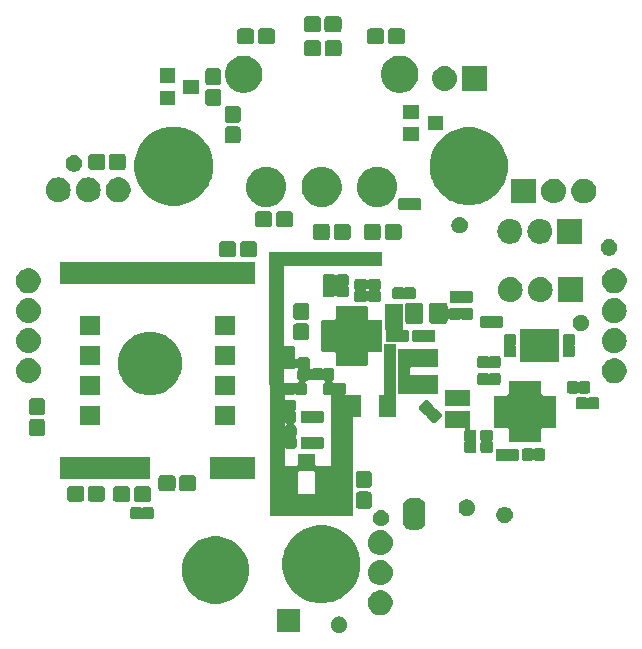
<source format=gbr>
G04 #@! TF.GenerationSoftware,KiCad,Pcbnew,(5.1.0)-1*
G04 #@! TF.CreationDate,2019-06-21T14:16:56-03:00*
G04 #@! TF.ProjectId,PCB_A,5043425f-412e-46b6-9963-61645f706362,rev?*
G04 #@! TF.SameCoordinates,Original*
G04 #@! TF.FileFunction,Soldermask,Top*
G04 #@! TF.FilePolarity,Negative*
%FSLAX46Y46*%
G04 Gerber Fmt 4.6, Leading zero omitted, Abs format (unit mm)*
G04 Created by KiCad (PCBNEW (5.1.0)-1) date 2019-06-21 14:16:56*
%MOMM*%
%LPD*%
G04 APERTURE LIST*
%ADD10C,0.100000*%
G04 APERTURE END LIST*
D10*
G36*
X5016500Y5143500D02*
G01*
X-3302000Y5143500D01*
X-3302000Y6223000D01*
X5016500Y6223000D01*
X5016500Y5143500D01*
G37*
X5016500Y5143500D02*
X-3302000Y5143500D01*
X-3302000Y6223000D01*
X5016500Y6223000D01*
X5016500Y5143500D01*
G36*
X6223000Y-7683500D02*
G01*
X4889500Y-7683500D01*
X4889500Y-5905500D01*
X6223000Y-5905500D01*
X6223000Y-7683500D01*
G37*
X6223000Y-7683500D02*
X4889500Y-7683500D01*
X4889500Y-5905500D01*
X6223000Y-5905500D01*
X6223000Y-7683500D01*
G36*
X6858000Y-254000D02*
G01*
X5397500Y-254000D01*
X5397500Y1841500D01*
X6858000Y1841500D01*
X6858000Y-254000D01*
G37*
X6858000Y-254000D02*
X5397500Y-254000D01*
X5397500Y1841500D01*
X6858000Y1841500D01*
X6858000Y-254000D01*
G36*
X6223000Y-6350000D02*
G01*
X5334000Y-6350000D01*
X5334000Y-1524000D01*
X6223000Y-1524000D01*
X6223000Y-6350000D01*
G37*
X6223000Y-6350000D02*
X5334000Y-6350000D01*
X5334000Y-1524000D01*
X6223000Y-1524000D01*
X6223000Y-6350000D01*
G36*
X3238500Y-7683500D02*
G01*
X825500Y-7683500D01*
X825500Y-5905500D01*
X3238500Y-5905500D01*
X3238500Y-7683500D01*
G37*
X3238500Y-7683500D02*
X825500Y-7683500D01*
X825500Y-5905500D01*
X3238500Y-5905500D01*
X3238500Y-7683500D01*
G36*
X2603500Y-14224000D02*
G01*
X825500Y-14287500D01*
X825500Y-5905500D01*
X2603500Y-5842000D01*
X2603500Y-14224000D01*
G37*
X2603500Y-14224000D02*
X825500Y-14287500D01*
X825500Y-5905500D01*
X2603500Y-5842000D01*
X2603500Y-14224000D01*
G36*
X2603500Y-16065500D02*
G01*
X-4254500Y-16065500D01*
X-4254500Y-14287500D01*
X2603500Y-14287500D01*
X2603500Y-16065500D01*
G37*
X2603500Y-16065500D02*
X-4254500Y-16065500D01*
X-4254500Y-14287500D01*
X2603500Y-14287500D01*
X2603500Y-16065500D01*
G36*
X-3175000Y-16065500D02*
G01*
X-4381500Y-16065500D01*
X-4413250Y6223000D01*
X-3238500Y6223000D01*
X-3175000Y-16065500D01*
G37*
X-3175000Y-16065500D02*
X-4381500Y-16065500D01*
X-4413250Y6223000D01*
X-3238500Y6223000D01*
X-3175000Y-16065500D01*
G36*
X1702782Y-24650700D02*
G01*
X1830173Y-24703467D01*
X1830174Y-24703468D01*
X1944824Y-24780074D01*
X2042326Y-24877576D01*
X2042327Y-24877578D01*
X2118933Y-24992227D01*
X2171700Y-25119618D01*
X2198600Y-25254855D01*
X2198600Y-25392745D01*
X2171700Y-25527982D01*
X2118933Y-25655373D01*
X2118932Y-25655374D01*
X2042326Y-25770024D01*
X1944824Y-25867526D01*
X1887110Y-25906089D01*
X1830173Y-25944133D01*
X1702782Y-25996900D01*
X1567545Y-26023800D01*
X1429655Y-26023800D01*
X1294418Y-25996900D01*
X1167027Y-25944133D01*
X1110090Y-25906089D01*
X1052376Y-25867526D01*
X954874Y-25770024D01*
X878268Y-25655374D01*
X878267Y-25655373D01*
X825500Y-25527982D01*
X798600Y-25392745D01*
X798600Y-25254855D01*
X825500Y-25119618D01*
X878267Y-24992227D01*
X954873Y-24877578D01*
X954874Y-24877576D01*
X1052376Y-24780074D01*
X1167026Y-24703468D01*
X1167027Y-24703467D01*
X1294418Y-24650700D01*
X1429655Y-24623800D01*
X1567545Y-24623800D01*
X1702782Y-24650700D01*
X1702782Y-24650700D01*
G37*
G36*
X-1818600Y-25918200D02*
G01*
X-3718600Y-25918200D01*
X-3718600Y-24018200D01*
X-1818600Y-24018200D01*
X-1818600Y-25918200D01*
X-1818600Y-25918200D01*
G37*
G36*
X5125528Y-22408889D02*
G01*
X5303115Y-22444212D01*
X5494203Y-22523364D01*
X5666177Y-22638273D01*
X5812430Y-22784526D01*
X5927339Y-22956500D01*
X6006491Y-23147588D01*
X6046841Y-23350446D01*
X6046841Y-23557278D01*
X6006491Y-23760136D01*
X5927339Y-23951224D01*
X5812430Y-24123198D01*
X5666177Y-24269451D01*
X5494203Y-24384360D01*
X5303115Y-24463512D01*
X5125528Y-24498835D01*
X5100258Y-24503862D01*
X4893424Y-24503862D01*
X4868154Y-24498835D01*
X4690567Y-24463512D01*
X4499479Y-24384360D01*
X4327505Y-24269451D01*
X4181252Y-24123198D01*
X4066343Y-23951224D01*
X3987191Y-23760136D01*
X3946841Y-23557278D01*
X3946841Y-23350446D01*
X3987191Y-23147588D01*
X4066343Y-22956500D01*
X4181252Y-22784526D01*
X4327505Y-22638273D01*
X4499479Y-22523364D01*
X4690567Y-22444212D01*
X4868154Y-22408889D01*
X4893424Y-22403862D01*
X5100258Y-22403862D01*
X5125528Y-22408889D01*
X5125528Y-22408889D01*
G37*
G36*
X-8134887Y-17960523D02*
G01*
X-7616220Y-18175362D01*
X-7616219Y-18175363D01*
X-7149431Y-18487260D01*
X-6752460Y-18884231D01*
X-6701812Y-18960032D01*
X-6440562Y-19351020D01*
X-6225723Y-19869687D01*
X-6116200Y-20420298D01*
X-6116200Y-20981702D01*
X-6225723Y-21532313D01*
X-6440562Y-22050980D01*
X-6440563Y-22050981D01*
X-6752460Y-22517769D01*
X-7149431Y-22914740D01*
X-7461329Y-23123143D01*
X-7616220Y-23226638D01*
X-8134887Y-23441477D01*
X-8685498Y-23551000D01*
X-9246902Y-23551000D01*
X-9797513Y-23441477D01*
X-10316180Y-23226638D01*
X-10471071Y-23123143D01*
X-10782969Y-22914740D01*
X-11179940Y-22517769D01*
X-11491837Y-22050981D01*
X-11491838Y-22050980D01*
X-11706677Y-21532313D01*
X-11816200Y-20981702D01*
X-11816200Y-20420298D01*
X-11706677Y-19869687D01*
X-11491838Y-19351020D01*
X-11230588Y-18960032D01*
X-11179940Y-18884231D01*
X-10782969Y-18487260D01*
X-10316181Y-18175363D01*
X-10316180Y-18175362D01*
X-9797513Y-17960523D01*
X-9246902Y-17851000D01*
X-8685498Y-17851000D01*
X-8134887Y-17960523D01*
X-8134887Y-17960523D01*
G37*
G36*
X643798Y-16963408D02*
G01*
X962574Y-17026817D01*
X1387234Y-17202717D01*
X1526419Y-17260369D01*
X1563136Y-17275578D01*
X2103627Y-17636723D01*
X2563277Y-18096373D01*
X2924422Y-18636864D01*
X3124509Y-19119916D01*
X3173183Y-19237427D01*
X3298948Y-19869686D01*
X3300000Y-19874978D01*
X3300000Y-20525022D01*
X3173183Y-21162574D01*
X2924422Y-21763136D01*
X2563277Y-22303627D01*
X2103627Y-22763277D01*
X1563136Y-23124422D01*
X1563135Y-23124423D01*
X1563134Y-23124423D01*
X1507204Y-23147590D01*
X962574Y-23373183D01*
X643798Y-23436591D01*
X325023Y-23500000D01*
X-325023Y-23500000D01*
X-643798Y-23436591D01*
X-962574Y-23373183D01*
X-1507204Y-23147590D01*
X-1563134Y-23124423D01*
X-1563135Y-23124423D01*
X-1563136Y-23124422D01*
X-2103627Y-22763277D01*
X-2563277Y-22303627D01*
X-2924422Y-21763136D01*
X-3173183Y-21162574D01*
X-3300000Y-20525022D01*
X-3300000Y-19874978D01*
X-3298947Y-19869686D01*
X-3173183Y-19237427D01*
X-3124508Y-19119916D01*
X-2924422Y-18636864D01*
X-2563277Y-18096373D01*
X-2103627Y-17636723D01*
X-1563136Y-17275578D01*
X-1526418Y-17260369D01*
X-1387234Y-17202717D01*
X-962574Y-17026817D01*
X-643798Y-16963408D01*
X-325023Y-16900000D01*
X325023Y-16900000D01*
X643798Y-16963408D01*
X643798Y-16963408D01*
G37*
G36*
X5107562Y-19869687D02*
G01*
X5202677Y-19879055D01*
X5400603Y-19939095D01*
X5400606Y-19939096D01*
X5583011Y-20036594D01*
X5742896Y-20167807D01*
X5874109Y-20327692D01*
X5971607Y-20510097D01*
X5971608Y-20510100D01*
X6031648Y-20708026D01*
X6051921Y-20913862D01*
X6031648Y-21119698D01*
X5971608Y-21317624D01*
X5971607Y-21317627D01*
X5874109Y-21500032D01*
X5742896Y-21659917D01*
X5583011Y-21791130D01*
X5400606Y-21888628D01*
X5400603Y-21888629D01*
X5202677Y-21948669D01*
X5125548Y-21956265D01*
X5048421Y-21963862D01*
X4945261Y-21963862D01*
X4868134Y-21956265D01*
X4791005Y-21948669D01*
X4593079Y-21888629D01*
X4593076Y-21888628D01*
X4410671Y-21791130D01*
X4250786Y-21659917D01*
X4119573Y-21500032D01*
X4022075Y-21317627D01*
X4022074Y-21317624D01*
X3962034Y-21119698D01*
X3941761Y-20913862D01*
X3962034Y-20708026D01*
X4022074Y-20510100D01*
X4022075Y-20510097D01*
X4119573Y-20327692D01*
X4250786Y-20167807D01*
X4410671Y-20036594D01*
X4593076Y-19939096D01*
X4593079Y-19939095D01*
X4791005Y-19879055D01*
X4886120Y-19869687D01*
X4945261Y-19863862D01*
X5048421Y-19863862D01*
X5107562Y-19869687D01*
X5107562Y-19869687D01*
G37*
G36*
X5125548Y-17331458D02*
G01*
X5202677Y-17339055D01*
X5400603Y-17399095D01*
X5400606Y-17399096D01*
X5583011Y-17496594D01*
X5742896Y-17627807D01*
X5874109Y-17787692D01*
X5971607Y-17970097D01*
X5971608Y-17970100D01*
X6031648Y-18168026D01*
X6051921Y-18373862D01*
X6031648Y-18579698D01*
X6014306Y-18636866D01*
X5971607Y-18777627D01*
X5874109Y-18960032D01*
X5742896Y-19119917D01*
X5583011Y-19251130D01*
X5400606Y-19348628D01*
X5400603Y-19348629D01*
X5202677Y-19408669D01*
X5125548Y-19416266D01*
X5048421Y-19423862D01*
X4945261Y-19423862D01*
X4868134Y-19416266D01*
X4791005Y-19408669D01*
X4593079Y-19348629D01*
X4593076Y-19348628D01*
X4410671Y-19251130D01*
X4250786Y-19119917D01*
X4119573Y-18960032D01*
X4022075Y-18777627D01*
X3979376Y-18636866D01*
X3962034Y-18579698D01*
X3941761Y-18373862D01*
X3962034Y-18168026D01*
X4022074Y-17970100D01*
X4022075Y-17970097D01*
X4119573Y-17787692D01*
X4250786Y-17627807D01*
X4410671Y-17496594D01*
X4593076Y-17399096D01*
X4593079Y-17399095D01*
X4791005Y-17339055D01*
X4868134Y-17331458D01*
X4945261Y-17323862D01*
X5048421Y-17323862D01*
X5125548Y-17331458D01*
X5125548Y-17331458D01*
G37*
G36*
X8133197Y-14583233D02*
G01*
X8145449Y-14583835D01*
X8163869Y-14583835D01*
X8215358Y-14588906D01*
X8299439Y-14605631D01*
X8315403Y-14610474D01*
X8343048Y-14618859D01*
X8343054Y-14618861D01*
X8348960Y-14620653D01*
X8428158Y-14653457D01*
X8473791Y-14677848D01*
X8545076Y-14725479D01*
X8549847Y-14729395D01*
X8549849Y-14729396D01*
X8580303Y-14754389D01*
X8580309Y-14754395D01*
X8585072Y-14758304D01*
X8645696Y-14818928D01*
X8649605Y-14823691D01*
X8649611Y-14823697D01*
X8674604Y-14854151D01*
X8678521Y-14858924D01*
X8726152Y-14930209D01*
X8750543Y-14975842D01*
X8783347Y-15055040D01*
X8785139Y-15060946D01*
X8785141Y-15060952D01*
X8793526Y-15088597D01*
X8798369Y-15104561D01*
X8815094Y-15188642D01*
X8820165Y-15240131D01*
X8820165Y-15258551D01*
X8820767Y-15270803D01*
X8822573Y-15289140D01*
X8822573Y-15776860D01*
X8818107Y-15822205D01*
X8806670Y-15859908D01*
X8799096Y-15874078D01*
X8789720Y-15896717D01*
X8784940Y-15920751D01*
X8784940Y-15945255D01*
X8789721Y-15969288D01*
X8799096Y-15991922D01*
X8806670Y-16006092D01*
X8818107Y-16043795D01*
X8822573Y-16089140D01*
X8822573Y-16576860D01*
X8820767Y-16595197D01*
X8820165Y-16607449D01*
X8820165Y-16625869D01*
X8815094Y-16677358D01*
X8798369Y-16761439D01*
X8796576Y-16767349D01*
X8785141Y-16805048D01*
X8785139Y-16805054D01*
X8783347Y-16810960D01*
X8750543Y-16890158D01*
X8726152Y-16935791D01*
X8678521Y-17007076D01*
X8674605Y-17011847D01*
X8674604Y-17011849D01*
X8649611Y-17042303D01*
X8649605Y-17042309D01*
X8645696Y-17047072D01*
X8585072Y-17107696D01*
X8580309Y-17111605D01*
X8580303Y-17111611D01*
X8549849Y-17136604D01*
X8545076Y-17140521D01*
X8473791Y-17188152D01*
X8428158Y-17212543D01*
X8348960Y-17245347D01*
X8343054Y-17247139D01*
X8343048Y-17247141D01*
X8315403Y-17255526D01*
X8299439Y-17260369D01*
X8215358Y-17277094D01*
X8163869Y-17282165D01*
X8145449Y-17282165D01*
X8133197Y-17282767D01*
X8114860Y-17284573D01*
X7627140Y-17284573D01*
X7608803Y-17282767D01*
X7596551Y-17282165D01*
X7578131Y-17282165D01*
X7526642Y-17277094D01*
X7442561Y-17260369D01*
X7426597Y-17255526D01*
X7398952Y-17247141D01*
X7398946Y-17247139D01*
X7393040Y-17245347D01*
X7313842Y-17212543D01*
X7268209Y-17188152D01*
X7196924Y-17140521D01*
X7192151Y-17136604D01*
X7161697Y-17111611D01*
X7161691Y-17111605D01*
X7156928Y-17107696D01*
X7096304Y-17047072D01*
X7092395Y-17042309D01*
X7092389Y-17042303D01*
X7067396Y-17011849D01*
X7067395Y-17011847D01*
X7063479Y-17007076D01*
X7015848Y-16935791D01*
X6991457Y-16890158D01*
X6958653Y-16810960D01*
X6956861Y-16805054D01*
X6956859Y-16805048D01*
X6945424Y-16767349D01*
X6943631Y-16761439D01*
X6926906Y-16677358D01*
X6921835Y-16625869D01*
X6921835Y-16607449D01*
X6921233Y-16595197D01*
X6919427Y-16576860D01*
X6919427Y-16089140D01*
X6923893Y-16043795D01*
X6935330Y-16006092D01*
X6942904Y-15991922D01*
X6952280Y-15969283D01*
X6957060Y-15945249D01*
X6957060Y-15920745D01*
X6952279Y-15896712D01*
X6942904Y-15874078D01*
X6935330Y-15859908D01*
X6923893Y-15822205D01*
X6919427Y-15776860D01*
X6919427Y-15289140D01*
X6921233Y-15270803D01*
X6921835Y-15258551D01*
X6921835Y-15240131D01*
X6926906Y-15188642D01*
X6943631Y-15104561D01*
X6948474Y-15088597D01*
X6956859Y-15060952D01*
X6956861Y-15060946D01*
X6958653Y-15055040D01*
X6991457Y-14975842D01*
X7015848Y-14930209D01*
X7063479Y-14858924D01*
X7067396Y-14854151D01*
X7092389Y-14823697D01*
X7092395Y-14823691D01*
X7096304Y-14818928D01*
X7156928Y-14758304D01*
X7161691Y-14754395D01*
X7161697Y-14754389D01*
X7192151Y-14729396D01*
X7192153Y-14729395D01*
X7196924Y-14725479D01*
X7268209Y-14677848D01*
X7313842Y-14653457D01*
X7393040Y-14620653D01*
X7398946Y-14618861D01*
X7398952Y-14618859D01*
X7426597Y-14610474D01*
X7442561Y-14605631D01*
X7526642Y-14588906D01*
X7578131Y-14583835D01*
X7596551Y-14583835D01*
X7608803Y-14583233D01*
X7627140Y-14581427D01*
X8114860Y-14581427D01*
X8133197Y-14583233D01*
X8133197Y-14583233D01*
G37*
G36*
X5265182Y-15629900D02*
G01*
X5392573Y-15682667D01*
X5392574Y-15682668D01*
X5507224Y-15759274D01*
X5604726Y-15856776D01*
X5621601Y-15882032D01*
X5681333Y-15971427D01*
X5734100Y-16098818D01*
X5761000Y-16234055D01*
X5761000Y-16371945D01*
X5734100Y-16507182D01*
X5681333Y-16634573D01*
X5681332Y-16634574D01*
X5604726Y-16749224D01*
X5507224Y-16846726D01*
X5449510Y-16885289D01*
X5392573Y-16923333D01*
X5265182Y-16976100D01*
X5129945Y-17003000D01*
X4992055Y-17003000D01*
X4856818Y-16976100D01*
X4729427Y-16923333D01*
X4672490Y-16885289D01*
X4614776Y-16846726D01*
X4517274Y-16749224D01*
X4440668Y-16634574D01*
X4440667Y-16634573D01*
X4387900Y-16507182D01*
X4361000Y-16371945D01*
X4361000Y-16234055D01*
X4387900Y-16098818D01*
X4440667Y-15971427D01*
X4500399Y-15882032D01*
X4517274Y-15856776D01*
X4614776Y-15759274D01*
X4729426Y-15682668D01*
X4729427Y-15682667D01*
X4856818Y-15629900D01*
X4992055Y-15603000D01*
X5129945Y-15603000D01*
X5265182Y-15629900D01*
X5265182Y-15629900D01*
G37*
G36*
X15723582Y-15354300D02*
G01*
X15850973Y-15407067D01*
X15894455Y-15436121D01*
X15965624Y-15483674D01*
X16063126Y-15581176D01*
X16063127Y-15581178D01*
X16139733Y-15695827D01*
X16192500Y-15823218D01*
X16219400Y-15958455D01*
X16219400Y-16096345D01*
X16192500Y-16231582D01*
X16139733Y-16358973D01*
X16101689Y-16415910D01*
X16063126Y-16473624D01*
X15965624Y-16571126D01*
X15957042Y-16576860D01*
X15850973Y-16647733D01*
X15723582Y-16700500D01*
X15588345Y-16727400D01*
X15450455Y-16727400D01*
X15315218Y-16700500D01*
X15187827Y-16647733D01*
X15081758Y-16576860D01*
X15073176Y-16571126D01*
X14975674Y-16473624D01*
X14937111Y-16415910D01*
X14899067Y-16358973D01*
X14846300Y-16231582D01*
X14819400Y-16096345D01*
X14819400Y-15958455D01*
X14846300Y-15823218D01*
X14899067Y-15695827D01*
X14975673Y-15581178D01*
X14975674Y-15581176D01*
X15073176Y-15483674D01*
X15144345Y-15436121D01*
X15187827Y-15407067D01*
X15315218Y-15354300D01*
X15450455Y-15327400D01*
X15588345Y-15327400D01*
X15723582Y-15354300D01*
X15723582Y-15354300D01*
G37*
G36*
X-15315526Y-15359148D02*
G01*
X-15280933Y-15369642D01*
X-15241373Y-15390787D01*
X-15235434Y-15394756D01*
X-15212797Y-15404135D01*
X-15188764Y-15408918D01*
X-15164260Y-15408920D01*
X-15140226Y-15404142D01*
X-15117586Y-15394767D01*
X-15111639Y-15390794D01*
X-15072067Y-15369642D01*
X-15037474Y-15359148D01*
X-14995359Y-15355000D01*
X-14387641Y-15355000D01*
X-14345526Y-15359148D01*
X-14310933Y-15369642D01*
X-14279060Y-15386678D01*
X-14251114Y-15409614D01*
X-14228178Y-15437560D01*
X-14211142Y-15469433D01*
X-14200648Y-15504026D01*
X-14196500Y-15546141D01*
X-14196500Y-16203859D01*
X-14200648Y-16245974D01*
X-14211142Y-16280567D01*
X-14228178Y-16312440D01*
X-14251114Y-16340386D01*
X-14279060Y-16363322D01*
X-14310933Y-16380358D01*
X-14345526Y-16390852D01*
X-14387641Y-16395000D01*
X-14995359Y-16395000D01*
X-15037474Y-16390852D01*
X-15072067Y-16380358D01*
X-15111627Y-16359213D01*
X-15117566Y-16355244D01*
X-15140203Y-16345865D01*
X-15164236Y-16341082D01*
X-15188740Y-16341080D01*
X-15212774Y-16345858D01*
X-15235414Y-16355233D01*
X-15241361Y-16359206D01*
X-15280933Y-16380358D01*
X-15315526Y-16390852D01*
X-15357641Y-16395000D01*
X-15965359Y-16395000D01*
X-16007474Y-16390852D01*
X-16042067Y-16380358D01*
X-16073940Y-16363322D01*
X-16101886Y-16340386D01*
X-16124822Y-16312440D01*
X-16141858Y-16280567D01*
X-16152352Y-16245974D01*
X-16156500Y-16203859D01*
X-16156500Y-15546141D01*
X-16152352Y-15504026D01*
X-16141858Y-15469433D01*
X-16124822Y-15437560D01*
X-16101886Y-15409614D01*
X-16073940Y-15386678D01*
X-16042067Y-15369642D01*
X-16007474Y-15359148D01*
X-15965359Y-15355000D01*
X-15357641Y-15355000D01*
X-15315526Y-15359148D01*
X-15315526Y-15359148D01*
G37*
G36*
X12523182Y-14744700D02*
G01*
X12650573Y-14797467D01*
X12689829Y-14823697D01*
X12765224Y-14874074D01*
X12862726Y-14971576D01*
X12862727Y-14971578D01*
X12939333Y-15086227D01*
X12992100Y-15213618D01*
X13019000Y-15348855D01*
X13019000Y-15486745D01*
X12992100Y-15621982D01*
X12939333Y-15749373D01*
X12939332Y-15749374D01*
X12862726Y-15864024D01*
X12765224Y-15961526D01*
X12753607Y-15969288D01*
X12650573Y-16038133D01*
X12523182Y-16090900D01*
X12387945Y-16117800D01*
X12250055Y-16117800D01*
X12114818Y-16090900D01*
X11987427Y-16038133D01*
X11884393Y-15969288D01*
X11872776Y-15961526D01*
X11775274Y-15864024D01*
X11698668Y-15749374D01*
X11698667Y-15749373D01*
X11645900Y-15621982D01*
X11619000Y-15486745D01*
X11619000Y-15348855D01*
X11645900Y-15213618D01*
X11698667Y-15086227D01*
X11775273Y-14971578D01*
X11775274Y-14971576D01*
X11872776Y-14874074D01*
X11948171Y-14823697D01*
X11987427Y-14797467D01*
X12114818Y-14744700D01*
X12250055Y-14717800D01*
X12387945Y-14717800D01*
X12523182Y-14744700D01*
X12523182Y-14744700D01*
G37*
G36*
X4044530Y-14048877D02*
G01*
X4096010Y-14064493D01*
X4143445Y-14089848D01*
X4185027Y-14123973D01*
X4219152Y-14165555D01*
X4244507Y-14212990D01*
X4260123Y-14264470D01*
X4266000Y-14324140D01*
X4266000Y-15211860D01*
X4260123Y-15271530D01*
X4244507Y-15323010D01*
X4219152Y-15370445D01*
X4185027Y-15412027D01*
X4143445Y-15446152D01*
X4096010Y-15471507D01*
X4044530Y-15487123D01*
X3984860Y-15493000D01*
X3197140Y-15493000D01*
X3137470Y-15487123D01*
X3085990Y-15471507D01*
X3038555Y-15446152D01*
X2996973Y-15412027D01*
X2962848Y-15370445D01*
X2937493Y-15323010D01*
X2921877Y-15271530D01*
X2916000Y-15211860D01*
X2916000Y-14324140D01*
X2921877Y-14264470D01*
X2937493Y-14212990D01*
X2962848Y-14165555D01*
X2996973Y-14123973D01*
X3038555Y-14089848D01*
X3085990Y-14064493D01*
X3137470Y-14048877D01*
X3197140Y-14043000D01*
X3984860Y-14043000D01*
X4044530Y-14048877D01*
X4044530Y-14048877D01*
G37*
G36*
X-16387970Y-13595877D02*
G01*
X-16336490Y-13611493D01*
X-16289055Y-13636848D01*
X-16247473Y-13670973D01*
X-16213348Y-13712555D01*
X-16187993Y-13759990D01*
X-16172377Y-13811470D01*
X-16166500Y-13871140D01*
X-16166500Y-14658860D01*
X-16172377Y-14718530D01*
X-16187993Y-14770010D01*
X-16213348Y-14817445D01*
X-16247473Y-14859027D01*
X-16289055Y-14893152D01*
X-16336490Y-14918507D01*
X-16387970Y-14934123D01*
X-16447640Y-14940000D01*
X-17335360Y-14940000D01*
X-17395030Y-14934123D01*
X-17446510Y-14918507D01*
X-17493945Y-14893152D01*
X-17535527Y-14859027D01*
X-17569652Y-14817445D01*
X-17595007Y-14770010D01*
X-17610623Y-14718530D01*
X-17616500Y-14658860D01*
X-17616500Y-13871140D01*
X-17610623Y-13811470D01*
X-17595007Y-13759990D01*
X-17569652Y-13712555D01*
X-17535527Y-13670973D01*
X-17493945Y-13636848D01*
X-17446510Y-13611493D01*
X-17395030Y-13595877D01*
X-17335360Y-13590000D01*
X-16447640Y-13590000D01*
X-16387970Y-13595877D01*
X-16387970Y-13595877D01*
G37*
G36*
X-14637970Y-13595877D02*
G01*
X-14586490Y-13611493D01*
X-14539055Y-13636848D01*
X-14497473Y-13670973D01*
X-14463348Y-13712555D01*
X-14437993Y-13759990D01*
X-14422377Y-13811470D01*
X-14416500Y-13871140D01*
X-14416500Y-14658860D01*
X-14422377Y-14718530D01*
X-14437993Y-14770010D01*
X-14463348Y-14817445D01*
X-14497473Y-14859027D01*
X-14539055Y-14893152D01*
X-14586490Y-14918507D01*
X-14637970Y-14934123D01*
X-14697640Y-14940000D01*
X-15585360Y-14940000D01*
X-15645030Y-14934123D01*
X-15696510Y-14918507D01*
X-15743945Y-14893152D01*
X-15785527Y-14859027D01*
X-15819652Y-14817445D01*
X-15845007Y-14770010D01*
X-15860623Y-14718530D01*
X-15866500Y-14658860D01*
X-15866500Y-13871140D01*
X-15860623Y-13811470D01*
X-15845007Y-13759990D01*
X-15819652Y-13712555D01*
X-15785527Y-13670973D01*
X-15743945Y-13636848D01*
X-15696510Y-13611493D01*
X-15645030Y-13595877D01*
X-15585360Y-13590000D01*
X-14697640Y-13590000D01*
X-14637970Y-13595877D01*
X-14637970Y-13595877D01*
G37*
G36*
X-18537970Y-13570877D02*
G01*
X-18486490Y-13586493D01*
X-18439055Y-13611848D01*
X-18397473Y-13645973D01*
X-18363348Y-13687555D01*
X-18337993Y-13734990D01*
X-18322377Y-13786470D01*
X-18316500Y-13846140D01*
X-18316500Y-14633860D01*
X-18322377Y-14693530D01*
X-18337993Y-14745010D01*
X-18363348Y-14792445D01*
X-18397473Y-14834027D01*
X-18439055Y-14868152D01*
X-18486490Y-14893507D01*
X-18537970Y-14909123D01*
X-18597640Y-14915000D01*
X-19485360Y-14915000D01*
X-19545030Y-14909123D01*
X-19596510Y-14893507D01*
X-19643945Y-14868152D01*
X-19685527Y-14834027D01*
X-19719652Y-14792445D01*
X-19745007Y-14745010D01*
X-19760623Y-14693530D01*
X-19766500Y-14633860D01*
X-19766500Y-13846140D01*
X-19760623Y-13786470D01*
X-19745007Y-13734990D01*
X-19719652Y-13687555D01*
X-19685527Y-13645973D01*
X-19643945Y-13611848D01*
X-19596510Y-13586493D01*
X-19545030Y-13570877D01*
X-19485360Y-13565000D01*
X-18597640Y-13565000D01*
X-18537970Y-13570877D01*
X-18537970Y-13570877D01*
G37*
G36*
X-20287970Y-13570877D02*
G01*
X-20236490Y-13586493D01*
X-20189055Y-13611848D01*
X-20147473Y-13645973D01*
X-20113348Y-13687555D01*
X-20087993Y-13734990D01*
X-20072377Y-13786470D01*
X-20066500Y-13846140D01*
X-20066500Y-14633860D01*
X-20072377Y-14693530D01*
X-20087993Y-14745010D01*
X-20113348Y-14792445D01*
X-20147473Y-14834027D01*
X-20189055Y-14868152D01*
X-20236490Y-14893507D01*
X-20287970Y-14909123D01*
X-20347640Y-14915000D01*
X-21235360Y-14915000D01*
X-21295030Y-14909123D01*
X-21346510Y-14893507D01*
X-21393945Y-14868152D01*
X-21435527Y-14834027D01*
X-21469652Y-14792445D01*
X-21495007Y-14745010D01*
X-21510623Y-14693530D01*
X-21516500Y-14633860D01*
X-21516500Y-13846140D01*
X-21510623Y-13786470D01*
X-21495007Y-13734990D01*
X-21469652Y-13687555D01*
X-21435527Y-13645973D01*
X-21393945Y-13611848D01*
X-21346510Y-13586493D01*
X-21295030Y-13570877D01*
X-21235360Y-13565000D01*
X-20347640Y-13565000D01*
X-20287970Y-13570877D01*
X-20287970Y-13570877D01*
G37*
G36*
X-539400Y-11724101D02*
G01*
X-536998Y-11748487D01*
X-529885Y-11771936D01*
X-518334Y-11793547D01*
X-502789Y-11812489D01*
X-483847Y-11828034D01*
X-462236Y-11839585D01*
X-438787Y-11846698D01*
X-414401Y-11849100D01*
X960600Y-11849100D01*
X960600Y-14449100D01*
X-489400Y-14449100D01*
X-489400Y-12474099D01*
X-491802Y-12449713D01*
X-498915Y-12426264D01*
X-510466Y-12404653D01*
X-526011Y-12385711D01*
X-544953Y-12370166D01*
X-566564Y-12358615D01*
X-590013Y-12351502D01*
X-614399Y-12349100D01*
X-1864401Y-12349100D01*
X-1888787Y-12351502D01*
X-1912236Y-12358615D01*
X-1933847Y-12370166D01*
X-1952789Y-12385711D01*
X-1968334Y-12404653D01*
X-1979885Y-12426264D01*
X-1986998Y-12449713D01*
X-1989400Y-12474099D01*
X-1989400Y-14449100D01*
X-3439400Y-14449100D01*
X-3439400Y-11849100D01*
X-2064399Y-11849100D01*
X-2040013Y-11846698D01*
X-2016564Y-11839585D01*
X-1994953Y-11828034D01*
X-1976011Y-11812489D01*
X-1960466Y-11793547D01*
X-1948915Y-11771936D01*
X-1941802Y-11748487D01*
X-1939400Y-11724101D01*
X-1939400Y-10899100D01*
X-539400Y-10899100D01*
X-539400Y-11724101D01*
X-539400Y-11724101D01*
G37*
G36*
X-10812970Y-12665877D02*
G01*
X-10761490Y-12681493D01*
X-10714055Y-12706848D01*
X-10672473Y-12740973D01*
X-10638348Y-12782555D01*
X-10612993Y-12829990D01*
X-10597377Y-12881470D01*
X-10591500Y-12941140D01*
X-10591500Y-13728860D01*
X-10597377Y-13788530D01*
X-10612993Y-13840010D01*
X-10638348Y-13887445D01*
X-10672473Y-13929027D01*
X-10714055Y-13963152D01*
X-10761490Y-13988507D01*
X-10812970Y-14004123D01*
X-10872640Y-14010000D01*
X-11760360Y-14010000D01*
X-11820030Y-14004123D01*
X-11871510Y-13988507D01*
X-11918945Y-13963152D01*
X-11960527Y-13929027D01*
X-11994652Y-13887445D01*
X-12020007Y-13840010D01*
X-12035623Y-13788530D01*
X-12041500Y-13728860D01*
X-12041500Y-12941140D01*
X-12035623Y-12881470D01*
X-12020007Y-12829990D01*
X-11994652Y-12782555D01*
X-11960527Y-12740973D01*
X-11918945Y-12706848D01*
X-11871510Y-12681493D01*
X-11820030Y-12665877D01*
X-11760360Y-12660000D01*
X-10872640Y-12660000D01*
X-10812970Y-12665877D01*
X-10812970Y-12665877D01*
G37*
G36*
X-12562970Y-12665877D02*
G01*
X-12511490Y-12681493D01*
X-12464055Y-12706848D01*
X-12422473Y-12740973D01*
X-12388348Y-12782555D01*
X-12362993Y-12829990D01*
X-12347377Y-12881470D01*
X-12341500Y-12941140D01*
X-12341500Y-13728860D01*
X-12347377Y-13788530D01*
X-12362993Y-13840010D01*
X-12388348Y-13887445D01*
X-12422473Y-13929027D01*
X-12464055Y-13963152D01*
X-12511490Y-13988507D01*
X-12562970Y-14004123D01*
X-12622640Y-14010000D01*
X-13510360Y-14010000D01*
X-13570030Y-14004123D01*
X-13621510Y-13988507D01*
X-13668945Y-13963152D01*
X-13710527Y-13929027D01*
X-13744652Y-13887445D01*
X-13770007Y-13840010D01*
X-13785623Y-13788530D01*
X-13791500Y-13728860D01*
X-13791500Y-12941140D01*
X-13785623Y-12881470D01*
X-13770007Y-12829990D01*
X-13744652Y-12782555D01*
X-13710527Y-12740973D01*
X-13668945Y-12706848D01*
X-13621510Y-12681493D01*
X-13570030Y-12665877D01*
X-13510360Y-12660000D01*
X-12622640Y-12660000D01*
X-12562970Y-12665877D01*
X-12562970Y-12665877D01*
G37*
G36*
X4044530Y-12298877D02*
G01*
X4096010Y-12314493D01*
X4143445Y-12339848D01*
X4185027Y-12373973D01*
X4219152Y-12415555D01*
X4244507Y-12462990D01*
X4260123Y-12514470D01*
X4266000Y-12574140D01*
X4266000Y-13461860D01*
X4260123Y-13521530D01*
X4244507Y-13573010D01*
X4219152Y-13620445D01*
X4185027Y-13662027D01*
X4143445Y-13696152D01*
X4096010Y-13721507D01*
X4044530Y-13737123D01*
X3984860Y-13743000D01*
X3197140Y-13743000D01*
X3137470Y-13737123D01*
X3085990Y-13721507D01*
X3038555Y-13696152D01*
X2996973Y-13662027D01*
X2962848Y-13620445D01*
X2937493Y-13573010D01*
X2921877Y-13521530D01*
X2916000Y-13461860D01*
X2916000Y-12574140D01*
X2921877Y-12514470D01*
X2937493Y-12462990D01*
X2962848Y-12415555D01*
X2996973Y-12373973D01*
X3038555Y-12339848D01*
X3085990Y-12314493D01*
X3137470Y-12298877D01*
X3197140Y-12293000D01*
X3984860Y-12293000D01*
X4044530Y-12298877D01*
X4044530Y-12298877D01*
G37*
G36*
X-14501500Y-13015000D02*
G01*
X-22151500Y-13015000D01*
X-22151500Y-11115000D01*
X-14501500Y-11115000D01*
X-14501500Y-13015000D01*
X-14501500Y-13015000D01*
G37*
G36*
X-5611500Y-13015000D02*
G01*
X-9451500Y-13015000D01*
X-9451500Y-11115000D01*
X-5611500Y-11115000D01*
X-5611500Y-13015000D01*
X-5611500Y-13015000D01*
G37*
G36*
X15606974Y-10424148D02*
G01*
X15641567Y-10434642D01*
X15681127Y-10455787D01*
X15687066Y-10459756D01*
X15709703Y-10469135D01*
X15733736Y-10473918D01*
X15758240Y-10473920D01*
X15782274Y-10469142D01*
X15804914Y-10459767D01*
X15810861Y-10455794D01*
X15850433Y-10434642D01*
X15885026Y-10424148D01*
X15927141Y-10420000D01*
X16534859Y-10420000D01*
X16576974Y-10424148D01*
X16611567Y-10434642D01*
X16643440Y-10451678D01*
X16671386Y-10474614D01*
X16694322Y-10502560D01*
X16711358Y-10534433D01*
X16721852Y-10569026D01*
X16726000Y-10611141D01*
X16726000Y-11268859D01*
X16721852Y-11310974D01*
X16711358Y-11345567D01*
X16694322Y-11377440D01*
X16671386Y-11405386D01*
X16643440Y-11428322D01*
X16611567Y-11445358D01*
X16576974Y-11455852D01*
X16534859Y-11460000D01*
X15927141Y-11460000D01*
X15885026Y-11455852D01*
X15850433Y-11445358D01*
X15810873Y-11424213D01*
X15804934Y-11420244D01*
X15782297Y-11410865D01*
X15758264Y-11406082D01*
X15733760Y-11406080D01*
X15709726Y-11410858D01*
X15687086Y-11420233D01*
X15681139Y-11424206D01*
X15641567Y-11445358D01*
X15606974Y-11455852D01*
X15564859Y-11460000D01*
X14957141Y-11460000D01*
X14915026Y-11455852D01*
X14880433Y-11445358D01*
X14848560Y-11428322D01*
X14820614Y-11405386D01*
X14797678Y-11377440D01*
X14780642Y-11345567D01*
X14770148Y-11310974D01*
X14766000Y-11268859D01*
X14766000Y-10611141D01*
X14770148Y-10569026D01*
X14780642Y-10534433D01*
X14797678Y-10502560D01*
X14820614Y-10474614D01*
X14848560Y-10451678D01*
X14880433Y-10434642D01*
X14915026Y-10424148D01*
X14957141Y-10420000D01*
X15564859Y-10420000D01*
X15606974Y-10424148D01*
X15606974Y-10424148D01*
G37*
G36*
X17831974Y-10399148D02*
G01*
X17866567Y-10409642D01*
X17906127Y-10430787D01*
X17912066Y-10434756D01*
X17934703Y-10444135D01*
X17958736Y-10448918D01*
X17983240Y-10448920D01*
X18007274Y-10444142D01*
X18029914Y-10434767D01*
X18035861Y-10430794D01*
X18075433Y-10409642D01*
X18110026Y-10399148D01*
X18152141Y-10395000D01*
X18759859Y-10395000D01*
X18801974Y-10399148D01*
X18836567Y-10409642D01*
X18868440Y-10426678D01*
X18896386Y-10449614D01*
X18919322Y-10477560D01*
X18936358Y-10509433D01*
X18946852Y-10544026D01*
X18951000Y-10586141D01*
X18951000Y-11243859D01*
X18946852Y-11285974D01*
X18936358Y-11320567D01*
X18919322Y-11352440D01*
X18896386Y-11380386D01*
X18868440Y-11403322D01*
X18836567Y-11420358D01*
X18801974Y-11430852D01*
X18759859Y-11435000D01*
X18152141Y-11435000D01*
X18110026Y-11430852D01*
X18075433Y-11420358D01*
X18035873Y-11399213D01*
X18029934Y-11395244D01*
X18007297Y-11385865D01*
X17983264Y-11381082D01*
X17958760Y-11381080D01*
X17934726Y-11385858D01*
X17912086Y-11395233D01*
X17906139Y-11399206D01*
X17866567Y-11420358D01*
X17831974Y-11430852D01*
X17789859Y-11435000D01*
X17182141Y-11435000D01*
X17140026Y-11430852D01*
X17105433Y-11420358D01*
X17073560Y-11403322D01*
X17045614Y-11380386D01*
X17022678Y-11352440D01*
X17005642Y-11320567D01*
X16995148Y-11285974D01*
X16991000Y-11243859D01*
X16991000Y-10586141D01*
X16995148Y-10544026D01*
X17005642Y-10509433D01*
X17022678Y-10477560D01*
X17045614Y-10449614D01*
X17073560Y-10426678D01*
X17105433Y-10409642D01*
X17140026Y-10399148D01*
X17182141Y-10395000D01*
X17789859Y-10395000D01*
X17831974Y-10399148D01*
X17831974Y-10399148D01*
G37*
G36*
X12551000Y-8700001D02*
G01*
X12553402Y-8724387D01*
X12560515Y-8747836D01*
X12572066Y-8769447D01*
X12587611Y-8788389D01*
X12606553Y-8803934D01*
X12628164Y-8815485D01*
X12651613Y-8822598D01*
X12675999Y-8825000D01*
X12924859Y-8825000D01*
X12966974Y-8829148D01*
X13001567Y-8839642D01*
X13033440Y-8856678D01*
X13061386Y-8879614D01*
X13084322Y-8907560D01*
X13101358Y-8939433D01*
X13111852Y-8974026D01*
X13116000Y-9016141D01*
X13116000Y-9623859D01*
X13111852Y-9665974D01*
X13101358Y-9700567D01*
X13080213Y-9740127D01*
X13076244Y-9746066D01*
X13066865Y-9768703D01*
X13062082Y-9792736D01*
X13062080Y-9817240D01*
X13066858Y-9841274D01*
X13076233Y-9863914D01*
X13080206Y-9869861D01*
X13101358Y-9909433D01*
X13111852Y-9944026D01*
X13116000Y-9986141D01*
X13116000Y-10593859D01*
X13111852Y-10635974D01*
X13101358Y-10670567D01*
X13084322Y-10702440D01*
X13061386Y-10730386D01*
X13033440Y-10753322D01*
X13001567Y-10770358D01*
X12966974Y-10780852D01*
X12924859Y-10785000D01*
X12267141Y-10785000D01*
X12225026Y-10780852D01*
X12190433Y-10770358D01*
X12158560Y-10753322D01*
X12130614Y-10730386D01*
X12107678Y-10702440D01*
X12090642Y-10670567D01*
X12080148Y-10635974D01*
X12076000Y-10593859D01*
X12076000Y-9986141D01*
X12080148Y-9944026D01*
X12090642Y-9909433D01*
X12111787Y-9869873D01*
X12115756Y-9863934D01*
X12125135Y-9841297D01*
X12129918Y-9817264D01*
X12129920Y-9792760D01*
X12125142Y-9768726D01*
X12115767Y-9746086D01*
X12111794Y-9740139D01*
X12090642Y-9700567D01*
X12080148Y-9665974D01*
X12076000Y-9623859D01*
X12076000Y-9016141D01*
X12080148Y-8974026D01*
X12090642Y-8939433D01*
X12107678Y-8907560D01*
X12130615Y-8879611D01*
X12152533Y-8861624D01*
X12169860Y-8844297D01*
X12183473Y-8823923D01*
X12192851Y-8801284D01*
X12197631Y-8777251D01*
X12197631Y-8752747D01*
X12192850Y-8728713D01*
X12183473Y-8706075D01*
X12169859Y-8685700D01*
X12152532Y-8668373D01*
X12132158Y-8654760D01*
X12109519Y-8645382D01*
X12073234Y-8640000D01*
X10501000Y-8640000D01*
X10501000Y-7240000D01*
X12551000Y-7240000D01*
X12551000Y-8700001D01*
X12551000Y-8700001D01*
G37*
G36*
X14366974Y-8814148D02*
G01*
X14401567Y-8824642D01*
X14433443Y-8841680D01*
X14441701Y-8848457D01*
X14452121Y-8855419D01*
X14457743Y-8861623D01*
X14461385Y-8864612D01*
X14484322Y-8892560D01*
X14501358Y-8924433D01*
X14511852Y-8959026D01*
X14516000Y-9001141D01*
X14516000Y-9608859D01*
X14511852Y-9650974D01*
X14501358Y-9685567D01*
X14480213Y-9725127D01*
X14476244Y-9731066D01*
X14466865Y-9753703D01*
X14462082Y-9777736D01*
X14462080Y-9802240D01*
X14466858Y-9826274D01*
X14476233Y-9848914D01*
X14480206Y-9854861D01*
X14501358Y-9894433D01*
X14511852Y-9929026D01*
X14516000Y-9971141D01*
X14516000Y-10578859D01*
X14511852Y-10620974D01*
X14501358Y-10655567D01*
X14484322Y-10687440D01*
X14461386Y-10715386D01*
X14433440Y-10738322D01*
X14401567Y-10755358D01*
X14366974Y-10765852D01*
X14324859Y-10770000D01*
X13667141Y-10770000D01*
X13625026Y-10765852D01*
X13590433Y-10755358D01*
X13558560Y-10738322D01*
X13530614Y-10715386D01*
X13507678Y-10687440D01*
X13490642Y-10655567D01*
X13480148Y-10620974D01*
X13476000Y-10578859D01*
X13476000Y-9971141D01*
X13480148Y-9929026D01*
X13490642Y-9894433D01*
X13511787Y-9854873D01*
X13515756Y-9848934D01*
X13525135Y-9826297D01*
X13529918Y-9802264D01*
X13529920Y-9777760D01*
X13525142Y-9753726D01*
X13515767Y-9731086D01*
X13511794Y-9725139D01*
X13490642Y-9685567D01*
X13480148Y-9650974D01*
X13476000Y-9608859D01*
X13476000Y-9001141D01*
X13480148Y-8959026D01*
X13490642Y-8924433D01*
X13507678Y-8892560D01*
X13530614Y-8864614D01*
X13558560Y-8841678D01*
X13590433Y-8824642D01*
X13625026Y-8814148D01*
X13667141Y-8810000D01*
X14324859Y-8810000D01*
X14366974Y-8814148D01*
X14366974Y-8814148D01*
G37*
G36*
X-898626Y-9402848D02*
G01*
X-864033Y-9413342D01*
X-824473Y-9434487D01*
X-818534Y-9438456D01*
X-795897Y-9447835D01*
X-771864Y-9452618D01*
X-747360Y-9452620D01*
X-723326Y-9447842D01*
X-700686Y-9438467D01*
X-694739Y-9434494D01*
X-655167Y-9413342D01*
X-620574Y-9402848D01*
X-578459Y-9398700D01*
X29259Y-9398700D01*
X71374Y-9402848D01*
X105967Y-9413342D01*
X137840Y-9430378D01*
X165786Y-9453314D01*
X188722Y-9481260D01*
X205758Y-9513133D01*
X216252Y-9547726D01*
X220400Y-9589841D01*
X220400Y-10247559D01*
X216252Y-10289674D01*
X205758Y-10324267D01*
X188722Y-10356140D01*
X165786Y-10384086D01*
X137840Y-10407022D01*
X105967Y-10424058D01*
X71374Y-10434552D01*
X29259Y-10438700D01*
X-578459Y-10438700D01*
X-620574Y-10434552D01*
X-655167Y-10424058D01*
X-694727Y-10402913D01*
X-700666Y-10398944D01*
X-723303Y-10389565D01*
X-747336Y-10384782D01*
X-771840Y-10384780D01*
X-795874Y-10389558D01*
X-818514Y-10398933D01*
X-824461Y-10402906D01*
X-864033Y-10424058D01*
X-898626Y-10434552D01*
X-940741Y-10438700D01*
X-1548459Y-10438700D01*
X-1590574Y-10434552D01*
X-1625167Y-10424058D01*
X-1657040Y-10407022D01*
X-1684986Y-10384086D01*
X-1707922Y-10356140D01*
X-1724958Y-10324267D01*
X-1735452Y-10289674D01*
X-1739600Y-10247559D01*
X-1739600Y-9589841D01*
X-1735452Y-9547726D01*
X-1724958Y-9513133D01*
X-1707922Y-9481260D01*
X-1684986Y-9453314D01*
X-1657040Y-9430378D01*
X-1625167Y-9413342D01*
X-1590574Y-9402848D01*
X-1548459Y-9398700D01*
X-940741Y-9398700D01*
X-898626Y-9402848D01*
X-898626Y-9402848D01*
G37*
G36*
X-2296026Y-6273448D02*
G01*
X-2261433Y-6283942D01*
X-2229560Y-6300978D01*
X-2201614Y-6323914D01*
X-2178678Y-6351860D01*
X-2161642Y-6383733D01*
X-2151148Y-6418326D01*
X-2147000Y-6460441D01*
X-2147000Y-7068159D01*
X-2151148Y-7110274D01*
X-2161642Y-7144867D01*
X-2182787Y-7184427D01*
X-2186756Y-7190366D01*
X-2196135Y-7213003D01*
X-2200918Y-7237036D01*
X-2200920Y-7261540D01*
X-2196142Y-7285574D01*
X-2186767Y-7308214D01*
X-2182794Y-7314161D01*
X-2161642Y-7353733D01*
X-2151148Y-7388326D01*
X-2147000Y-7430441D01*
X-2147000Y-8038159D01*
X-2151148Y-8080274D01*
X-2161642Y-8114867D01*
X-2178678Y-8146740D01*
X-2201614Y-8174686D01*
X-2229560Y-8197622D01*
X-2261553Y-8214722D01*
X-2283939Y-8223995D01*
X-2304314Y-8237609D01*
X-2321641Y-8254936D01*
X-2335255Y-8275310D01*
X-2344632Y-8297949D01*
X-2349413Y-8321982D01*
X-2349413Y-8346486D01*
X-2344633Y-8370520D01*
X-2335256Y-8393158D01*
X-2321642Y-8413533D01*
X-2304315Y-8430860D01*
X-2283941Y-8444474D01*
X-2261302Y-8453851D01*
X-2252881Y-8455526D01*
X-2210633Y-8468342D01*
X-2178760Y-8485378D01*
X-2150814Y-8508314D01*
X-2127878Y-8536260D01*
X-2110842Y-8568133D01*
X-2100348Y-8602726D01*
X-2096200Y-8644841D01*
X-2096200Y-9252559D01*
X-2100348Y-9294674D01*
X-2110842Y-9329267D01*
X-2131987Y-9368827D01*
X-2135956Y-9374766D01*
X-2145335Y-9397403D01*
X-2150118Y-9421436D01*
X-2150120Y-9445940D01*
X-2145342Y-9469974D01*
X-2135967Y-9492614D01*
X-2131994Y-9498561D01*
X-2110842Y-9538133D01*
X-2100348Y-9572726D01*
X-2096200Y-9614841D01*
X-2096200Y-10222559D01*
X-2100348Y-10264674D01*
X-2110842Y-10299267D01*
X-2127878Y-10331140D01*
X-2150814Y-10359086D01*
X-2178760Y-10382022D01*
X-2210633Y-10399058D01*
X-2245226Y-10409552D01*
X-2287341Y-10413700D01*
X-2945059Y-10413700D01*
X-2987174Y-10409552D01*
X-3021767Y-10399058D01*
X-3053640Y-10382022D01*
X-3081586Y-10359086D01*
X-3104522Y-10331140D01*
X-3121558Y-10299267D01*
X-3132052Y-10264674D01*
X-3136200Y-10222559D01*
X-3136200Y-9614841D01*
X-3132052Y-9572726D01*
X-3121558Y-9538133D01*
X-3100413Y-9498573D01*
X-3096444Y-9492634D01*
X-3087065Y-9469997D01*
X-3082282Y-9445964D01*
X-3082280Y-9421460D01*
X-3087058Y-9397426D01*
X-3096433Y-9374786D01*
X-3100406Y-9368839D01*
X-3121558Y-9329267D01*
X-3132052Y-9294674D01*
X-3136200Y-9252559D01*
X-3136200Y-8644841D01*
X-3132052Y-8602726D01*
X-3121558Y-8568133D01*
X-3104522Y-8536260D01*
X-3081586Y-8508314D01*
X-3053640Y-8485378D01*
X-3021647Y-8468278D01*
X-2999261Y-8459005D01*
X-2978886Y-8445391D01*
X-2961559Y-8428064D01*
X-2947945Y-8407690D01*
X-2938568Y-8385051D01*
X-2933787Y-8361018D01*
X-2933787Y-8336514D01*
X-2938567Y-8312480D01*
X-2947944Y-8289842D01*
X-2961558Y-8269467D01*
X-2978885Y-8252140D01*
X-2999259Y-8238526D01*
X-3021898Y-8229149D01*
X-3030319Y-8227474D01*
X-3072567Y-8214658D01*
X-3104440Y-8197622D01*
X-3132386Y-8174686D01*
X-3155322Y-8146740D01*
X-3172358Y-8114867D01*
X-3182852Y-8080274D01*
X-3187000Y-8038159D01*
X-3187000Y-7430441D01*
X-3182852Y-7388326D01*
X-3172358Y-7353733D01*
X-3151213Y-7314173D01*
X-3147244Y-7308234D01*
X-3137865Y-7285597D01*
X-3133082Y-7261564D01*
X-3133080Y-7237060D01*
X-3137858Y-7213026D01*
X-3147233Y-7190386D01*
X-3151206Y-7184439D01*
X-3172358Y-7144867D01*
X-3182852Y-7110274D01*
X-3187000Y-7068159D01*
X-3187000Y-6460441D01*
X-3182852Y-6418326D01*
X-3172358Y-6383733D01*
X-3155322Y-6351860D01*
X-3132386Y-6323914D01*
X-3104440Y-6300978D01*
X-3072567Y-6283942D01*
X-3037974Y-6273448D01*
X-2995859Y-6269300D01*
X-2338141Y-6269300D01*
X-2296026Y-6273448D01*
X-2296026Y-6273448D01*
G37*
G36*
X18596000Y-5715001D02*
G01*
X18598402Y-5739387D01*
X18605515Y-5762836D01*
X18617066Y-5784447D01*
X18632611Y-5803389D01*
X18651553Y-5818934D01*
X18673164Y-5830485D01*
X18696613Y-5837598D01*
X18698242Y-5837758D01*
X18698402Y-5839387D01*
X18705515Y-5862836D01*
X18717066Y-5884447D01*
X18732611Y-5903389D01*
X18751553Y-5918934D01*
X18773164Y-5930485D01*
X18796613Y-5937598D01*
X18820999Y-5940000D01*
X19846000Y-5940000D01*
X19846000Y-8640000D01*
X18820999Y-8640000D01*
X18796613Y-8642402D01*
X18773164Y-8649515D01*
X18751553Y-8661066D01*
X18732611Y-8676611D01*
X18717066Y-8695553D01*
X18705515Y-8717164D01*
X18698402Y-8740613D01*
X18698242Y-8742242D01*
X18696613Y-8742402D01*
X18673164Y-8749515D01*
X18651553Y-8761066D01*
X18632611Y-8776611D01*
X18617066Y-8795553D01*
X18605515Y-8817164D01*
X18598402Y-8840613D01*
X18596000Y-8864999D01*
X18596000Y-9890000D01*
X15896000Y-9890000D01*
X15896000Y-8864999D01*
X15893598Y-8840613D01*
X15886485Y-8817164D01*
X15874934Y-8795553D01*
X15859389Y-8776611D01*
X15840447Y-8761066D01*
X15818836Y-8749515D01*
X15795387Y-8742402D01*
X15793758Y-8742242D01*
X15793598Y-8740613D01*
X15786485Y-8717164D01*
X15774934Y-8695553D01*
X15759389Y-8676611D01*
X15740447Y-8661066D01*
X15718836Y-8649515D01*
X15695387Y-8642402D01*
X15671001Y-8640000D01*
X14646000Y-8640000D01*
X14646000Y-5940000D01*
X15671001Y-5940000D01*
X15695387Y-5937598D01*
X15718836Y-5930485D01*
X15740447Y-5918934D01*
X15759389Y-5903389D01*
X15774934Y-5884447D01*
X15786485Y-5862836D01*
X15793598Y-5839387D01*
X15793758Y-5837758D01*
X15795387Y-5837598D01*
X15818836Y-5830485D01*
X15840447Y-5818934D01*
X15859389Y-5803389D01*
X15874934Y-5784447D01*
X15886485Y-5762836D01*
X15893598Y-5739387D01*
X15896000Y-5715001D01*
X15896000Y-4690000D01*
X18596000Y-4690000D01*
X18596000Y-5715001D01*
X18596000Y-5715001D01*
G37*
G36*
X-23612970Y-7902877D02*
G01*
X-23561490Y-7918493D01*
X-23514055Y-7943848D01*
X-23472473Y-7977973D01*
X-23438348Y-8019555D01*
X-23412993Y-8066990D01*
X-23397377Y-8118470D01*
X-23391500Y-8178140D01*
X-23391500Y-9065860D01*
X-23397377Y-9125530D01*
X-23412993Y-9177010D01*
X-23438348Y-9224445D01*
X-23472473Y-9266027D01*
X-23514055Y-9300152D01*
X-23561490Y-9325507D01*
X-23612970Y-9341123D01*
X-23672640Y-9347000D01*
X-24460360Y-9347000D01*
X-24520030Y-9341123D01*
X-24571510Y-9325507D01*
X-24618945Y-9300152D01*
X-24660527Y-9266027D01*
X-24694652Y-9224445D01*
X-24720007Y-9177010D01*
X-24735623Y-9125530D01*
X-24741500Y-9065860D01*
X-24741500Y-8178140D01*
X-24735623Y-8118470D01*
X-24720007Y-8066990D01*
X-24694652Y-8019555D01*
X-24660527Y-7977973D01*
X-24618945Y-7943848D01*
X-24571510Y-7918493D01*
X-24520030Y-7902877D01*
X-24460360Y-7897000D01*
X-23672640Y-7897000D01*
X-23612970Y-7902877D01*
X-23612970Y-7902877D01*
G37*
G36*
X-18761500Y-8455000D02*
G01*
X-20431500Y-8455000D01*
X-20431500Y-6785000D01*
X-18761500Y-6785000D01*
X-18761500Y-8455000D01*
X-18761500Y-8455000D01*
G37*
G36*
X-7331500Y-8455000D02*
G01*
X-9001500Y-8455000D01*
X-9001500Y-6785000D01*
X-7331500Y-6785000D01*
X-7331500Y-8455000D01*
X-7331500Y-8455000D01*
G37*
G36*
X8943558Y-6309870D02*
G01*
X8978151Y-6320364D01*
X9010024Y-6337400D01*
X9042740Y-6364250D01*
X9082582Y-6404092D01*
X9082593Y-6404101D01*
X9432611Y-6754119D01*
X9432620Y-6754130D01*
X9472462Y-6793972D01*
X9499312Y-6826688D01*
X9516348Y-6858561D01*
X9529374Y-6901503D01*
X9530769Y-6908514D01*
X9540148Y-6931152D01*
X9553763Y-6951526D01*
X9571091Y-6968852D01*
X9591466Y-6982464D01*
X9614105Y-6991840D01*
X9621106Y-6993233D01*
X9664045Y-7006258D01*
X9695918Y-7023294D01*
X9728634Y-7050144D01*
X9768476Y-7089986D01*
X9768487Y-7089995D01*
X10118505Y-7440013D01*
X10118514Y-7440024D01*
X10158356Y-7479866D01*
X10185206Y-7512582D01*
X10202242Y-7544455D01*
X10212736Y-7579048D01*
X10216279Y-7615022D01*
X10212736Y-7650996D01*
X10202242Y-7685589D01*
X10185206Y-7717462D01*
X10158356Y-7750178D01*
X10118514Y-7790020D01*
X10118505Y-7790031D01*
X9733131Y-8175405D01*
X9733120Y-8175414D01*
X9693278Y-8215256D01*
X9660562Y-8242106D01*
X9628689Y-8259142D01*
X9594096Y-8269636D01*
X9558122Y-8273179D01*
X9522148Y-8269636D01*
X9487555Y-8259142D01*
X9455682Y-8242106D01*
X9422966Y-8215256D01*
X9383124Y-8175414D01*
X9383113Y-8175405D01*
X9033095Y-7825387D01*
X9033086Y-7825376D01*
X8993244Y-7785534D01*
X8966394Y-7752818D01*
X8949358Y-7720945D01*
X8936332Y-7678003D01*
X8934937Y-7670992D01*
X8925558Y-7648354D01*
X8911943Y-7627980D01*
X8894615Y-7610654D01*
X8874240Y-7597042D01*
X8851601Y-7587666D01*
X8844600Y-7586273D01*
X8801661Y-7573248D01*
X8769788Y-7556212D01*
X8737072Y-7529362D01*
X8697230Y-7489520D01*
X8697219Y-7489511D01*
X8347201Y-7139493D01*
X8347192Y-7139482D01*
X8307350Y-7099640D01*
X8280500Y-7066924D01*
X8263464Y-7035051D01*
X8252970Y-7000458D01*
X8249427Y-6964484D01*
X8252970Y-6928510D01*
X8263464Y-6893917D01*
X8280500Y-6862044D01*
X8307350Y-6829328D01*
X8347192Y-6789486D01*
X8347201Y-6789475D01*
X8732575Y-6404101D01*
X8732586Y-6404092D01*
X8772428Y-6364250D01*
X8805144Y-6337400D01*
X8837017Y-6320364D01*
X8871610Y-6309870D01*
X8907584Y-6306327D01*
X8943558Y-6309870D01*
X8943558Y-6309870D01*
G37*
G36*
X-898626Y-7218448D02*
G01*
X-864033Y-7228942D01*
X-824473Y-7250087D01*
X-818534Y-7254056D01*
X-795897Y-7263435D01*
X-771864Y-7268218D01*
X-747360Y-7268220D01*
X-723326Y-7263442D01*
X-700686Y-7254067D01*
X-694739Y-7250094D01*
X-655167Y-7228942D01*
X-620574Y-7218448D01*
X-578459Y-7214300D01*
X29259Y-7214300D01*
X71374Y-7218448D01*
X105967Y-7228942D01*
X137840Y-7245978D01*
X165786Y-7268914D01*
X188722Y-7296860D01*
X205758Y-7328733D01*
X216252Y-7363326D01*
X220400Y-7405441D01*
X220400Y-8063159D01*
X216252Y-8105274D01*
X205758Y-8139867D01*
X188722Y-8171740D01*
X165786Y-8199686D01*
X137840Y-8222622D01*
X105967Y-8239658D01*
X71374Y-8250152D01*
X29259Y-8254300D01*
X-578459Y-8254300D01*
X-620574Y-8250152D01*
X-655167Y-8239658D01*
X-694727Y-8218513D01*
X-700666Y-8214544D01*
X-723303Y-8205165D01*
X-747336Y-8200382D01*
X-771840Y-8200380D01*
X-795874Y-8205158D01*
X-818514Y-8214533D01*
X-824461Y-8218506D01*
X-864033Y-8239658D01*
X-898626Y-8250152D01*
X-940741Y-8254300D01*
X-1548459Y-8254300D01*
X-1590574Y-8250152D01*
X-1625167Y-8239658D01*
X-1657040Y-8222622D01*
X-1684986Y-8199686D01*
X-1707922Y-8171740D01*
X-1724958Y-8139867D01*
X-1735452Y-8105274D01*
X-1739600Y-8063159D01*
X-1739600Y-7405441D01*
X-1735452Y-7363326D01*
X-1724958Y-7328733D01*
X-1707922Y-7296860D01*
X-1684986Y-7268914D01*
X-1657040Y-7245978D01*
X-1625167Y-7228942D01*
X-1590574Y-7218448D01*
X-1548459Y-7214300D01*
X-940741Y-7214300D01*
X-898626Y-7218448D01*
X-898626Y-7218448D01*
G37*
G36*
X-23612970Y-6152877D02*
G01*
X-23561490Y-6168493D01*
X-23514055Y-6193848D01*
X-23472473Y-6227973D01*
X-23438348Y-6269555D01*
X-23412993Y-6316990D01*
X-23397377Y-6368470D01*
X-23391500Y-6428140D01*
X-23391500Y-7315860D01*
X-23397377Y-7375530D01*
X-23412993Y-7427010D01*
X-23438348Y-7474445D01*
X-23472473Y-7516027D01*
X-23514055Y-7550152D01*
X-23561490Y-7575507D01*
X-23612970Y-7591123D01*
X-23672640Y-7597000D01*
X-24460360Y-7597000D01*
X-24520030Y-7591123D01*
X-24571510Y-7575507D01*
X-24618945Y-7550152D01*
X-24660527Y-7516027D01*
X-24694652Y-7474445D01*
X-24720007Y-7427010D01*
X-24735623Y-7375530D01*
X-24741500Y-7315860D01*
X-24741500Y-6428140D01*
X-24735623Y-6368470D01*
X-24720007Y-6316990D01*
X-24694652Y-6269555D01*
X-24660527Y-6227973D01*
X-24618945Y-6193848D01*
X-24571510Y-6168493D01*
X-24520030Y-6152877D01*
X-24460360Y-6147000D01*
X-23672640Y-6147000D01*
X-23612970Y-6152877D01*
X-23612970Y-6152877D01*
G37*
G36*
X22390774Y-6062748D02*
G01*
X22425367Y-6073242D01*
X22464927Y-6094387D01*
X22470866Y-6098356D01*
X22493503Y-6107735D01*
X22517536Y-6112518D01*
X22542040Y-6112520D01*
X22566074Y-6107742D01*
X22588714Y-6098367D01*
X22594661Y-6094394D01*
X22634233Y-6073242D01*
X22668826Y-6062748D01*
X22710941Y-6058600D01*
X23318659Y-6058600D01*
X23360774Y-6062748D01*
X23395367Y-6073242D01*
X23427240Y-6090278D01*
X23455186Y-6113214D01*
X23478122Y-6141160D01*
X23495158Y-6173033D01*
X23505652Y-6207626D01*
X23509800Y-6249741D01*
X23509800Y-6907459D01*
X23505652Y-6949574D01*
X23495158Y-6984167D01*
X23478122Y-7016040D01*
X23455186Y-7043986D01*
X23427240Y-7066922D01*
X23395367Y-7083958D01*
X23360774Y-7094452D01*
X23318659Y-7098600D01*
X22710941Y-7098600D01*
X22668826Y-7094452D01*
X22634233Y-7083958D01*
X22594673Y-7062813D01*
X22588734Y-7058844D01*
X22566097Y-7049465D01*
X22542064Y-7044682D01*
X22517560Y-7044680D01*
X22493526Y-7049458D01*
X22470886Y-7058833D01*
X22464939Y-7062806D01*
X22425367Y-7083958D01*
X22390774Y-7094452D01*
X22348659Y-7098600D01*
X21740941Y-7098600D01*
X21698826Y-7094452D01*
X21664233Y-7083958D01*
X21632360Y-7066922D01*
X21604414Y-7043986D01*
X21581478Y-7016040D01*
X21564442Y-6984167D01*
X21553948Y-6949574D01*
X21549800Y-6907459D01*
X21549800Y-6249741D01*
X21553948Y-6207626D01*
X21564442Y-6173033D01*
X21581478Y-6141160D01*
X21604414Y-6113214D01*
X21632360Y-6090278D01*
X21664233Y-6073242D01*
X21698826Y-6062748D01*
X21740941Y-6058600D01*
X22348659Y-6058600D01*
X22390774Y-6062748D01*
X22390774Y-6062748D01*
G37*
G36*
X12551000Y-6840000D02*
G01*
X10501000Y-6840000D01*
X10501000Y-5440000D01*
X12551000Y-5440000D01*
X12551000Y-6840000D01*
X12551000Y-6840000D01*
G37*
G36*
X-7331500Y-5915000D02*
G01*
X-9001500Y-5915000D01*
X-9001500Y-4245000D01*
X-7331500Y-4245000D01*
X-7331500Y-5915000D01*
X-7331500Y-5915000D01*
G37*
G36*
X-18761500Y-5915000D02*
G01*
X-20431500Y-5915000D01*
X-20431500Y-4245000D01*
X-18761500Y-4245000D01*
X-18761500Y-5915000D01*
X-18761500Y-5915000D01*
G37*
G36*
X-13723940Y-608759D02*
G01*
X-13232572Y-812290D01*
X-13232570Y-812291D01*
X-12790350Y-1107773D01*
X-12414273Y-1483850D01*
X-12118791Y-1926070D01*
X-12118790Y-1926072D01*
X-11915259Y-2417440D01*
X-11811500Y-2939072D01*
X-11811500Y-3470928D01*
X-11915259Y-3992560D01*
X-12116888Y-4479335D01*
X-12118791Y-4483930D01*
X-12414273Y-4926150D01*
X-12790350Y-5302227D01*
X-13232570Y-5597709D01*
X-13232571Y-5597710D01*
X-13232572Y-5597710D01*
X-13723940Y-5801241D01*
X-14245572Y-5905000D01*
X-14777428Y-5905000D01*
X-15299060Y-5801241D01*
X-15790428Y-5597710D01*
X-15790429Y-5597710D01*
X-15790430Y-5597709D01*
X-16232650Y-5302227D01*
X-16608727Y-4926150D01*
X-16904209Y-4483930D01*
X-16906112Y-4479335D01*
X-17107741Y-3992560D01*
X-17211500Y-3470928D01*
X-17211500Y-2939072D01*
X-17107741Y-2417440D01*
X-16904210Y-1926072D01*
X-16904209Y-1926070D01*
X-16608727Y-1483850D01*
X-16232650Y-1107773D01*
X-15790430Y-812291D01*
X-15790428Y-812290D01*
X-15299060Y-608759D01*
X-14777428Y-505000D01*
X-14245572Y-505000D01*
X-13723940Y-608759D01*
X-13723940Y-608759D01*
G37*
G36*
X-2346826Y-1757048D02*
G01*
X-2312233Y-1767542D01*
X-2280360Y-1784578D01*
X-2252414Y-1807514D01*
X-2229478Y-1835460D01*
X-2212442Y-1867333D01*
X-2201948Y-1901926D01*
X-2197800Y-1944041D01*
X-2197800Y-2551759D01*
X-2201948Y-2593874D01*
X-2212442Y-2628467D01*
X-2233587Y-2668027D01*
X-2237556Y-2673966D01*
X-2246935Y-2696603D01*
X-2251718Y-2720636D01*
X-2251720Y-2745140D01*
X-2246942Y-2769174D01*
X-2237567Y-2791814D01*
X-2233593Y-2797761D01*
X-2227150Y-2809815D01*
X-2213536Y-2830190D01*
X-2196208Y-2847516D01*
X-2175834Y-2861130D01*
X-2153195Y-2870506D01*
X-2129161Y-2875286D01*
X-2104657Y-2875286D01*
X-2080624Y-2870505D01*
X-2057986Y-2861127D01*
X-2037611Y-2847513D01*
X-2020285Y-2830185D01*
X-2006672Y-2809812D01*
X-1986920Y-2772858D01*
X-1963986Y-2744914D01*
X-1936040Y-2721978D01*
X-1904167Y-2704942D01*
X-1869574Y-2694448D01*
X-1827459Y-2690300D01*
X-1169741Y-2690300D01*
X-1127626Y-2694448D01*
X-1093033Y-2704942D01*
X-1061160Y-2721978D01*
X-1033214Y-2744914D01*
X-1010278Y-2772860D01*
X-993242Y-2804733D01*
X-982748Y-2839326D01*
X-978600Y-2881441D01*
X-978600Y-3489160D01*
X-983401Y-3537904D01*
X-983401Y-3562408D01*
X-978621Y-3586441D01*
X-969243Y-3609080D01*
X-955630Y-3629454D01*
X-938303Y-3646781D01*
X-917928Y-3660395D01*
X-895290Y-3669772D01*
X-871256Y-3674553D01*
X-846752Y-3674553D01*
X-822719Y-3669773D01*
X-800080Y-3660395D01*
X-779705Y-3646781D01*
X-770443Y-3639180D01*
X-738567Y-3622142D01*
X-703974Y-3611648D01*
X-661859Y-3607500D01*
X-54141Y-3607500D01*
X-12026Y-3611648D01*
X22567Y-3622142D01*
X62127Y-3643287D01*
X68066Y-3647256D01*
X90703Y-3656635D01*
X114736Y-3661418D01*
X139240Y-3661420D01*
X163274Y-3656642D01*
X185914Y-3647267D01*
X191861Y-3643294D01*
X231433Y-3622142D01*
X266026Y-3611648D01*
X308141Y-3607500D01*
X915859Y-3607500D01*
X957974Y-3611648D01*
X992567Y-3622142D01*
X1024440Y-3639178D01*
X1052386Y-3662114D01*
X1075322Y-3690060D01*
X1092358Y-3721933D01*
X1102852Y-3756526D01*
X1107000Y-3798641D01*
X1107000Y-4456359D01*
X1102852Y-4498474D01*
X1092358Y-4533067D01*
X1075322Y-4564940D01*
X1052386Y-4592886D01*
X1024442Y-4615820D01*
X1015288Y-4620713D01*
X994913Y-4634327D01*
X977586Y-4651654D01*
X963972Y-4672028D01*
X954595Y-4694667D01*
X949814Y-4718700D01*
X949814Y-4743204D01*
X954594Y-4767237D01*
X963971Y-4789876D01*
X977585Y-4810251D01*
X994912Y-4827578D01*
X1015287Y-4841192D01*
X1055127Y-4862487D01*
X1061066Y-4866456D01*
X1083703Y-4875835D01*
X1107736Y-4880618D01*
X1132240Y-4880620D01*
X1156274Y-4875842D01*
X1178914Y-4866467D01*
X1184861Y-4862494D01*
X1224433Y-4841342D01*
X1259026Y-4830848D01*
X1301141Y-4826700D01*
X1908859Y-4826700D01*
X1950974Y-4830848D01*
X1985567Y-4841342D01*
X2017440Y-4858378D01*
X2045386Y-4881314D01*
X2068322Y-4909260D01*
X2085358Y-4941133D01*
X2095852Y-4975726D01*
X2100000Y-5017841D01*
X2100000Y-5675559D01*
X2095852Y-5717674D01*
X2085358Y-5752267D01*
X2068322Y-5784140D01*
X2045386Y-5812086D01*
X2017440Y-5835022D01*
X1985567Y-5852058D01*
X1950974Y-5862552D01*
X1908859Y-5866700D01*
X1301141Y-5866700D01*
X1259026Y-5862552D01*
X1224433Y-5852058D01*
X1184873Y-5830913D01*
X1178934Y-5826944D01*
X1156297Y-5817565D01*
X1132264Y-5812782D01*
X1107760Y-5812780D01*
X1083726Y-5817558D01*
X1061086Y-5826933D01*
X1055139Y-5830906D01*
X1015567Y-5852058D01*
X980974Y-5862552D01*
X938859Y-5866700D01*
X331141Y-5866700D01*
X289026Y-5862552D01*
X254433Y-5852058D01*
X222560Y-5835022D01*
X194614Y-5812086D01*
X171678Y-5784140D01*
X154642Y-5752267D01*
X144148Y-5717674D01*
X140000Y-5675559D01*
X140000Y-5017841D01*
X144148Y-4975726D01*
X154642Y-4941133D01*
X171678Y-4909260D01*
X194614Y-4881314D01*
X222558Y-4858380D01*
X231712Y-4853487D01*
X252087Y-4839873D01*
X269414Y-4822546D01*
X283028Y-4802172D01*
X292405Y-4779533D01*
X297186Y-4755500D01*
X297186Y-4730996D01*
X292406Y-4706963D01*
X283029Y-4684324D01*
X269415Y-4663949D01*
X252088Y-4646622D01*
X231713Y-4633008D01*
X191873Y-4611713D01*
X185934Y-4607744D01*
X163297Y-4598365D01*
X139264Y-4593582D01*
X114760Y-4593580D01*
X90726Y-4598358D01*
X68086Y-4607733D01*
X62139Y-4611706D01*
X22567Y-4632858D01*
X-12026Y-4643352D01*
X-54141Y-4647500D01*
X-661859Y-4647500D01*
X-703974Y-4643352D01*
X-738567Y-4632858D01*
X-770440Y-4615822D01*
X-798386Y-4592886D01*
X-818026Y-4568956D01*
X-835353Y-4551630D01*
X-855728Y-4538016D01*
X-878367Y-4528639D01*
X-902400Y-4523859D01*
X-926904Y-4523859D01*
X-950938Y-4528640D01*
X-973576Y-4538017D01*
X-993951Y-4551631D01*
X-1011276Y-4568956D01*
X-1033214Y-4595686D01*
X-1061160Y-4618622D01*
X-1093033Y-4635658D01*
X-1127626Y-4646152D01*
X-1169741Y-4650300D01*
X-1216555Y-4650300D01*
X-1240941Y-4652702D01*
X-1264390Y-4659815D01*
X-1286001Y-4671366D01*
X-1304943Y-4686911D01*
X-1320488Y-4705853D01*
X-1332039Y-4727464D01*
X-1339152Y-4750913D01*
X-1341554Y-4775299D01*
X-1339152Y-4799685D01*
X-1332039Y-4823134D01*
X-1320488Y-4844745D01*
X-1295854Y-4871924D01*
X-1284415Y-4881312D01*
X-1261478Y-4909260D01*
X-1244442Y-4941133D01*
X-1233948Y-4975726D01*
X-1229800Y-5017841D01*
X-1229800Y-5675559D01*
X-1233948Y-5717674D01*
X-1244442Y-5752267D01*
X-1261478Y-5784140D01*
X-1284414Y-5812086D01*
X-1312360Y-5835022D01*
X-1344233Y-5852058D01*
X-1378826Y-5862552D01*
X-1420941Y-5866700D01*
X-2028659Y-5866700D01*
X-2070774Y-5862552D01*
X-2105367Y-5852058D01*
X-2144927Y-5830913D01*
X-2150866Y-5826944D01*
X-2173503Y-5817565D01*
X-2197536Y-5812782D01*
X-2222040Y-5812780D01*
X-2246074Y-5817558D01*
X-2268714Y-5826933D01*
X-2274661Y-5830906D01*
X-2314233Y-5852058D01*
X-2348826Y-5862552D01*
X-2390941Y-5866700D01*
X-2998659Y-5866700D01*
X-3040774Y-5862552D01*
X-3075367Y-5852058D01*
X-3107240Y-5835022D01*
X-3135186Y-5812086D01*
X-3158122Y-5784140D01*
X-3175158Y-5752267D01*
X-3185652Y-5717674D01*
X-3189800Y-5675559D01*
X-3189800Y-5017841D01*
X-3185652Y-4975726D01*
X-3175158Y-4941133D01*
X-3158122Y-4909260D01*
X-3135186Y-4881314D01*
X-3107240Y-4858378D01*
X-3075367Y-4841342D01*
X-3040774Y-4830848D01*
X-2998659Y-4826700D01*
X-2390941Y-4826700D01*
X-2348826Y-4830848D01*
X-2314233Y-4841342D01*
X-2274673Y-4862487D01*
X-2268734Y-4866456D01*
X-2246097Y-4875835D01*
X-2222064Y-4880618D01*
X-2197560Y-4880620D01*
X-2173526Y-4875842D01*
X-2150886Y-4866467D01*
X-2144939Y-4862494D01*
X-2105367Y-4841342D01*
X-2070774Y-4830848D01*
X-2022547Y-4826098D01*
X-2022578Y-4825787D01*
X-2007459Y-4824298D01*
X-1984010Y-4817185D01*
X-1962399Y-4805634D01*
X-1943457Y-4790089D01*
X-1927912Y-4771147D01*
X-1916361Y-4749536D01*
X-1909248Y-4726087D01*
X-1906846Y-4701701D01*
X-1909248Y-4677315D01*
X-1916361Y-4653866D01*
X-1927912Y-4632255D01*
X-1952546Y-4605076D01*
X-1963985Y-4595688D01*
X-1986922Y-4567740D01*
X-2003958Y-4535867D01*
X-2014452Y-4501274D01*
X-2018600Y-4459159D01*
X-2018600Y-3851441D01*
X-2014452Y-3809326D01*
X-2003958Y-3774733D01*
X-1982813Y-3735173D01*
X-1978844Y-3729234D01*
X-1969465Y-3706597D01*
X-1964682Y-3682564D01*
X-1964680Y-3658060D01*
X-1969458Y-3634026D01*
X-1978833Y-3611386D01*
X-1982807Y-3605439D01*
X-1989250Y-3593385D01*
X-2002864Y-3573010D01*
X-2020192Y-3555684D01*
X-2040566Y-3542070D01*
X-2063205Y-3532694D01*
X-2087239Y-3527914D01*
X-2111743Y-3527914D01*
X-2135776Y-3532695D01*
X-2158414Y-3542073D01*
X-2178789Y-3555687D01*
X-2196115Y-3573015D01*
X-2209728Y-3593388D01*
X-2229480Y-3630342D01*
X-2252414Y-3658286D01*
X-2280360Y-3681222D01*
X-2312233Y-3698258D01*
X-2346826Y-3708752D01*
X-2388941Y-3712900D01*
X-3046659Y-3712900D01*
X-3088774Y-3708752D01*
X-3123367Y-3698258D01*
X-3155240Y-3681222D01*
X-3183186Y-3658286D01*
X-3206122Y-3630340D01*
X-3223158Y-3598467D01*
X-3233652Y-3563874D01*
X-3237800Y-3521759D01*
X-3237800Y-2914041D01*
X-3233652Y-2871926D01*
X-3223158Y-2837333D01*
X-3202013Y-2797773D01*
X-3198044Y-2791834D01*
X-3188665Y-2769197D01*
X-3183882Y-2745164D01*
X-3183880Y-2720660D01*
X-3188658Y-2696626D01*
X-3198033Y-2673986D01*
X-3202006Y-2668039D01*
X-3223158Y-2628467D01*
X-3233652Y-2593874D01*
X-3237800Y-2551759D01*
X-3237800Y-1944041D01*
X-3233652Y-1901926D01*
X-3223158Y-1867333D01*
X-3206122Y-1835460D01*
X-3183186Y-1807514D01*
X-3155240Y-1784578D01*
X-3123367Y-1767542D01*
X-3088774Y-1757048D01*
X-3046659Y-1752900D01*
X-2388941Y-1752900D01*
X-2346826Y-1757048D01*
X-2346826Y-1757048D01*
G37*
G36*
X9904200Y-3548500D02*
G01*
X7629199Y-3548500D01*
X7604813Y-3550902D01*
X7581364Y-3558015D01*
X7559753Y-3569566D01*
X7540811Y-3585111D01*
X7525266Y-3604053D01*
X7513715Y-3625664D01*
X7506602Y-3649113D01*
X7504200Y-3673499D01*
X7504200Y-4073501D01*
X7506602Y-4097887D01*
X7513715Y-4121336D01*
X7525266Y-4142947D01*
X7540811Y-4161889D01*
X7559753Y-4177434D01*
X7581364Y-4188985D01*
X7604813Y-4196098D01*
X7629199Y-4198500D01*
X9904200Y-4198500D01*
X9904200Y-5798500D01*
X7629199Y-5798500D01*
X7604813Y-5800902D01*
X7581364Y-5808015D01*
X7572973Y-5812500D01*
X6504200Y-5812500D01*
X6504200Y-1948500D01*
X9904200Y-1948500D01*
X9904200Y-3548500D01*
X9904200Y-3548500D01*
G37*
G36*
X21626374Y-4716548D02*
G01*
X21660967Y-4727042D01*
X21700527Y-4748187D01*
X21706466Y-4752156D01*
X21729103Y-4761535D01*
X21753136Y-4766318D01*
X21777640Y-4766320D01*
X21801674Y-4761542D01*
X21824314Y-4752167D01*
X21830261Y-4748194D01*
X21869833Y-4727042D01*
X21904426Y-4716548D01*
X21946541Y-4712400D01*
X22554259Y-4712400D01*
X22596374Y-4716548D01*
X22630967Y-4727042D01*
X22662840Y-4744078D01*
X22690786Y-4767014D01*
X22713722Y-4794960D01*
X22730758Y-4826833D01*
X22741252Y-4861426D01*
X22745400Y-4903541D01*
X22745400Y-5561259D01*
X22741252Y-5603374D01*
X22730758Y-5637967D01*
X22713722Y-5669840D01*
X22690786Y-5697786D01*
X22662840Y-5720722D01*
X22630967Y-5737758D01*
X22596374Y-5748252D01*
X22554259Y-5752400D01*
X21946541Y-5752400D01*
X21904426Y-5748252D01*
X21869833Y-5737758D01*
X21830273Y-5716613D01*
X21824334Y-5712644D01*
X21801697Y-5703265D01*
X21777664Y-5698482D01*
X21753160Y-5698480D01*
X21729126Y-5703258D01*
X21706486Y-5712633D01*
X21700539Y-5716606D01*
X21660967Y-5737758D01*
X21626374Y-5748252D01*
X21584259Y-5752400D01*
X20976541Y-5752400D01*
X20934426Y-5748252D01*
X20899833Y-5737758D01*
X20867960Y-5720722D01*
X20840014Y-5697786D01*
X20817078Y-5669840D01*
X20800042Y-5637967D01*
X20789548Y-5603374D01*
X20785400Y-5561259D01*
X20785400Y-4903541D01*
X20789548Y-4861426D01*
X20800042Y-4826833D01*
X20817078Y-4794960D01*
X20840014Y-4767014D01*
X20867960Y-4744078D01*
X20899833Y-4727042D01*
X20934426Y-4716548D01*
X20976541Y-4712400D01*
X21584259Y-4712400D01*
X21626374Y-4716548D01*
X21626374Y-4716548D01*
G37*
G36*
X14056974Y-4014148D02*
G01*
X14091567Y-4024642D01*
X14131127Y-4045787D01*
X14137066Y-4049756D01*
X14159703Y-4059135D01*
X14183736Y-4063918D01*
X14208240Y-4063920D01*
X14232274Y-4059142D01*
X14254914Y-4049767D01*
X14260861Y-4045794D01*
X14300433Y-4024642D01*
X14335026Y-4014148D01*
X14377141Y-4010000D01*
X14984859Y-4010000D01*
X15026974Y-4014148D01*
X15061567Y-4024642D01*
X15093440Y-4041678D01*
X15121386Y-4064614D01*
X15144322Y-4092560D01*
X15161358Y-4124433D01*
X15171852Y-4159026D01*
X15176000Y-4201141D01*
X15176000Y-4858859D01*
X15171852Y-4900974D01*
X15161358Y-4935567D01*
X15144322Y-4967440D01*
X15121386Y-4995386D01*
X15093440Y-5018322D01*
X15061567Y-5035358D01*
X15026974Y-5045852D01*
X14984859Y-5050000D01*
X14377141Y-5050000D01*
X14335026Y-5045852D01*
X14300433Y-5035358D01*
X14260873Y-5014213D01*
X14254934Y-5010244D01*
X14232297Y-5000865D01*
X14208264Y-4996082D01*
X14183760Y-4996080D01*
X14159726Y-5000858D01*
X14137086Y-5010233D01*
X14131139Y-5014206D01*
X14091567Y-5035358D01*
X14056974Y-5045852D01*
X14014859Y-5050000D01*
X13407141Y-5050000D01*
X13365026Y-5045852D01*
X13330433Y-5035358D01*
X13298560Y-5018322D01*
X13270614Y-4995386D01*
X13247678Y-4967440D01*
X13230642Y-4935567D01*
X13220148Y-4900974D01*
X13216000Y-4858859D01*
X13216000Y-4201141D01*
X13220148Y-4159026D01*
X13230642Y-4124433D01*
X13247678Y-4092560D01*
X13270614Y-4064614D01*
X13298560Y-4041678D01*
X13330433Y-4024642D01*
X13365026Y-4014148D01*
X13407141Y-4010000D01*
X14014859Y-4010000D01*
X14056974Y-4014148D01*
X14056974Y-4014148D01*
G37*
G36*
X24917448Y-2762791D02*
G01*
X25106274Y-2800350D01*
X25297362Y-2879502D01*
X25469336Y-2994411D01*
X25615589Y-3140664D01*
X25730498Y-3312638D01*
X25809650Y-3503726D01*
X25841740Y-3665056D01*
X25849091Y-3702011D01*
X25850000Y-3706584D01*
X25850000Y-3913416D01*
X25809650Y-4116274D01*
X25730498Y-4307362D01*
X25615589Y-4479336D01*
X25469336Y-4625589D01*
X25297362Y-4740498D01*
X25106274Y-4819650D01*
X24936160Y-4853487D01*
X24903417Y-4860000D01*
X24696583Y-4860000D01*
X24663840Y-4853487D01*
X24493726Y-4819650D01*
X24302638Y-4740498D01*
X24130664Y-4625589D01*
X23984411Y-4479336D01*
X23869502Y-4307362D01*
X23790350Y-4116274D01*
X23750000Y-3913416D01*
X23750000Y-3706584D01*
X23750910Y-3702011D01*
X23758260Y-3665056D01*
X23790350Y-3503726D01*
X23869502Y-3312638D01*
X23984411Y-3140664D01*
X24130664Y-2994411D01*
X24302638Y-2879502D01*
X24493726Y-2800350D01*
X24682552Y-2762791D01*
X24696583Y-2760000D01*
X24903417Y-2760000D01*
X24917448Y-2762791D01*
X24917448Y-2762791D01*
G37*
G36*
X-24701605Y-2764611D02*
G01*
X-24594164Y-2775193D01*
X-24412863Y-2830190D01*
X-24396235Y-2835234D01*
X-24213830Y-2932732D01*
X-24053945Y-3063945D01*
X-23922732Y-3223830D01*
X-23825234Y-3406235D01*
X-23825233Y-3406238D01*
X-23765193Y-3604164D01*
X-23744920Y-3810000D01*
X-23765193Y-4015836D01*
X-23823854Y-4209215D01*
X-23825234Y-4213765D01*
X-23922732Y-4396170D01*
X-24053945Y-4556055D01*
X-24213830Y-4687268D01*
X-24396235Y-4784766D01*
X-24396238Y-4784767D01*
X-24594164Y-4844807D01*
X-24654860Y-4850785D01*
X-24748420Y-4860000D01*
X-24851580Y-4860000D01*
X-24945140Y-4850785D01*
X-25005836Y-4844807D01*
X-25203762Y-4784767D01*
X-25203765Y-4784766D01*
X-25386170Y-4687268D01*
X-25546055Y-4556055D01*
X-25677268Y-4396170D01*
X-25774766Y-4213765D01*
X-25776146Y-4209215D01*
X-25834807Y-4015836D01*
X-25855080Y-3810000D01*
X-25834807Y-3604164D01*
X-25774767Y-3406238D01*
X-25774766Y-3406235D01*
X-25677268Y-3223830D01*
X-25546055Y-3063945D01*
X-25386170Y-2932732D01*
X-25203765Y-2835234D01*
X-25187137Y-2830190D01*
X-25005836Y-2775193D01*
X-24898395Y-2764611D01*
X-24851580Y-2760000D01*
X-24748420Y-2760000D01*
X-24701605Y-2764611D01*
X-24701605Y-2764611D01*
G37*
G36*
X14056974Y-2574148D02*
G01*
X14091567Y-2584642D01*
X14131127Y-2605787D01*
X14137066Y-2609756D01*
X14159703Y-2619135D01*
X14183736Y-2623918D01*
X14208240Y-2623920D01*
X14232274Y-2619142D01*
X14254914Y-2609767D01*
X14260861Y-2605794D01*
X14300433Y-2584642D01*
X14335026Y-2574148D01*
X14377141Y-2570000D01*
X14984859Y-2570000D01*
X15026974Y-2574148D01*
X15061567Y-2584642D01*
X15093440Y-2601678D01*
X15121386Y-2624614D01*
X15144322Y-2652560D01*
X15161358Y-2684433D01*
X15171852Y-2719026D01*
X15176000Y-2761141D01*
X15176000Y-3418859D01*
X15171852Y-3460974D01*
X15161358Y-3495567D01*
X15144322Y-3527440D01*
X15121386Y-3555386D01*
X15093440Y-3578322D01*
X15061567Y-3595358D01*
X15026974Y-3605852D01*
X14984859Y-3610000D01*
X14377141Y-3610000D01*
X14335026Y-3605852D01*
X14300433Y-3595358D01*
X14260873Y-3574213D01*
X14254934Y-3570244D01*
X14232297Y-3560865D01*
X14208264Y-3556082D01*
X14183760Y-3556080D01*
X14159726Y-3560858D01*
X14137086Y-3570233D01*
X14131139Y-3574206D01*
X14091567Y-3595358D01*
X14056974Y-3605852D01*
X14014859Y-3610000D01*
X13407141Y-3610000D01*
X13365026Y-3605852D01*
X13330433Y-3595358D01*
X13298560Y-3578322D01*
X13270614Y-3555386D01*
X13247678Y-3527440D01*
X13230642Y-3495567D01*
X13220148Y-3460974D01*
X13216000Y-3418859D01*
X13216000Y-2761141D01*
X13220148Y-2719026D01*
X13230642Y-2684433D01*
X13247678Y-2652560D01*
X13270614Y-2624614D01*
X13298560Y-2601678D01*
X13330433Y-2584642D01*
X13365026Y-2574148D01*
X13407141Y-2570000D01*
X14014859Y-2570000D01*
X14056974Y-2574148D01*
X14056974Y-2574148D01*
G37*
G36*
X1864666Y1695705D02*
G01*
X1879115Y1691322D01*
X1903149Y1686542D01*
X1927653Y1686542D01*
X1951685Y1691322D01*
X1966134Y1695705D01*
X1996541Y1698700D01*
X2484259Y1698700D01*
X2514666Y1695705D01*
X2529115Y1691322D01*
X2553149Y1686542D01*
X2577653Y1686542D01*
X2601685Y1691322D01*
X2616134Y1695705D01*
X2646541Y1698700D01*
X3134259Y1698700D01*
X3164666Y1695705D01*
X3179115Y1691322D01*
X3203149Y1686542D01*
X3227653Y1686542D01*
X3251685Y1691322D01*
X3266134Y1695705D01*
X3296541Y1698700D01*
X3784259Y1698700D01*
X3814668Y1695705D01*
X3838004Y1688626D01*
X3859511Y1677130D01*
X3878361Y1661661D01*
X3893830Y1642811D01*
X3905326Y1621304D01*
X3912405Y1597968D01*
X3915400Y1567559D01*
X3915400Y598699D01*
X3917802Y574313D01*
X3924915Y550864D01*
X3936466Y529253D01*
X3952011Y510311D01*
X3970953Y494766D01*
X3992564Y483215D01*
X4016013Y476102D01*
X4040399Y473700D01*
X5009259Y473700D01*
X5039668Y470705D01*
X5063004Y463626D01*
X5084511Y452130D01*
X5103361Y436661D01*
X5118830Y417811D01*
X5130326Y396304D01*
X5137405Y372968D01*
X5140400Y342559D01*
X5140400Y-145159D01*
X5137405Y-175566D01*
X5133022Y-190015D01*
X5128242Y-214049D01*
X5128242Y-238553D01*
X5133022Y-262585D01*
X5137405Y-277034D01*
X5140400Y-307441D01*
X5140400Y-795159D01*
X5137405Y-825566D01*
X5133022Y-840015D01*
X5128242Y-864049D01*
X5128242Y-888553D01*
X5133022Y-912585D01*
X5137405Y-927034D01*
X5140400Y-957441D01*
X5140400Y-1445159D01*
X5137405Y-1475566D01*
X5133022Y-1490015D01*
X5128242Y-1514049D01*
X5128242Y-1538553D01*
X5133022Y-1562585D01*
X5137405Y-1577034D01*
X5140400Y-1607441D01*
X5140400Y-2095159D01*
X5137405Y-2125568D01*
X5130326Y-2148904D01*
X5118830Y-2170411D01*
X5103361Y-2189261D01*
X5084511Y-2204730D01*
X5063004Y-2216226D01*
X5039668Y-2223305D01*
X5009259Y-2226300D01*
X4040399Y-2226300D01*
X4016013Y-2228702D01*
X3992564Y-2235815D01*
X3970953Y-2247366D01*
X3952011Y-2262911D01*
X3936466Y-2281853D01*
X3924915Y-2303464D01*
X3917802Y-2326913D01*
X3915400Y-2351299D01*
X3915400Y-3320159D01*
X3912405Y-3350568D01*
X3905326Y-3373904D01*
X3893830Y-3395411D01*
X3878361Y-3414261D01*
X3859511Y-3429730D01*
X3838004Y-3441226D01*
X3814668Y-3448305D01*
X3784259Y-3451300D01*
X3296541Y-3451300D01*
X3266134Y-3448305D01*
X3251685Y-3443922D01*
X3227651Y-3439142D01*
X3203147Y-3439142D01*
X3179115Y-3443922D01*
X3164666Y-3448305D01*
X3134259Y-3451300D01*
X2646541Y-3451300D01*
X2616134Y-3448305D01*
X2601685Y-3443922D01*
X2577651Y-3439142D01*
X2553147Y-3439142D01*
X2529115Y-3443922D01*
X2514666Y-3448305D01*
X2484259Y-3451300D01*
X1996541Y-3451300D01*
X1966134Y-3448305D01*
X1951685Y-3443922D01*
X1927651Y-3439142D01*
X1903147Y-3439142D01*
X1879115Y-3443922D01*
X1864666Y-3448305D01*
X1834259Y-3451300D01*
X1346541Y-3451300D01*
X1316132Y-3448305D01*
X1292796Y-3441226D01*
X1271289Y-3429730D01*
X1252439Y-3414261D01*
X1236970Y-3395411D01*
X1225474Y-3373904D01*
X1218395Y-3350568D01*
X1215400Y-3320159D01*
X1215400Y-2351299D01*
X1212998Y-2326913D01*
X1205885Y-2303464D01*
X1194334Y-2281853D01*
X1178789Y-2262911D01*
X1159847Y-2247366D01*
X1138236Y-2235815D01*
X1114787Y-2228702D01*
X1090401Y-2226300D01*
X121541Y-2226300D01*
X91132Y-2223305D01*
X67796Y-2216226D01*
X46289Y-2204730D01*
X27439Y-2189261D01*
X11970Y-2170411D01*
X474Y-2148904D01*
X-6605Y-2125568D01*
X-9600Y-2095159D01*
X-9600Y-1607441D01*
X-6605Y-1577034D01*
X-2222Y-1562585D01*
X2558Y-1538551D01*
X2558Y-1514047D01*
X-2222Y-1490015D01*
X-6605Y-1475566D01*
X-9600Y-1445159D01*
X-9600Y-957441D01*
X-6605Y-927034D01*
X-2222Y-912585D01*
X2558Y-888551D01*
X2558Y-864047D01*
X-2222Y-840015D01*
X-6605Y-825566D01*
X-9600Y-795159D01*
X-9600Y-307441D01*
X-6605Y-277034D01*
X-2222Y-262585D01*
X2558Y-238551D01*
X2558Y-214047D01*
X-2222Y-190015D01*
X-6605Y-175566D01*
X-9600Y-145159D01*
X-9600Y342559D01*
X-6605Y372968D01*
X474Y396304D01*
X11970Y417811D01*
X27439Y436661D01*
X46289Y452130D01*
X67796Y463626D01*
X91132Y470705D01*
X121541Y473700D01*
X1090401Y473700D01*
X1114787Y476102D01*
X1138236Y483215D01*
X1159847Y494766D01*
X1178789Y510311D01*
X1194334Y529253D01*
X1205885Y550864D01*
X1212998Y574313D01*
X1215400Y598699D01*
X1215400Y1567559D01*
X1218395Y1597968D01*
X1225474Y1621304D01*
X1236970Y1642811D01*
X1252439Y1661661D01*
X1271289Y1677130D01*
X1292796Y1688626D01*
X1316132Y1695705D01*
X1346541Y1698700D01*
X1834259Y1698700D01*
X1864666Y1695705D01*
X1864666Y1695705D01*
G37*
G36*
X-18761500Y-3375000D02*
G01*
X-20431500Y-3375000D01*
X-20431500Y-1705000D01*
X-18761500Y-1705000D01*
X-18761500Y-3375000D01*
X-18761500Y-3375000D01*
G37*
G36*
X-7331500Y-3375000D02*
G01*
X-9001500Y-3375000D01*
X-9001500Y-1705000D01*
X-7331500Y-1705000D01*
X-7331500Y-3375000D01*
X-7331500Y-3375000D01*
G37*
G36*
X20121000Y-3090000D02*
G01*
X16821000Y-3090000D01*
X16821000Y-290000D01*
X20121000Y-290000D01*
X20121000Y-3090000D01*
X20121000Y-3090000D01*
G37*
G36*
X16341974Y-729148D02*
G01*
X16376567Y-739642D01*
X16408440Y-756678D01*
X16436386Y-779614D01*
X16459322Y-807560D01*
X16476358Y-839433D01*
X16486852Y-874026D01*
X16491000Y-916141D01*
X16491000Y-1523859D01*
X16486852Y-1565974D01*
X16476358Y-1600567D01*
X16455213Y-1640127D01*
X16451244Y-1646066D01*
X16441865Y-1668703D01*
X16437082Y-1692736D01*
X16437080Y-1717240D01*
X16441858Y-1741274D01*
X16451233Y-1763914D01*
X16455206Y-1769861D01*
X16476358Y-1809433D01*
X16486852Y-1844026D01*
X16491000Y-1886141D01*
X16491000Y-2493859D01*
X16486852Y-2535974D01*
X16476358Y-2570567D01*
X16459322Y-2602440D01*
X16436386Y-2630386D01*
X16408440Y-2653322D01*
X16376567Y-2670358D01*
X16341974Y-2680852D01*
X16299859Y-2685000D01*
X15642141Y-2685000D01*
X15600026Y-2680852D01*
X15565433Y-2670358D01*
X15533560Y-2653322D01*
X15505614Y-2630386D01*
X15482678Y-2602440D01*
X15465642Y-2570567D01*
X15455148Y-2535974D01*
X15451000Y-2493859D01*
X15451000Y-1886141D01*
X15455148Y-1844026D01*
X15465642Y-1809433D01*
X15486787Y-1769873D01*
X15490756Y-1763934D01*
X15500135Y-1741297D01*
X15504918Y-1717264D01*
X15504920Y-1692760D01*
X15500142Y-1668726D01*
X15490767Y-1646086D01*
X15486794Y-1640139D01*
X15465642Y-1600567D01*
X15455148Y-1565974D01*
X15451000Y-1523859D01*
X15451000Y-916141D01*
X15455148Y-874026D01*
X15465642Y-839433D01*
X15482678Y-807560D01*
X15505614Y-779614D01*
X15533560Y-756678D01*
X15565433Y-739642D01*
X15600026Y-729148D01*
X15642141Y-725000D01*
X16299859Y-725000D01*
X16341974Y-729148D01*
X16341974Y-729148D01*
G37*
G36*
X21341974Y-714148D02*
G01*
X21376567Y-724642D01*
X21408440Y-741678D01*
X21436386Y-764614D01*
X21459322Y-792560D01*
X21476358Y-824433D01*
X21486852Y-859026D01*
X21491000Y-901141D01*
X21491000Y-1508859D01*
X21486852Y-1550974D01*
X21476358Y-1585567D01*
X21455213Y-1625127D01*
X21451244Y-1631066D01*
X21441865Y-1653703D01*
X21437082Y-1677736D01*
X21437080Y-1702240D01*
X21441858Y-1726274D01*
X21451233Y-1748914D01*
X21455206Y-1754861D01*
X21476358Y-1794433D01*
X21486852Y-1829026D01*
X21491000Y-1871141D01*
X21491000Y-2478859D01*
X21486852Y-2520974D01*
X21476358Y-2555567D01*
X21459322Y-2587440D01*
X21436386Y-2615386D01*
X21408440Y-2638322D01*
X21376567Y-2655358D01*
X21341974Y-2665852D01*
X21299859Y-2670000D01*
X20642141Y-2670000D01*
X20600026Y-2665852D01*
X20565433Y-2655358D01*
X20533560Y-2638322D01*
X20505614Y-2615386D01*
X20482678Y-2587440D01*
X20465642Y-2555567D01*
X20455148Y-2520974D01*
X20451000Y-2478859D01*
X20451000Y-1871141D01*
X20455148Y-1829026D01*
X20465642Y-1794433D01*
X20486787Y-1754873D01*
X20490756Y-1748934D01*
X20500135Y-1726297D01*
X20504918Y-1702264D01*
X20504920Y-1677760D01*
X20500142Y-1653726D01*
X20490767Y-1631086D01*
X20486794Y-1625139D01*
X20465642Y-1585567D01*
X20455148Y-1550974D01*
X20451000Y-1508859D01*
X20451000Y-901141D01*
X20455148Y-859026D01*
X20465642Y-824433D01*
X20482678Y-792560D01*
X20505614Y-764614D01*
X20533560Y-741678D01*
X20565433Y-724642D01*
X20600026Y-714148D01*
X20642141Y-710000D01*
X21299859Y-710000D01*
X21341974Y-714148D01*
X21341974Y-714148D01*
G37*
G36*
X-24671293Y-227597D02*
G01*
X-24594164Y-235193D01*
X-24413489Y-290000D01*
X-24396235Y-295234D01*
X-24213830Y-392732D01*
X-24053945Y-523945D01*
X-23922732Y-683830D01*
X-23825234Y-866235D01*
X-23825233Y-866238D01*
X-23765193Y-1064164D01*
X-23744920Y-1270000D01*
X-23765193Y-1475836D01*
X-23815030Y-1640127D01*
X-23825234Y-1673765D01*
X-23922732Y-1856170D01*
X-24053945Y-2016055D01*
X-24213830Y-2147268D01*
X-24396235Y-2244766D01*
X-24396238Y-2244767D01*
X-24594164Y-2304807D01*
X-24671293Y-2312404D01*
X-24748420Y-2320000D01*
X-24851580Y-2320000D01*
X-24928707Y-2312403D01*
X-25005836Y-2304807D01*
X-25203762Y-2244767D01*
X-25203765Y-2244766D01*
X-25386170Y-2147268D01*
X-25546055Y-2016055D01*
X-25677268Y-1856170D01*
X-25774766Y-1673765D01*
X-25784970Y-1640127D01*
X-25834807Y-1475836D01*
X-25855080Y-1270000D01*
X-25834807Y-1064164D01*
X-25774767Y-866238D01*
X-25774766Y-866235D01*
X-25677268Y-683830D01*
X-25546055Y-523945D01*
X-25386170Y-392732D01*
X-25203765Y-295234D01*
X-25186511Y-290000D01*
X-25005836Y-235193D01*
X-24928707Y-227597D01*
X-24851580Y-220000D01*
X-24748420Y-220000D01*
X-24671293Y-227597D01*
X-24671293Y-227597D01*
G37*
G36*
X24928707Y-227597D02*
G01*
X25005836Y-235193D01*
X25186511Y-290000D01*
X25203765Y-295234D01*
X25386170Y-392732D01*
X25546055Y-523945D01*
X25677268Y-683830D01*
X25774766Y-866235D01*
X25774767Y-866238D01*
X25834807Y-1064164D01*
X25855080Y-1270000D01*
X25834807Y-1475836D01*
X25784970Y-1640127D01*
X25774766Y-1673765D01*
X25677268Y-1856170D01*
X25546055Y-2016055D01*
X25386170Y-2147268D01*
X25203765Y-2244766D01*
X25203762Y-2244767D01*
X25005836Y-2304807D01*
X24928707Y-2312403D01*
X24851580Y-2320000D01*
X24748420Y-2320000D01*
X24671293Y-2312404D01*
X24594164Y-2304807D01*
X24396238Y-2244767D01*
X24396235Y-2244766D01*
X24213830Y-2147268D01*
X24053945Y-2016055D01*
X23922732Y-1856170D01*
X23825234Y-1673765D01*
X23815030Y-1640127D01*
X23765193Y-1475836D01*
X23744920Y-1270000D01*
X23765193Y-1064164D01*
X23825233Y-866238D01*
X23825234Y-866235D01*
X23922732Y-683830D01*
X24053945Y-523945D01*
X24213830Y-392732D01*
X24396235Y-295234D01*
X24413489Y-290000D01*
X24594164Y-235193D01*
X24671293Y-227597D01*
X24748420Y-220000D01*
X24851580Y-220000D01*
X24928707Y-227597D01*
X24928707Y-227597D01*
G37*
G36*
X6287174Y-360448D02*
G01*
X6321767Y-370942D01*
X6361327Y-392087D01*
X6367266Y-396056D01*
X6389903Y-405435D01*
X6413936Y-410218D01*
X6438440Y-410220D01*
X6462474Y-405442D01*
X6485114Y-396067D01*
X6491061Y-392094D01*
X6530633Y-370942D01*
X6565226Y-360448D01*
X6607341Y-356300D01*
X7215059Y-356300D01*
X7257174Y-360448D01*
X7291767Y-370942D01*
X7323640Y-387978D01*
X7351586Y-410914D01*
X7374522Y-438860D01*
X7391558Y-470733D01*
X7402052Y-505326D01*
X7406200Y-547441D01*
X7406200Y-1205159D01*
X7402052Y-1247274D01*
X7391558Y-1281867D01*
X7374522Y-1313740D01*
X7351586Y-1341686D01*
X7323640Y-1364622D01*
X7291767Y-1381658D01*
X7257174Y-1392152D01*
X7215059Y-1396300D01*
X6607341Y-1396300D01*
X6565226Y-1392152D01*
X6530633Y-1381658D01*
X6491073Y-1360513D01*
X6485134Y-1356544D01*
X6462497Y-1347165D01*
X6438464Y-1342382D01*
X6413960Y-1342380D01*
X6389926Y-1347158D01*
X6367286Y-1356533D01*
X6361339Y-1360506D01*
X6321767Y-1381658D01*
X6287174Y-1392152D01*
X6245059Y-1396300D01*
X5637341Y-1396300D01*
X5595226Y-1392152D01*
X5560633Y-1381658D01*
X5528760Y-1364622D01*
X5500814Y-1341686D01*
X5477878Y-1313740D01*
X5460842Y-1281867D01*
X5450348Y-1247274D01*
X5446200Y-1205159D01*
X5446200Y-547441D01*
X5450348Y-505326D01*
X5460842Y-470733D01*
X5477878Y-438860D01*
X5500814Y-410914D01*
X5528760Y-387978D01*
X5560633Y-370942D01*
X5595226Y-360448D01*
X5637341Y-356300D01*
X6245059Y-356300D01*
X6287174Y-360448D01*
X6287174Y-360448D01*
G37*
G36*
X8522374Y-360448D02*
G01*
X8556967Y-370942D01*
X8596527Y-392087D01*
X8602466Y-396056D01*
X8625103Y-405435D01*
X8649136Y-410218D01*
X8673640Y-410220D01*
X8697674Y-405442D01*
X8720314Y-396067D01*
X8726261Y-392094D01*
X8765833Y-370942D01*
X8800426Y-360448D01*
X8842541Y-356300D01*
X9450259Y-356300D01*
X9492374Y-360448D01*
X9526967Y-370942D01*
X9558840Y-387978D01*
X9586786Y-410914D01*
X9609722Y-438860D01*
X9626758Y-470733D01*
X9637252Y-505326D01*
X9641400Y-547441D01*
X9641400Y-1205159D01*
X9637252Y-1247274D01*
X9626758Y-1281867D01*
X9609722Y-1313740D01*
X9586786Y-1341686D01*
X9558840Y-1364622D01*
X9526967Y-1381658D01*
X9492374Y-1392152D01*
X9450259Y-1396300D01*
X8842541Y-1396300D01*
X8800426Y-1392152D01*
X8765833Y-1381658D01*
X8726273Y-1360513D01*
X8720334Y-1356544D01*
X8697697Y-1347165D01*
X8673664Y-1342382D01*
X8649160Y-1342380D01*
X8625126Y-1347158D01*
X8602486Y-1356533D01*
X8596539Y-1360506D01*
X8556967Y-1381658D01*
X8522374Y-1392152D01*
X8480259Y-1396300D01*
X7872541Y-1396300D01*
X7830426Y-1392152D01*
X7795833Y-1381658D01*
X7763960Y-1364622D01*
X7736014Y-1341686D01*
X7713078Y-1313740D01*
X7696042Y-1281867D01*
X7685548Y-1247274D01*
X7681400Y-1205159D01*
X7681400Y-547441D01*
X7685548Y-505326D01*
X7696042Y-470733D01*
X7713078Y-438860D01*
X7736014Y-410914D01*
X7763960Y-387978D01*
X7795833Y-370942D01*
X7830426Y-360448D01*
X7872541Y-356300D01*
X8480259Y-356300D01*
X8522374Y-360448D01*
X8522374Y-360448D01*
G37*
G36*
X-1248270Y187023D02*
G01*
X-1196790Y171407D01*
X-1149355Y146052D01*
X-1107773Y111927D01*
X-1073648Y70345D01*
X-1048293Y22910D01*
X-1032677Y-28570D01*
X-1026800Y-88240D01*
X-1026800Y-975960D01*
X-1032677Y-1035630D01*
X-1048293Y-1087110D01*
X-1073648Y-1134545D01*
X-1107773Y-1176127D01*
X-1149355Y-1210252D01*
X-1196790Y-1235607D01*
X-1248270Y-1251223D01*
X-1307940Y-1257100D01*
X-2095660Y-1257100D01*
X-2155330Y-1251223D01*
X-2206810Y-1235607D01*
X-2254245Y-1210252D01*
X-2295827Y-1176127D01*
X-2329952Y-1134545D01*
X-2355307Y-1087110D01*
X-2370923Y-1035630D01*
X-2376800Y-975960D01*
X-2376800Y-88240D01*
X-2370923Y-28570D01*
X-2355307Y22910D01*
X-2329952Y70345D01*
X-2295827Y111927D01*
X-2254245Y146052D01*
X-2206810Y171407D01*
X-2155330Y187023D01*
X-2095660Y192900D01*
X-1307940Y192900D01*
X-1248270Y187023D01*
X-1248270Y187023D01*
G37*
G36*
X-7331500Y-835000D02*
G01*
X-9001500Y-835000D01*
X-9001500Y835000D01*
X-7331500Y835000D01*
X-7331500Y-835000D01*
X-7331500Y-835000D01*
G37*
G36*
X-18761500Y-835000D02*
G01*
X-20431500Y-835000D01*
X-20431500Y835000D01*
X-18761500Y835000D01*
X-18761500Y-835000D01*
X-18761500Y-835000D01*
G37*
G36*
X22175182Y901700D02*
G01*
X22302573Y848933D01*
X22348086Y818522D01*
X22417224Y772326D01*
X22514726Y674824D01*
X22536060Y642895D01*
X22591333Y560173D01*
X22644100Y432782D01*
X22671000Y297545D01*
X22671000Y159655D01*
X22644100Y24418D01*
X22591333Y-102973D01*
X22559881Y-150044D01*
X22514726Y-217624D01*
X22417224Y-315126D01*
X22399122Y-327221D01*
X22302573Y-391733D01*
X22175182Y-444500D01*
X22039945Y-471400D01*
X21902055Y-471400D01*
X21766818Y-444500D01*
X21639427Y-391733D01*
X21542878Y-327221D01*
X21524776Y-315126D01*
X21427274Y-217624D01*
X21382119Y-150044D01*
X21350667Y-102973D01*
X21297900Y24418D01*
X21271000Y159655D01*
X21271000Y297545D01*
X21297900Y432782D01*
X21350667Y560173D01*
X21405940Y642895D01*
X21427274Y674824D01*
X21524776Y772326D01*
X21593914Y818522D01*
X21639427Y848933D01*
X21766818Y901700D01*
X21902055Y928600D01*
X22039945Y928600D01*
X22175182Y901700D01*
X22175182Y901700D01*
G37*
G36*
X14275474Y846052D02*
G01*
X14310067Y835558D01*
X14349627Y814413D01*
X14355566Y810444D01*
X14378203Y801065D01*
X14402236Y796282D01*
X14426740Y796280D01*
X14450774Y801058D01*
X14473414Y810433D01*
X14479361Y814406D01*
X14518933Y835558D01*
X14553526Y846052D01*
X14595641Y850200D01*
X15203359Y850200D01*
X15245474Y846052D01*
X15280067Y835558D01*
X15311940Y818522D01*
X15339886Y795586D01*
X15362822Y767640D01*
X15379858Y735767D01*
X15390352Y701174D01*
X15394500Y659059D01*
X15394500Y1341D01*
X15390352Y-40774D01*
X15379858Y-75367D01*
X15362822Y-107240D01*
X15339886Y-135186D01*
X15311940Y-158122D01*
X15280067Y-175158D01*
X15245474Y-185652D01*
X15203359Y-189800D01*
X14595641Y-189800D01*
X14553526Y-185652D01*
X14518933Y-175158D01*
X14479373Y-154013D01*
X14473434Y-150044D01*
X14450797Y-140665D01*
X14426764Y-135882D01*
X14402260Y-135880D01*
X14378226Y-140658D01*
X14355586Y-150033D01*
X14349639Y-154006D01*
X14310067Y-175158D01*
X14275474Y-185652D01*
X14233359Y-189800D01*
X13625641Y-189800D01*
X13583526Y-185652D01*
X13548933Y-175158D01*
X13517060Y-158122D01*
X13489114Y-135186D01*
X13466178Y-107240D01*
X13449142Y-75367D01*
X13438648Y-40774D01*
X13434500Y1341D01*
X13434500Y659059D01*
X13438648Y701174D01*
X13449142Y735767D01*
X13466178Y767640D01*
X13489114Y795586D01*
X13517060Y818522D01*
X13548933Y835558D01*
X13583526Y846052D01*
X13625641Y850200D01*
X14233359Y850200D01*
X14275474Y846052D01*
X14275474Y846052D01*
G37*
G36*
X10475529Y1948390D02*
G01*
X10525378Y1933269D01*
X10571310Y1908718D01*
X10611574Y1875674D01*
X10644618Y1835410D01*
X10669169Y1789478D01*
X10684290Y1739629D01*
X10690000Y1681656D01*
X10690000Y1533255D01*
X10692402Y1508869D01*
X10699515Y1485420D01*
X10711066Y1463809D01*
X10726611Y1444867D01*
X10745553Y1429322D01*
X10767164Y1417771D01*
X10790613Y1410658D01*
X10814999Y1408256D01*
X10839385Y1410658D01*
X10862834Y1417771D01*
X10884445Y1429322D01*
X10911625Y1453956D01*
X10923715Y1468687D01*
X10951660Y1491622D01*
X10983533Y1508658D01*
X11018126Y1519152D01*
X11060241Y1523300D01*
X11667959Y1523300D01*
X11710074Y1519152D01*
X11744667Y1508658D01*
X11784227Y1487513D01*
X11790166Y1483544D01*
X11812803Y1474165D01*
X11836836Y1469382D01*
X11861340Y1469380D01*
X11885374Y1474158D01*
X11908014Y1483533D01*
X11913961Y1487506D01*
X11953533Y1508658D01*
X11988126Y1519152D01*
X12030241Y1523300D01*
X12637959Y1523300D01*
X12680074Y1519152D01*
X12714667Y1508658D01*
X12746540Y1491622D01*
X12774486Y1468686D01*
X12797422Y1440740D01*
X12814458Y1408867D01*
X12824952Y1374274D01*
X12829100Y1332159D01*
X12829100Y674441D01*
X12824952Y632326D01*
X12814458Y597733D01*
X12797422Y565860D01*
X12774486Y537914D01*
X12746540Y514978D01*
X12714667Y497942D01*
X12680074Y487448D01*
X12637959Y483300D01*
X12030241Y483300D01*
X11988126Y487448D01*
X11953533Y497942D01*
X11913973Y519087D01*
X11908034Y523056D01*
X11885397Y532435D01*
X11861364Y537218D01*
X11836860Y537220D01*
X11812826Y532442D01*
X11790186Y523067D01*
X11784239Y519094D01*
X11744667Y497942D01*
X11710074Y487448D01*
X11667959Y483300D01*
X11060241Y483300D01*
X11018126Y487448D01*
X10983533Y497942D01*
X10951660Y514978D01*
X10923715Y537913D01*
X10911625Y552644D01*
X10894298Y569971D01*
X10873923Y583584D01*
X10851284Y592962D01*
X10827251Y597742D01*
X10802747Y597742D01*
X10778714Y592962D01*
X10756075Y583584D01*
X10735700Y569971D01*
X10718373Y552644D01*
X10704760Y532269D01*
X10695382Y509630D01*
X10690000Y473345D01*
X10690000Y426544D01*
X10684290Y368571D01*
X10669169Y318722D01*
X10644618Y272790D01*
X10611574Y232526D01*
X10571310Y199482D01*
X10525378Y174931D01*
X10475529Y159810D01*
X10417556Y154100D01*
X9412444Y154100D01*
X9354471Y159810D01*
X9304622Y174931D01*
X9258690Y199482D01*
X9218426Y232526D01*
X9185382Y272790D01*
X9160831Y318722D01*
X9145710Y368571D01*
X9140000Y426544D01*
X9140000Y1681656D01*
X9145710Y1739629D01*
X9160831Y1789478D01*
X9185382Y1835410D01*
X9218426Y1875674D01*
X9258690Y1908718D01*
X9304622Y1933269D01*
X9354471Y1948390D01*
X9412444Y1954100D01*
X10417556Y1954100D01*
X10475529Y1948390D01*
X10475529Y1948390D01*
G37*
G36*
X8425529Y1948390D02*
G01*
X8475378Y1933269D01*
X8521310Y1908718D01*
X8561574Y1875674D01*
X8594618Y1835410D01*
X8619169Y1789478D01*
X8634290Y1739629D01*
X8640000Y1681656D01*
X8640000Y426544D01*
X8634290Y368571D01*
X8619169Y318722D01*
X8594618Y272790D01*
X8561574Y232526D01*
X8521310Y199482D01*
X8475378Y174931D01*
X8425529Y159810D01*
X8367556Y154100D01*
X7362444Y154100D01*
X7304471Y159810D01*
X7254622Y174931D01*
X7208690Y199482D01*
X7168426Y232526D01*
X7135382Y272790D01*
X7110831Y318722D01*
X7095710Y368571D01*
X7090000Y426544D01*
X7090000Y1681656D01*
X7095710Y1739629D01*
X7110831Y1789478D01*
X7135382Y1835410D01*
X7168426Y1875674D01*
X7208690Y1908718D01*
X7254622Y1933269D01*
X7304471Y1948390D01*
X7362444Y1954100D01*
X8367556Y1954100D01*
X8425529Y1948390D01*
X8425529Y1948390D01*
G37*
G36*
X-24671293Y2312404D02*
G01*
X-24594164Y2304807D01*
X-24414333Y2250256D01*
X-24396235Y2244766D01*
X-24213830Y2147268D01*
X-24053945Y2016055D01*
X-23922732Y1856170D01*
X-23825234Y1673765D01*
X-23825233Y1673762D01*
X-23765193Y1475836D01*
X-23744920Y1270000D01*
X-23765193Y1064164D01*
X-23806316Y928600D01*
X-23825234Y866235D01*
X-23922732Y683830D01*
X-24053945Y523945D01*
X-24213830Y392732D01*
X-24396235Y295234D01*
X-24396238Y295233D01*
X-24594164Y235193D01*
X-24656302Y229073D01*
X-24748420Y220000D01*
X-24851580Y220000D01*
X-24943698Y229073D01*
X-25005836Y235193D01*
X-25203762Y295233D01*
X-25203765Y295234D01*
X-25386170Y392732D01*
X-25546055Y523945D01*
X-25677268Y683830D01*
X-25774766Y866235D01*
X-25793684Y928600D01*
X-25834807Y1064164D01*
X-25855080Y1270000D01*
X-25834807Y1475836D01*
X-25774767Y1673762D01*
X-25774766Y1673765D01*
X-25677268Y1856170D01*
X-25546055Y2016055D01*
X-25386170Y2147268D01*
X-25203765Y2244766D01*
X-25185667Y2250256D01*
X-25005836Y2304807D01*
X-24928707Y2312403D01*
X-24851580Y2320000D01*
X-24748420Y2320000D01*
X-24671293Y2312404D01*
X-24671293Y2312404D01*
G37*
G36*
X24928707Y2312403D02*
G01*
X25005836Y2304807D01*
X25185667Y2250256D01*
X25203765Y2244766D01*
X25386170Y2147268D01*
X25546055Y2016055D01*
X25677268Y1856170D01*
X25774766Y1673765D01*
X25774767Y1673762D01*
X25834807Y1475836D01*
X25855080Y1270000D01*
X25834807Y1064164D01*
X25793684Y928600D01*
X25774766Y866235D01*
X25677268Y683830D01*
X25546055Y523945D01*
X25386170Y392732D01*
X25203765Y295234D01*
X25203762Y295233D01*
X25005836Y235193D01*
X24943698Y229073D01*
X24851580Y220000D01*
X24748420Y220000D01*
X24656302Y229073D01*
X24594164Y235193D01*
X24396238Y295233D01*
X24396235Y295234D01*
X24213830Y392732D01*
X24053945Y523945D01*
X23922732Y683830D01*
X23825234Y866235D01*
X23806316Y928600D01*
X23765193Y1064164D01*
X23744920Y1270000D01*
X23765193Y1475836D01*
X23825233Y1673762D01*
X23825234Y1673765D01*
X23922732Y1856170D01*
X24053945Y2016055D01*
X24213830Y2147268D01*
X24396235Y2244766D01*
X24414333Y2250256D01*
X24594164Y2304807D01*
X24671293Y2312404D01*
X24748420Y2320000D01*
X24851580Y2320000D01*
X24928707Y2312403D01*
X24928707Y2312403D01*
G37*
G36*
X-1248270Y1937023D02*
G01*
X-1196790Y1921407D01*
X-1149355Y1896052D01*
X-1107773Y1861927D01*
X-1073648Y1820345D01*
X-1048293Y1772910D01*
X-1032677Y1721430D01*
X-1026800Y1661760D01*
X-1026800Y774040D01*
X-1032677Y714370D01*
X-1048293Y662890D01*
X-1073648Y615455D01*
X-1107773Y573873D01*
X-1149355Y539748D01*
X-1196790Y514393D01*
X-1248270Y498777D01*
X-1307940Y492900D01*
X-2095660Y492900D01*
X-2155330Y498777D01*
X-2206810Y514393D01*
X-2254245Y539748D01*
X-2295827Y573873D01*
X-2329952Y615455D01*
X-2355307Y662890D01*
X-2370923Y714370D01*
X-2376800Y774040D01*
X-2376800Y1661760D01*
X-2370923Y1721430D01*
X-2355307Y1772910D01*
X-2329952Y1820345D01*
X-2295827Y1861927D01*
X-2254245Y1896052D01*
X-2206810Y1921407D01*
X-2155330Y1937023D01*
X-2095660Y1942900D01*
X-1307940Y1942900D01*
X-1248270Y1937023D01*
X-1248270Y1937023D01*
G37*
G36*
X11710074Y2941552D02*
G01*
X11744667Y2931058D01*
X11784227Y2909913D01*
X11790166Y2905944D01*
X11812803Y2896565D01*
X11836836Y2891782D01*
X11861340Y2891780D01*
X11885374Y2896558D01*
X11908014Y2905933D01*
X11913961Y2909906D01*
X11953533Y2931058D01*
X11988126Y2941552D01*
X12030241Y2945700D01*
X12637959Y2945700D01*
X12680074Y2941552D01*
X12714667Y2931058D01*
X12746540Y2914022D01*
X12774486Y2891086D01*
X12797422Y2863140D01*
X12814458Y2831267D01*
X12824952Y2796674D01*
X12829100Y2754559D01*
X12829100Y2096841D01*
X12824952Y2054726D01*
X12814458Y2020133D01*
X12797422Y1988260D01*
X12774486Y1960314D01*
X12746540Y1937378D01*
X12714667Y1920342D01*
X12680074Y1909848D01*
X12637959Y1905700D01*
X12030241Y1905700D01*
X11988126Y1909848D01*
X11953533Y1920342D01*
X11913973Y1941487D01*
X11908034Y1945456D01*
X11885397Y1954835D01*
X11861364Y1959618D01*
X11836860Y1959620D01*
X11812826Y1954842D01*
X11790186Y1945467D01*
X11784239Y1941494D01*
X11744667Y1920342D01*
X11710074Y1909848D01*
X11667959Y1905700D01*
X11060241Y1905700D01*
X11018126Y1909848D01*
X10983533Y1920342D01*
X10951660Y1937378D01*
X10923714Y1960314D01*
X10900778Y1988260D01*
X10883742Y2020133D01*
X10873248Y2054726D01*
X10869100Y2096841D01*
X10869100Y2754559D01*
X10873248Y2796674D01*
X10883742Y2831267D01*
X10900778Y2863140D01*
X10923714Y2891086D01*
X10951660Y2914022D01*
X10983533Y2931058D01*
X11018126Y2941552D01*
X11060241Y2945700D01*
X11667959Y2945700D01*
X11710074Y2941552D01*
X11710074Y2941552D01*
G37*
G36*
X22132000Y1998000D02*
G01*
X20032000Y1998000D01*
X20032000Y4098000D01*
X22132000Y4098000D01*
X22132000Y1998000D01*
X22132000Y1998000D01*
G37*
G36*
X16130707Y4090403D02*
G01*
X16207836Y4082807D01*
X16405762Y4022767D01*
X16405765Y4022766D01*
X16588170Y3925268D01*
X16748055Y3794055D01*
X16879268Y3634170D01*
X16976766Y3451765D01*
X16976767Y3451762D01*
X17036807Y3253836D01*
X17057080Y3048000D01*
X17036807Y2842164D01*
X17022586Y2795285D01*
X16976766Y2644235D01*
X16879268Y2461830D01*
X16748055Y2301945D01*
X16588170Y2170732D01*
X16405765Y2073234D01*
X16405762Y2073233D01*
X16207836Y2013193D01*
X16130707Y2005596D01*
X16053580Y1998000D01*
X15950420Y1998000D01*
X15873293Y2005596D01*
X15796164Y2013193D01*
X15598238Y2073233D01*
X15598235Y2073234D01*
X15415830Y2170732D01*
X15255945Y2301945D01*
X15124732Y2461830D01*
X15027234Y2644235D01*
X14981414Y2795285D01*
X14967193Y2842164D01*
X14946920Y3048000D01*
X14967193Y3253836D01*
X15027233Y3451762D01*
X15027234Y3451765D01*
X15124732Y3634170D01*
X15255945Y3794055D01*
X15415830Y3925268D01*
X15598235Y4022766D01*
X15598238Y4022767D01*
X15796164Y4082807D01*
X15873293Y4090403D01*
X15950420Y4098000D01*
X16053580Y4098000D01*
X16130707Y4090403D01*
X16130707Y4090403D01*
G37*
G36*
X18670707Y4090403D02*
G01*
X18747836Y4082807D01*
X18945762Y4022767D01*
X18945765Y4022766D01*
X19128170Y3925268D01*
X19288055Y3794055D01*
X19419268Y3634170D01*
X19516766Y3451765D01*
X19516767Y3451762D01*
X19576807Y3253836D01*
X19597080Y3048000D01*
X19576807Y2842164D01*
X19562586Y2795285D01*
X19516766Y2644235D01*
X19419268Y2461830D01*
X19288055Y2301945D01*
X19128170Y2170732D01*
X18945765Y2073234D01*
X18945762Y2073233D01*
X18747836Y2013193D01*
X18670707Y2005596D01*
X18593580Y1998000D01*
X18490420Y1998000D01*
X18413293Y2005596D01*
X18336164Y2013193D01*
X18138238Y2073233D01*
X18138235Y2073234D01*
X17955830Y2170732D01*
X17795945Y2301945D01*
X17664732Y2461830D01*
X17567234Y2644235D01*
X17521414Y2795285D01*
X17507193Y2842164D01*
X17486920Y3048000D01*
X17507193Y3253836D01*
X17567233Y3451762D01*
X17567234Y3451765D01*
X17664732Y3634170D01*
X17795945Y3794055D01*
X17955830Y3925268D01*
X18138235Y4022766D01*
X18138238Y4022767D01*
X18336164Y4082807D01*
X18413293Y4090403D01*
X18490420Y4098000D01*
X18593580Y4098000D01*
X18670707Y4090403D01*
X18670707Y4090403D01*
G37*
G36*
X3698374Y3960352D02*
G01*
X3732967Y3949858D01*
X3764840Y3932822D01*
X3792787Y3909886D01*
X3821325Y3875113D01*
X3838653Y3857786D01*
X3859027Y3844173D01*
X3881666Y3834796D01*
X3905700Y3830016D01*
X3930204Y3830016D01*
X3954237Y3834797D01*
X3976876Y3844174D01*
X3997250Y3857788D01*
X4014575Y3875113D01*
X4043113Y3909886D01*
X4071060Y3932822D01*
X4102933Y3949858D01*
X4137526Y3960352D01*
X4179641Y3964500D01*
X4837359Y3964500D01*
X4879474Y3960352D01*
X4914067Y3949858D01*
X4945940Y3932822D01*
X4973886Y3909886D01*
X4996822Y3881940D01*
X5013858Y3850067D01*
X5024352Y3815474D01*
X5028500Y3773359D01*
X5028500Y3165641D01*
X5024352Y3123526D01*
X5013858Y3088933D01*
X4992713Y3049373D01*
X4988744Y3043434D01*
X4979365Y3020797D01*
X4974582Y2996764D01*
X4974580Y2972260D01*
X4979358Y2948226D01*
X4988733Y2925586D01*
X4992706Y2919639D01*
X5013858Y2880067D01*
X5024352Y2845474D01*
X5028500Y2803359D01*
X5028500Y2195641D01*
X5024352Y2153526D01*
X5013858Y2118933D01*
X4996822Y2087060D01*
X4973886Y2059114D01*
X4945940Y2036178D01*
X4914067Y2019142D01*
X4879474Y2008648D01*
X4837359Y2004500D01*
X4179641Y2004500D01*
X4137526Y2008648D01*
X4102933Y2019142D01*
X4071060Y2036178D01*
X4043113Y2059114D01*
X4014575Y2093887D01*
X3997247Y2111214D01*
X3976873Y2124827D01*
X3954234Y2134204D01*
X3930200Y2138984D01*
X3905696Y2138984D01*
X3881663Y2134203D01*
X3859024Y2124826D01*
X3838650Y2111212D01*
X3821325Y2093887D01*
X3792787Y2059114D01*
X3764840Y2036178D01*
X3732967Y2019142D01*
X3698374Y2008648D01*
X3656259Y2004500D01*
X2998541Y2004500D01*
X2956426Y2008648D01*
X2921833Y2019142D01*
X2889960Y2036178D01*
X2862014Y2059114D01*
X2839078Y2087060D01*
X2822042Y2118933D01*
X2811548Y2153526D01*
X2807400Y2195641D01*
X2807400Y2803359D01*
X2811548Y2845474D01*
X2822042Y2880067D01*
X2843187Y2919627D01*
X2847156Y2925566D01*
X2856535Y2948203D01*
X2861318Y2972236D01*
X2861318Y2972760D01*
X3793432Y2972760D01*
X3798113Y2948707D01*
X3807397Y2926030D01*
X3821579Y2904805D01*
X3821651Y2904718D01*
X3839050Y2887462D01*
X3859480Y2873932D01*
X3882157Y2864648D01*
X3906210Y2859967D01*
X3930714Y2860067D01*
X3954727Y2864947D01*
X3977327Y2874417D01*
X3997645Y2888114D01*
X4014249Y2904718D01*
X4014321Y2904805D01*
X4028018Y2925123D01*
X4037488Y2947723D01*
X4042368Y2971736D01*
X4042468Y2996240D01*
X4037787Y3020293D01*
X4028503Y3042970D01*
X4014321Y3064195D01*
X4014249Y3064282D01*
X3996850Y3081538D01*
X3976420Y3095068D01*
X3953743Y3104352D01*
X3929690Y3109033D01*
X3905186Y3108933D01*
X3881173Y3104053D01*
X3858573Y3094583D01*
X3838255Y3080886D01*
X3821651Y3064282D01*
X3821579Y3064195D01*
X3807882Y3043877D01*
X3798412Y3021277D01*
X3793532Y2997264D01*
X3793432Y2972760D01*
X2861318Y2972760D01*
X2861320Y2996740D01*
X2856542Y3020774D01*
X2847167Y3043414D01*
X2843194Y3049361D01*
X2822042Y3088933D01*
X2811548Y3123526D01*
X2807400Y3165641D01*
X2807400Y3773359D01*
X2811548Y3815474D01*
X2822042Y3850067D01*
X2839078Y3881940D01*
X2862014Y3909886D01*
X2889960Y3932822D01*
X2921833Y3949858D01*
X2956426Y3960352D01*
X2998541Y3964500D01*
X3656259Y3964500D01*
X3698374Y3960352D01*
X3698374Y3960352D01*
G37*
G36*
X6868974Y3246352D02*
G01*
X6903567Y3235858D01*
X6943127Y3214713D01*
X6949066Y3210744D01*
X6971703Y3201365D01*
X6995736Y3196582D01*
X7020240Y3196580D01*
X7044274Y3201358D01*
X7066914Y3210733D01*
X7072861Y3214706D01*
X7112433Y3235858D01*
X7147026Y3246352D01*
X7189141Y3250500D01*
X7796859Y3250500D01*
X7838974Y3246352D01*
X7873567Y3235858D01*
X7905440Y3218822D01*
X7933386Y3195886D01*
X7956322Y3167940D01*
X7973358Y3136067D01*
X7983852Y3101474D01*
X7988000Y3059359D01*
X7988000Y2401641D01*
X7983852Y2359526D01*
X7973358Y2324933D01*
X7956322Y2293060D01*
X7933386Y2265114D01*
X7905440Y2242178D01*
X7873567Y2225142D01*
X7838974Y2214648D01*
X7796859Y2210500D01*
X7189141Y2210500D01*
X7147026Y2214648D01*
X7112433Y2225142D01*
X7072873Y2246287D01*
X7066934Y2250256D01*
X7044297Y2259635D01*
X7020264Y2264418D01*
X6995760Y2264420D01*
X6971726Y2259642D01*
X6949086Y2250267D01*
X6943139Y2246294D01*
X6903567Y2225142D01*
X6868974Y2214648D01*
X6826859Y2210500D01*
X6219141Y2210500D01*
X6177026Y2214648D01*
X6142433Y2225142D01*
X6110560Y2242178D01*
X6082614Y2265114D01*
X6059678Y2293060D01*
X6042642Y2324933D01*
X6032148Y2359526D01*
X6028000Y2401641D01*
X6028000Y3059359D01*
X6032148Y3101474D01*
X6042642Y3136067D01*
X6059678Y3167940D01*
X6082614Y3195886D01*
X6110560Y3218822D01*
X6142433Y3235858D01*
X6177026Y3246352D01*
X6219141Y3250500D01*
X6826859Y3250500D01*
X6868974Y3246352D01*
X6868974Y3246352D01*
G37*
G36*
X1005974Y4366752D02*
G01*
X1040567Y4356258D01*
X1072440Y4339222D01*
X1100386Y4316286D01*
X1130219Y4279936D01*
X1131852Y4277494D01*
X1149184Y4260172D01*
X1169563Y4246565D01*
X1192205Y4237195D01*
X1216239Y4232422D01*
X1240744Y4232430D01*
X1264775Y4237218D01*
X1287411Y4246602D01*
X1307781Y4260223D01*
X1325077Y4277524D01*
X1338012Y4293285D01*
X1365960Y4316222D01*
X1397833Y4333258D01*
X1432426Y4343752D01*
X1474541Y4347900D01*
X2132259Y4347900D01*
X2174374Y4343752D01*
X2208967Y4333258D01*
X2240840Y4316222D01*
X2268786Y4293286D01*
X2291722Y4265340D01*
X2308758Y4233467D01*
X2319252Y4198874D01*
X2323400Y4156759D01*
X2323400Y3549041D01*
X2319252Y3506926D01*
X2308758Y3472333D01*
X2287613Y3432773D01*
X2283644Y3426834D01*
X2274265Y3404197D01*
X2269482Y3380164D01*
X2269480Y3355660D01*
X2274258Y3331626D01*
X2283633Y3308986D01*
X2287606Y3303039D01*
X2308758Y3263467D01*
X2319252Y3228874D01*
X2323400Y3186759D01*
X2323400Y2579041D01*
X2319252Y2536926D01*
X2308758Y2502333D01*
X2291722Y2470460D01*
X2268786Y2442514D01*
X2240840Y2419578D01*
X2208967Y2402542D01*
X2174374Y2392048D01*
X2132259Y2387900D01*
X1474541Y2387900D01*
X1432426Y2392048D01*
X1397833Y2402542D01*
X1365960Y2419578D01*
X1338014Y2442514D01*
X1308181Y2478864D01*
X1306548Y2481306D01*
X1289216Y2498628D01*
X1268837Y2512235D01*
X1246195Y2521605D01*
X1222161Y2526378D01*
X1197656Y2526370D01*
X1173625Y2521582D01*
X1150989Y2512198D01*
X1130619Y2498577D01*
X1113323Y2481276D01*
X1100388Y2465515D01*
X1072440Y2442578D01*
X1040567Y2425542D01*
X1005974Y2415048D01*
X963859Y2410900D01*
X306141Y2410900D01*
X264026Y2415048D01*
X229433Y2425542D01*
X197560Y2442578D01*
X169614Y2465514D01*
X146678Y2493460D01*
X129642Y2525333D01*
X119148Y2559926D01*
X115000Y2602041D01*
X115000Y3209759D01*
X119148Y3251874D01*
X129642Y3286467D01*
X150787Y3326027D01*
X154756Y3331966D01*
X164135Y3354603D01*
X168918Y3378636D01*
X168920Y3403140D01*
X164142Y3427174D01*
X154767Y3449814D01*
X150794Y3455761D01*
X129642Y3495333D01*
X119148Y3529926D01*
X115000Y3572041D01*
X115000Y4179759D01*
X119148Y4221874D01*
X129642Y4256467D01*
X146678Y4288340D01*
X169614Y4316286D01*
X197560Y4339222D01*
X229433Y4356258D01*
X264026Y4366752D01*
X306141Y4370900D01*
X963859Y4370900D01*
X1005974Y4366752D01*
X1005974Y4366752D01*
G37*
G36*
X24928687Y4854973D02*
G01*
X25106274Y4819650D01*
X25297362Y4740498D01*
X25469336Y4625589D01*
X25615589Y4479336D01*
X25730498Y4307362D01*
X25809650Y4116274D01*
X25850000Y3913416D01*
X25850000Y3706584D01*
X25809650Y3503726D01*
X25730498Y3312638D01*
X25615589Y3140664D01*
X25469336Y2994411D01*
X25297362Y2879502D01*
X25106274Y2800350D01*
X24928687Y2765027D01*
X24903417Y2760000D01*
X24696583Y2760000D01*
X24671313Y2765027D01*
X24493726Y2800350D01*
X24302638Y2879502D01*
X24130664Y2994411D01*
X23984411Y3140664D01*
X23869502Y3312638D01*
X23790350Y3503726D01*
X23750000Y3706584D01*
X23750000Y3913416D01*
X23790350Y4116274D01*
X23869502Y4307362D01*
X23984411Y4479336D01*
X24130664Y4625589D01*
X24302638Y4740498D01*
X24493726Y4819650D01*
X24671313Y4854973D01*
X24696583Y4860000D01*
X24903417Y4860000D01*
X24928687Y4854973D01*
X24928687Y4854973D01*
G37*
G36*
X-24671313Y4854973D02*
G01*
X-24493726Y4819650D01*
X-24302638Y4740498D01*
X-24130664Y4625589D01*
X-23984411Y4479336D01*
X-23869502Y4307362D01*
X-23790350Y4116274D01*
X-23750000Y3913416D01*
X-23750000Y3706584D01*
X-23790350Y3503726D01*
X-23869502Y3312638D01*
X-23984411Y3140664D01*
X-24130664Y2994411D01*
X-24302638Y2879502D01*
X-24493726Y2800350D01*
X-24671313Y2765027D01*
X-24696583Y2760000D01*
X-24903417Y2760000D01*
X-24928687Y2765027D01*
X-25106274Y2800350D01*
X-25297362Y2879502D01*
X-25469336Y2994411D01*
X-25615589Y3140664D01*
X-25730498Y3312638D01*
X-25809650Y3503726D01*
X-25850000Y3706584D01*
X-25850000Y3913416D01*
X-25809650Y4116274D01*
X-25730498Y4307362D01*
X-25615589Y4479336D01*
X-25469336Y4625589D01*
X-25297362Y4740498D01*
X-25106274Y4819650D01*
X-24928687Y4854973D01*
X-24903417Y4860000D01*
X-24696583Y4860000D01*
X-24671313Y4854973D01*
X-24671313Y4854973D01*
G37*
G36*
X-5611500Y3495000D02*
G01*
X-22151500Y3495000D01*
X-22151500Y5395000D01*
X-5611500Y5395000D01*
X-5611500Y3495000D01*
X-5611500Y3495000D01*
G37*
G36*
X-7419970Y7146123D02*
G01*
X-7368490Y7130507D01*
X-7321055Y7105152D01*
X-7279473Y7071027D01*
X-7245348Y7029445D01*
X-7219993Y6982010D01*
X-7204377Y6930530D01*
X-7198500Y6870860D01*
X-7198500Y6083140D01*
X-7204377Y6023470D01*
X-7219993Y5971990D01*
X-7245348Y5924555D01*
X-7279473Y5882973D01*
X-7321055Y5848848D01*
X-7368490Y5823493D01*
X-7419970Y5807877D01*
X-7479640Y5802000D01*
X-8367360Y5802000D01*
X-8427030Y5807877D01*
X-8478510Y5823493D01*
X-8525945Y5848848D01*
X-8567527Y5882973D01*
X-8601652Y5924555D01*
X-8627007Y5971990D01*
X-8642623Y6023470D01*
X-8648500Y6083140D01*
X-8648500Y6870860D01*
X-8642623Y6930530D01*
X-8627007Y6982010D01*
X-8601652Y7029445D01*
X-8567527Y7071027D01*
X-8525945Y7105152D01*
X-8478510Y7130507D01*
X-8427030Y7146123D01*
X-8367360Y7152000D01*
X-7479640Y7152000D01*
X-7419970Y7146123D01*
X-7419970Y7146123D01*
G37*
G36*
X-5669970Y7146123D02*
G01*
X-5618490Y7130507D01*
X-5571055Y7105152D01*
X-5529473Y7071027D01*
X-5495348Y7029445D01*
X-5469993Y6982010D01*
X-5454377Y6930530D01*
X-5448500Y6870860D01*
X-5448500Y6083140D01*
X-5454377Y6023470D01*
X-5469993Y5971990D01*
X-5495348Y5924555D01*
X-5529473Y5882973D01*
X-5571055Y5848848D01*
X-5618490Y5823493D01*
X-5669970Y5807877D01*
X-5729640Y5802000D01*
X-6617360Y5802000D01*
X-6677030Y5807877D01*
X-6728510Y5823493D01*
X-6775945Y5848848D01*
X-6817527Y5882973D01*
X-6851652Y5924555D01*
X-6877007Y5971990D01*
X-6892623Y6023470D01*
X-6898500Y6083140D01*
X-6898500Y6870860D01*
X-6892623Y6930530D01*
X-6877007Y6982010D01*
X-6851652Y7029445D01*
X-6817527Y7071027D01*
X-6775945Y7105152D01*
X-6728510Y7130507D01*
X-6677030Y7146123D01*
X-6617360Y7152000D01*
X-5729640Y7152000D01*
X-5669970Y7146123D01*
X-5669970Y7146123D01*
G37*
G36*
X24562782Y7302500D02*
G01*
X24690173Y7249733D01*
X24747110Y7211689D01*
X24804824Y7173126D01*
X24902326Y7075624D01*
X24940889Y7017910D01*
X24978933Y6960973D01*
X25031700Y6833582D01*
X25058600Y6698345D01*
X25058600Y6560455D01*
X25031700Y6425218D01*
X24978933Y6297827D01*
X24978932Y6297826D01*
X24902326Y6183176D01*
X24804824Y6085674D01*
X24786839Y6073657D01*
X24690173Y6009067D01*
X24562782Y5956300D01*
X24427545Y5929400D01*
X24289655Y5929400D01*
X24154418Y5956300D01*
X24027027Y6009067D01*
X23930361Y6073657D01*
X23912376Y6085674D01*
X23814874Y6183176D01*
X23738268Y6297826D01*
X23738267Y6297827D01*
X23685500Y6425218D01*
X23658600Y6560455D01*
X23658600Y6698345D01*
X23685500Y6833582D01*
X23738267Y6960973D01*
X23776311Y7017910D01*
X23814874Y7075624D01*
X23912376Y7173126D01*
X23970090Y7211689D01*
X24027027Y7249733D01*
X24154418Y7302500D01*
X24289655Y7329400D01*
X24427545Y7329400D01*
X24562782Y7302500D01*
X24562782Y7302500D01*
G37*
G36*
X22099600Y6938000D02*
G01*
X19999600Y6938000D01*
X19999600Y9038000D01*
X22099600Y9038000D01*
X22099600Y6938000D01*
X22099600Y6938000D01*
G37*
G36*
X18638307Y9030403D02*
G01*
X18715436Y9022807D01*
X18913362Y8962767D01*
X18913365Y8962766D01*
X19095770Y8865268D01*
X19255655Y8734055D01*
X19386868Y8574170D01*
X19484366Y8391765D01*
X19484367Y8391762D01*
X19544407Y8193836D01*
X19564680Y7988000D01*
X19544407Y7782164D01*
X19489148Y7600000D01*
X19484366Y7584235D01*
X19386868Y7401830D01*
X19255655Y7241945D01*
X19095770Y7110732D01*
X18913365Y7013234D01*
X18913362Y7013233D01*
X18715436Y6953193D01*
X18638307Y6945596D01*
X18561180Y6938000D01*
X18458020Y6938000D01*
X18380893Y6945596D01*
X18303764Y6953193D01*
X18105838Y7013233D01*
X18105835Y7013234D01*
X17923430Y7110732D01*
X17763545Y7241945D01*
X17632332Y7401830D01*
X17534834Y7584235D01*
X17530052Y7600000D01*
X17474793Y7782164D01*
X17454520Y7988000D01*
X17474793Y8193836D01*
X17534833Y8391762D01*
X17534834Y8391765D01*
X17632332Y8574170D01*
X17763545Y8734055D01*
X17923430Y8865268D01*
X18105835Y8962766D01*
X18105838Y8962767D01*
X18303764Y9022807D01*
X18380893Y9030403D01*
X18458020Y9038000D01*
X18561180Y9038000D01*
X18638307Y9030403D01*
X18638307Y9030403D01*
G37*
G36*
X16098307Y9030403D02*
G01*
X16175436Y9022807D01*
X16373362Y8962767D01*
X16373365Y8962766D01*
X16555770Y8865268D01*
X16715655Y8734055D01*
X16846868Y8574170D01*
X16944366Y8391765D01*
X16944367Y8391762D01*
X17004407Y8193836D01*
X17024680Y7988000D01*
X17004407Y7782164D01*
X16949148Y7600000D01*
X16944366Y7584235D01*
X16846868Y7401830D01*
X16715655Y7241945D01*
X16555770Y7110732D01*
X16373365Y7013234D01*
X16373362Y7013233D01*
X16175436Y6953193D01*
X16098307Y6945596D01*
X16021180Y6938000D01*
X15918020Y6938000D01*
X15840893Y6945596D01*
X15763764Y6953193D01*
X15565838Y7013233D01*
X15565835Y7013234D01*
X15383430Y7110732D01*
X15223545Y7241945D01*
X15092332Y7401830D01*
X14994834Y7584235D01*
X14990052Y7600000D01*
X14934793Y7782164D01*
X14914520Y7988000D01*
X14934793Y8193836D01*
X14994833Y8391762D01*
X14994834Y8391765D01*
X15092332Y8574170D01*
X15223545Y8734055D01*
X15383430Y8865268D01*
X15565835Y8962766D01*
X15565838Y8962767D01*
X15763764Y9022807D01*
X15840893Y9030403D01*
X15918020Y9038000D01*
X16021180Y9038000D01*
X16098307Y9030403D01*
X16098307Y9030403D01*
G37*
G36*
X517530Y8606623D02*
G01*
X569010Y8591007D01*
X616445Y8565652D01*
X658027Y8531527D01*
X692152Y8489945D01*
X717507Y8442510D01*
X733123Y8391030D01*
X739000Y8331360D01*
X739000Y7543640D01*
X733123Y7483970D01*
X717507Y7432490D01*
X692152Y7385055D01*
X658027Y7343473D01*
X616445Y7309348D01*
X569010Y7283993D01*
X517530Y7268377D01*
X457860Y7262500D01*
X-429860Y7262500D01*
X-489530Y7268377D01*
X-541010Y7283993D01*
X-588445Y7309348D01*
X-630027Y7343473D01*
X-664152Y7385055D01*
X-689507Y7432490D01*
X-705123Y7483970D01*
X-711000Y7543640D01*
X-711000Y8331360D01*
X-705123Y8391030D01*
X-689507Y8442510D01*
X-664152Y8489945D01*
X-630027Y8531527D01*
X-588445Y8565652D01*
X-541010Y8591007D01*
X-489530Y8606623D01*
X-429860Y8612500D01*
X457860Y8612500D01*
X517530Y8606623D01*
X517530Y8606623D01*
G37*
G36*
X2267530Y8606623D02*
G01*
X2319010Y8591007D01*
X2366445Y8565652D01*
X2408027Y8531527D01*
X2442152Y8489945D01*
X2467507Y8442510D01*
X2483123Y8391030D01*
X2489000Y8331360D01*
X2489000Y7543640D01*
X2483123Y7483970D01*
X2467507Y7432490D01*
X2442152Y7385055D01*
X2408027Y7343473D01*
X2366445Y7309348D01*
X2319010Y7283993D01*
X2267530Y7268377D01*
X2207860Y7262500D01*
X1320140Y7262500D01*
X1260470Y7268377D01*
X1208990Y7283993D01*
X1161555Y7309348D01*
X1119973Y7343473D01*
X1085848Y7385055D01*
X1060493Y7432490D01*
X1044877Y7483970D01*
X1039000Y7543640D01*
X1039000Y8331360D01*
X1044877Y8391030D01*
X1060493Y8442510D01*
X1085848Y8489945D01*
X1119973Y8531527D01*
X1161555Y8565652D01*
X1208990Y8591007D01*
X1260470Y8606623D01*
X1320140Y8612500D01*
X2207860Y8612500D01*
X2267530Y8606623D01*
X2267530Y8606623D01*
G37*
G36*
X4835530Y8606623D02*
G01*
X4887010Y8591007D01*
X4934445Y8565652D01*
X4976027Y8531527D01*
X5010152Y8489945D01*
X5035507Y8442510D01*
X5051123Y8391030D01*
X5057000Y8331360D01*
X5057000Y7543640D01*
X5051123Y7483970D01*
X5035507Y7432490D01*
X5010152Y7385055D01*
X4976027Y7343473D01*
X4934445Y7309348D01*
X4887010Y7283993D01*
X4835530Y7268377D01*
X4775860Y7262500D01*
X3888140Y7262500D01*
X3828470Y7268377D01*
X3776990Y7283993D01*
X3729555Y7309348D01*
X3687973Y7343473D01*
X3653848Y7385055D01*
X3628493Y7432490D01*
X3612877Y7483970D01*
X3607000Y7543640D01*
X3607000Y8331360D01*
X3612877Y8391030D01*
X3628493Y8442510D01*
X3653848Y8489945D01*
X3687973Y8531527D01*
X3729555Y8565652D01*
X3776990Y8591007D01*
X3828470Y8606623D01*
X3888140Y8612500D01*
X4775860Y8612500D01*
X4835530Y8606623D01*
X4835530Y8606623D01*
G37*
G36*
X6585530Y8606623D02*
G01*
X6637010Y8591007D01*
X6684445Y8565652D01*
X6726027Y8531527D01*
X6760152Y8489945D01*
X6785507Y8442510D01*
X6801123Y8391030D01*
X6807000Y8331360D01*
X6807000Y7543640D01*
X6801123Y7483970D01*
X6785507Y7432490D01*
X6760152Y7385055D01*
X6726027Y7343473D01*
X6684445Y7309348D01*
X6637010Y7283993D01*
X6585530Y7268377D01*
X6525860Y7262500D01*
X5638140Y7262500D01*
X5578470Y7268377D01*
X5526990Y7283993D01*
X5479555Y7309348D01*
X5437973Y7343473D01*
X5403848Y7385055D01*
X5378493Y7432490D01*
X5362877Y7483970D01*
X5357000Y7543640D01*
X5357000Y8331360D01*
X5362877Y8391030D01*
X5378493Y8442510D01*
X5403848Y8489945D01*
X5437973Y8531527D01*
X5479555Y8565652D01*
X5526990Y8591007D01*
X5578470Y8606623D01*
X5638140Y8612500D01*
X6525860Y8612500D01*
X6585530Y8606623D01*
X6585530Y8606623D01*
G37*
G36*
X11913582Y9182100D02*
G01*
X12040973Y9129333D01*
X12040974Y9129332D01*
X12155624Y9052726D01*
X12253126Y8955224D01*
X12253127Y8955222D01*
X12329733Y8840573D01*
X12382500Y8713182D01*
X12409400Y8577945D01*
X12409400Y8440055D01*
X12382500Y8304818D01*
X12329733Y8177427D01*
X12329732Y8177426D01*
X12253126Y8062776D01*
X12155624Y7965274D01*
X12097910Y7926711D01*
X12040973Y7888667D01*
X11913582Y7835900D01*
X11778345Y7809000D01*
X11640455Y7809000D01*
X11505218Y7835900D01*
X11377827Y7888667D01*
X11320890Y7926711D01*
X11263176Y7965274D01*
X11165674Y8062776D01*
X11089068Y8177426D01*
X11089067Y8177427D01*
X11036300Y8304818D01*
X11009400Y8440055D01*
X11009400Y8577945D01*
X11036300Y8713182D01*
X11089067Y8840573D01*
X11165673Y8955222D01*
X11165674Y8955224D01*
X11263176Y9052726D01*
X11377826Y9129332D01*
X11377827Y9129333D01*
X11505218Y9182100D01*
X11640455Y9209000D01*
X11778345Y9209000D01*
X11913582Y9182100D01*
X11913582Y9182100D01*
G37*
G36*
X-2621970Y9686123D02*
G01*
X-2570490Y9670507D01*
X-2523055Y9645152D01*
X-2481473Y9611027D01*
X-2447348Y9569445D01*
X-2421993Y9522010D01*
X-2406377Y9470530D01*
X-2400500Y9410860D01*
X-2400500Y8623140D01*
X-2406377Y8563470D01*
X-2421993Y8511990D01*
X-2447348Y8464555D01*
X-2481473Y8422973D01*
X-2523055Y8388848D01*
X-2570490Y8363493D01*
X-2621970Y8347877D01*
X-2681640Y8342000D01*
X-3569360Y8342000D01*
X-3629030Y8347877D01*
X-3680510Y8363493D01*
X-3727945Y8388848D01*
X-3769527Y8422973D01*
X-3803652Y8464555D01*
X-3829007Y8511990D01*
X-3844623Y8563470D01*
X-3850500Y8623140D01*
X-3850500Y9410860D01*
X-3844623Y9470530D01*
X-3829007Y9522010D01*
X-3803652Y9569445D01*
X-3769527Y9611027D01*
X-3727945Y9645152D01*
X-3680510Y9670507D01*
X-3629030Y9686123D01*
X-3569360Y9692000D01*
X-2681640Y9692000D01*
X-2621970Y9686123D01*
X-2621970Y9686123D01*
G37*
G36*
X-4371970Y9686123D02*
G01*
X-4320490Y9670507D01*
X-4273055Y9645152D01*
X-4231473Y9611027D01*
X-4197348Y9569445D01*
X-4171993Y9522010D01*
X-4156377Y9470530D01*
X-4150500Y9410860D01*
X-4150500Y8623140D01*
X-4156377Y8563470D01*
X-4171993Y8511990D01*
X-4197348Y8464555D01*
X-4231473Y8422973D01*
X-4273055Y8388848D01*
X-4320490Y8363493D01*
X-4371970Y8347877D01*
X-4431640Y8342000D01*
X-5319360Y8342000D01*
X-5379030Y8347877D01*
X-5430510Y8363493D01*
X-5477945Y8388848D01*
X-5519527Y8422973D01*
X-5553652Y8464555D01*
X-5579007Y8511990D01*
X-5594623Y8563470D01*
X-5600500Y8623140D01*
X-5600500Y9410860D01*
X-5594623Y9470530D01*
X-5579007Y9522010D01*
X-5553652Y9569445D01*
X-5519527Y9611027D01*
X-5477945Y9645152D01*
X-5430510Y9670507D01*
X-5379030Y9686123D01*
X-5319360Y9692000D01*
X-4431640Y9692000D01*
X-4371970Y9686123D01*
X-4371970Y9686123D01*
G37*
G36*
X7353974Y10802852D02*
G01*
X7388567Y10792358D01*
X7428127Y10771213D01*
X7434066Y10767244D01*
X7456703Y10757865D01*
X7480736Y10753082D01*
X7505240Y10753080D01*
X7529274Y10757858D01*
X7551914Y10767233D01*
X7557861Y10771206D01*
X7597433Y10792358D01*
X7632026Y10802852D01*
X7674141Y10807000D01*
X8281859Y10807000D01*
X8323974Y10802852D01*
X8358567Y10792358D01*
X8390440Y10775322D01*
X8418386Y10752386D01*
X8441322Y10724440D01*
X8458358Y10692567D01*
X8468852Y10657974D01*
X8473000Y10615859D01*
X8473000Y9958141D01*
X8468852Y9916026D01*
X8458358Y9881433D01*
X8441322Y9849560D01*
X8418386Y9821614D01*
X8390440Y9798678D01*
X8358567Y9781642D01*
X8323974Y9771148D01*
X8281859Y9767000D01*
X7674141Y9767000D01*
X7632026Y9771148D01*
X7597433Y9781642D01*
X7557873Y9802787D01*
X7551934Y9806756D01*
X7529297Y9816135D01*
X7505264Y9820918D01*
X7480760Y9820920D01*
X7456726Y9816142D01*
X7434086Y9806767D01*
X7428139Y9802794D01*
X7388567Y9781642D01*
X7353974Y9771148D01*
X7311859Y9767000D01*
X6704141Y9767000D01*
X6662026Y9771148D01*
X6627433Y9781642D01*
X6595560Y9798678D01*
X6567614Y9821614D01*
X6544678Y9849560D01*
X6527642Y9881433D01*
X6517148Y9916026D01*
X6513000Y9958141D01*
X6513000Y10615859D01*
X6517148Y10657974D01*
X6527642Y10692567D01*
X6544678Y10724440D01*
X6567614Y10752386D01*
X6595560Y10775322D01*
X6627433Y10792358D01*
X6662026Y10802852D01*
X6704141Y10807000D01*
X7311859Y10807000D01*
X7353974Y10802852D01*
X7353974Y10802852D01*
G37*
G36*
X5057169Y13409827D02*
G01*
X5225872Y13376270D01*
X5535252Y13248121D01*
X5813687Y13062077D01*
X6050477Y12825287D01*
X6236521Y12546852D01*
X6364670Y12237472D01*
X6382687Y12146895D01*
X6430000Y11909037D01*
X6430000Y11574163D01*
X6415415Y11500841D01*
X6364670Y11245728D01*
X6236521Y10936348D01*
X6050477Y10657913D01*
X5813687Y10421123D01*
X5535252Y10235079D01*
X5225872Y10106930D01*
X5061653Y10074265D01*
X4897437Y10041600D01*
X4562563Y10041600D01*
X4398347Y10074265D01*
X4234128Y10106930D01*
X3924748Y10235079D01*
X3646313Y10421123D01*
X3409523Y10657913D01*
X3223479Y10936348D01*
X3095330Y11245728D01*
X3044585Y11500841D01*
X3030000Y11574163D01*
X3030000Y11909037D01*
X3077313Y12146895D01*
X3095330Y12237472D01*
X3223479Y12546852D01*
X3409523Y12825287D01*
X3646313Y13062077D01*
X3924748Y13248121D01*
X4234128Y13376270D01*
X4402831Y13409827D01*
X4562563Y13441600D01*
X4897437Y13441600D01*
X5057169Y13409827D01*
X5057169Y13409827D01*
G37*
G36*
X-4342831Y13409827D02*
G01*
X-4174128Y13376270D01*
X-3864748Y13248121D01*
X-3586313Y13062077D01*
X-3349523Y12825287D01*
X-3163479Y12546852D01*
X-3035330Y12237472D01*
X-3017313Y12146895D01*
X-2970000Y11909037D01*
X-2970000Y11574163D01*
X-2984585Y11500841D01*
X-3035330Y11245728D01*
X-3163479Y10936348D01*
X-3349523Y10657913D01*
X-3586313Y10421123D01*
X-3864748Y10235079D01*
X-4174128Y10106930D01*
X-4338347Y10074265D01*
X-4502563Y10041600D01*
X-4837437Y10041600D01*
X-5001653Y10074265D01*
X-5165872Y10106930D01*
X-5475252Y10235079D01*
X-5753687Y10421123D01*
X-5990477Y10657913D01*
X-6176521Y10936348D01*
X-6304670Y11245728D01*
X-6355415Y11500841D01*
X-6370000Y11574163D01*
X-6370000Y11909037D01*
X-6322687Y12146895D01*
X-6304670Y12237472D01*
X-6176521Y12546852D01*
X-5990477Y12825287D01*
X-5753687Y13062077D01*
X-5475252Y13248121D01*
X-5165872Y13376270D01*
X-4997169Y13409827D01*
X-4837437Y13441600D01*
X-4502563Y13441600D01*
X-4342831Y13409827D01*
X-4342831Y13409827D01*
G37*
G36*
X357169Y13409827D02*
G01*
X525872Y13376270D01*
X835252Y13248121D01*
X1113687Y13062077D01*
X1350477Y12825287D01*
X1536521Y12546852D01*
X1664670Y12237472D01*
X1682687Y12146895D01*
X1730000Y11909037D01*
X1730000Y11574163D01*
X1715415Y11500841D01*
X1664670Y11245728D01*
X1536521Y10936348D01*
X1350477Y10657913D01*
X1113687Y10421123D01*
X835252Y10235079D01*
X525872Y10106930D01*
X361653Y10074265D01*
X197437Y10041600D01*
X-137437Y10041600D01*
X-301653Y10074265D01*
X-465872Y10106930D01*
X-775252Y10235079D01*
X-1053687Y10421123D01*
X-1290477Y10657913D01*
X-1476521Y10936348D01*
X-1604670Y11245728D01*
X-1655415Y11500841D01*
X-1670000Y11574163D01*
X-1670000Y11909037D01*
X-1622687Y12146895D01*
X-1604670Y12237472D01*
X-1476521Y12546852D01*
X-1290477Y12825287D01*
X-1053687Y13062077D01*
X-775252Y13248121D01*
X-465872Y13376270D01*
X-297169Y13409827D01*
X-137437Y13441600D01*
X197437Y13441600D01*
X357169Y13409827D01*
X357169Y13409827D01*
G37*
G36*
X-11522842Y16721262D02*
G01*
X-10913182Y16468732D01*
X-10913180Y16468731D01*
X-10364500Y16102115D01*
X-9897885Y15635500D01*
X-9834445Y15540556D01*
X-9531268Y15086818D01*
X-9278738Y14477158D01*
X-9150000Y13829948D01*
X-9150000Y13170052D01*
X-9278738Y12522842D01*
X-9466239Y12070176D01*
X-9531269Y11913180D01*
X-9897885Y11364500D01*
X-10364500Y10897885D01*
X-10913180Y10531269D01*
X-10913181Y10531268D01*
X-10913182Y10531268D01*
X-11522842Y10278738D01*
X-12170052Y10150000D01*
X-12829948Y10150000D01*
X-13477158Y10278738D01*
X-14086818Y10531268D01*
X-14086819Y10531268D01*
X-14086820Y10531269D01*
X-14635500Y10897885D01*
X-15102115Y11364500D01*
X-15468731Y11913180D01*
X-15533761Y12070176D01*
X-15721262Y12522842D01*
X-15850000Y13170052D01*
X-15850000Y13829948D01*
X-15721262Y14477158D01*
X-15468732Y15086818D01*
X-15165554Y15540556D01*
X-15102115Y15635500D01*
X-14635500Y16102115D01*
X-14086820Y16468731D01*
X-14086818Y16468732D01*
X-13477158Y16721262D01*
X-12829948Y16850000D01*
X-12170052Y16850000D01*
X-11522842Y16721262D01*
X-11522842Y16721262D01*
G37*
G36*
X13143798Y16736591D02*
G01*
X13462574Y16673183D01*
X14063136Y16424422D01*
X14603627Y16063277D01*
X15063277Y15603627D01*
X15424422Y15063136D01*
X15673183Y14462574D01*
X15693242Y14361732D01*
X15800000Y13825023D01*
X15800000Y13174977D01*
X15773430Y13041400D01*
X15673183Y12537426D01*
X15607191Y12378108D01*
X15449830Y11998203D01*
X15424422Y11936864D01*
X15063277Y11396373D01*
X14603627Y10936723D01*
X14063136Y10575578D01*
X14063135Y10575577D01*
X14063134Y10575577D01*
X13956165Y10531269D01*
X13462574Y10326817D01*
X13143798Y10263409D01*
X12825023Y10200000D01*
X12174977Y10200000D01*
X11856202Y10263409D01*
X11537426Y10326817D01*
X11043835Y10531269D01*
X10936866Y10575577D01*
X10936865Y10575577D01*
X10936864Y10575578D01*
X10396373Y10936723D01*
X9936723Y11396373D01*
X9575578Y11936864D01*
X9550171Y11998203D01*
X9392809Y12378108D01*
X9326817Y12537426D01*
X9226570Y13041400D01*
X9200000Y13174977D01*
X9200000Y13825023D01*
X9306758Y14361732D01*
X9326817Y14462574D01*
X9575578Y15063136D01*
X9936723Y15603627D01*
X10396373Y16063277D01*
X10936864Y16424422D01*
X11537426Y16673183D01*
X11856202Y16736591D01*
X12174977Y16800000D01*
X12825023Y16800000D01*
X13143798Y16736591D01*
X13143798Y16736591D01*
G37*
G36*
X18182262Y10350841D02*
G01*
X16082262Y10350841D01*
X16082262Y12450841D01*
X18182262Y12450841D01*
X18182262Y10350841D01*
X18182262Y10350841D01*
G37*
G36*
X19800969Y12443245D02*
G01*
X19878098Y12435648D01*
X20076024Y12375608D01*
X20076027Y12375607D01*
X20258432Y12278109D01*
X20418317Y12146896D01*
X20549530Y11987011D01*
X20647028Y11804606D01*
X20647029Y11804603D01*
X20707069Y11606677D01*
X20727342Y11400841D01*
X20707069Y11195005D01*
X20648971Y11003481D01*
X20647028Y10997076D01*
X20549530Y10814671D01*
X20418317Y10654786D01*
X20258432Y10523573D01*
X20076027Y10426075D01*
X20076024Y10426074D01*
X19878098Y10366034D01*
X19800969Y10358437D01*
X19723842Y10350841D01*
X19620682Y10350841D01*
X19543555Y10358437D01*
X19466426Y10366034D01*
X19268500Y10426074D01*
X19268497Y10426075D01*
X19086092Y10523573D01*
X18926207Y10654786D01*
X18794994Y10814671D01*
X18697496Y10997076D01*
X18695553Y11003481D01*
X18637455Y11195005D01*
X18617182Y11400841D01*
X18637455Y11606677D01*
X18697495Y11804603D01*
X18697496Y11804606D01*
X18794994Y11987011D01*
X18926207Y12146896D01*
X19086092Y12278109D01*
X19268497Y12375607D01*
X19268500Y12375608D01*
X19466426Y12435648D01*
X19543555Y12443244D01*
X19620682Y12450841D01*
X19723842Y12450841D01*
X19800969Y12443245D01*
X19800969Y12443245D01*
G37*
G36*
X22340949Y12445814D02*
G01*
X22518536Y12410491D01*
X22709624Y12331339D01*
X22881598Y12216430D01*
X23027851Y12070177D01*
X23142760Y11898203D01*
X23221912Y11707115D01*
X23262262Y11504257D01*
X23262262Y11297425D01*
X23221912Y11094567D01*
X23142760Y10903479D01*
X23027851Y10731505D01*
X22881598Y10585252D01*
X22709624Y10470343D01*
X22518536Y10391191D01*
X22340949Y10355868D01*
X22315679Y10350841D01*
X22108845Y10350841D01*
X22083575Y10355868D01*
X21905988Y10391191D01*
X21714900Y10470343D01*
X21542926Y10585252D01*
X21396673Y10731505D01*
X21281764Y10903479D01*
X21202612Y11094567D01*
X21162262Y11297425D01*
X21162262Y11504257D01*
X21202612Y11707115D01*
X21281764Y11898203D01*
X21396673Y12070177D01*
X21542926Y12216430D01*
X21714900Y12331339D01*
X21905988Y12410491D01*
X22083575Y12445814D01*
X22108845Y12450841D01*
X22315679Y12450841D01*
X22340949Y12445814D01*
X22340949Y12445814D01*
G37*
G36*
X-19635638Y12546850D02*
G01*
X-19521902Y12535648D01*
X-19323976Y12475608D01*
X-19323973Y12475607D01*
X-19141568Y12378109D01*
X-18981683Y12246896D01*
X-18850470Y12087011D01*
X-18752972Y11904606D01*
X-18752971Y11904603D01*
X-18692931Y11706677D01*
X-18672658Y11500841D01*
X-18692931Y11295005D01*
X-18752971Y11097079D01*
X-18752972Y11097076D01*
X-18850470Y10914671D01*
X-18981683Y10754786D01*
X-19141568Y10623573D01*
X-19323973Y10526075D01*
X-19323976Y10526074D01*
X-19521902Y10466034D01*
X-19599031Y10458437D01*
X-19676158Y10450841D01*
X-19779318Y10450841D01*
X-19856445Y10458437D01*
X-19933574Y10466034D01*
X-20131500Y10526074D01*
X-20131503Y10526075D01*
X-20313908Y10623573D01*
X-20473793Y10754786D01*
X-20605006Y10914671D01*
X-20702504Y11097076D01*
X-20702505Y11097079D01*
X-20762545Y11295005D01*
X-20782818Y11500841D01*
X-20762545Y11706677D01*
X-20702505Y11904603D01*
X-20702504Y11904606D01*
X-20605006Y12087011D01*
X-20473793Y12246896D01*
X-20313908Y12378109D01*
X-20131503Y12475607D01*
X-20131500Y12475608D01*
X-19933574Y12535648D01*
X-19819838Y12546850D01*
X-19779318Y12550841D01*
X-19676158Y12550841D01*
X-19635638Y12546850D01*
X-19635638Y12546850D01*
G37*
G36*
X-17064267Y12546852D02*
G01*
X-16881464Y12510491D01*
X-16690376Y12431339D01*
X-16518402Y12316430D01*
X-16372149Y12170177D01*
X-16257240Y11998203D01*
X-16178088Y11807115D01*
X-16137738Y11604257D01*
X-16137738Y11397425D01*
X-16178088Y11194567D01*
X-16257240Y11003479D01*
X-16372149Y10831505D01*
X-16518402Y10685252D01*
X-16690376Y10570343D01*
X-16881464Y10491191D01*
X-17059051Y10455868D01*
X-17084321Y10450841D01*
X-17291155Y10450841D01*
X-17316425Y10455868D01*
X-17494012Y10491191D01*
X-17685100Y10570343D01*
X-17857074Y10685252D01*
X-18003327Y10831505D01*
X-18118236Y11003479D01*
X-18197388Y11194567D01*
X-18237738Y11397425D01*
X-18237738Y11604257D01*
X-18197388Y11807115D01*
X-18118236Y11998203D01*
X-18003327Y12170177D01*
X-17857074Y12316430D01*
X-17685100Y12431339D01*
X-17494012Y12510491D01*
X-17311209Y12546852D01*
X-17291155Y12550841D01*
X-17084321Y12550841D01*
X-17064267Y12546852D01*
X-17064267Y12546852D01*
G37*
G36*
X-22175638Y12546850D02*
G01*
X-22061902Y12535648D01*
X-21863976Y12475608D01*
X-21863973Y12475607D01*
X-21681568Y12378109D01*
X-21521683Y12246896D01*
X-21390470Y12087011D01*
X-21292972Y11904606D01*
X-21292971Y11904603D01*
X-21232931Y11706677D01*
X-21212658Y11500841D01*
X-21232931Y11295005D01*
X-21292971Y11097079D01*
X-21292972Y11097076D01*
X-21390470Y10914671D01*
X-21521683Y10754786D01*
X-21681568Y10623573D01*
X-21863973Y10526075D01*
X-21863976Y10526074D01*
X-22061902Y10466034D01*
X-22139031Y10458437D01*
X-22216158Y10450841D01*
X-22319318Y10450841D01*
X-22396445Y10458437D01*
X-22473574Y10466034D01*
X-22671500Y10526074D01*
X-22671503Y10526075D01*
X-22853908Y10623573D01*
X-23013793Y10754786D01*
X-23145006Y10914671D01*
X-23242504Y11097076D01*
X-23242505Y11097079D01*
X-23302545Y11295005D01*
X-23322818Y11500841D01*
X-23302545Y11706677D01*
X-23242505Y11904603D01*
X-23242504Y11904606D01*
X-23145006Y12087011D01*
X-23013793Y12246896D01*
X-22853908Y12378109D01*
X-22671503Y12475607D01*
X-22671500Y12475608D01*
X-22473574Y12535648D01*
X-22359838Y12546850D01*
X-22319318Y12550841D01*
X-22216158Y12550841D01*
X-22175638Y12546850D01*
X-22175638Y12546850D01*
G37*
G36*
X-20750818Y14414500D02*
G01*
X-20623427Y14361733D01*
X-20623426Y14361732D01*
X-20508776Y14285126D01*
X-20411274Y14187624D01*
X-20411273Y14187622D01*
X-20334667Y14072973D01*
X-20281900Y13945582D01*
X-20255000Y13810345D01*
X-20255000Y13672455D01*
X-20281900Y13537218D01*
X-20334667Y13409827D01*
X-20334668Y13409826D01*
X-20411274Y13295176D01*
X-20508776Y13197674D01*
X-20515173Y13193400D01*
X-20623427Y13121067D01*
X-20750818Y13068300D01*
X-20886055Y13041400D01*
X-21023945Y13041400D01*
X-21159182Y13068300D01*
X-21286573Y13121067D01*
X-21394827Y13193400D01*
X-21401224Y13197674D01*
X-21498726Y13295176D01*
X-21575332Y13409826D01*
X-21575333Y13409827D01*
X-21628100Y13537218D01*
X-21655000Y13672455D01*
X-21655000Y13810345D01*
X-21628100Y13945582D01*
X-21575333Y14072973D01*
X-21498727Y14187622D01*
X-21498726Y14187624D01*
X-21401224Y14285126D01*
X-21286574Y14361732D01*
X-21286573Y14361733D01*
X-21159182Y14414500D01*
X-21023945Y14441400D01*
X-20886055Y14441400D01*
X-20750818Y14414500D01*
X-20750818Y14414500D01*
G37*
G36*
X-18507069Y14537523D02*
G01*
X-18455589Y14521907D01*
X-18408154Y14496552D01*
X-18366572Y14462427D01*
X-18332447Y14420845D01*
X-18307092Y14373410D01*
X-18291476Y14321930D01*
X-18285599Y14262260D01*
X-18285599Y13474540D01*
X-18291476Y13414870D01*
X-18307092Y13363390D01*
X-18332447Y13315955D01*
X-18366572Y13274373D01*
X-18408154Y13240248D01*
X-18455589Y13214893D01*
X-18507069Y13199277D01*
X-18566739Y13193400D01*
X-19454459Y13193400D01*
X-19514129Y13199277D01*
X-19565609Y13214893D01*
X-19613044Y13240248D01*
X-19654626Y13274373D01*
X-19688751Y13315955D01*
X-19714106Y13363390D01*
X-19729722Y13414870D01*
X-19735599Y13474540D01*
X-19735599Y14262260D01*
X-19729722Y14321930D01*
X-19714106Y14373410D01*
X-19688751Y14420845D01*
X-19654626Y14462427D01*
X-19613044Y14496552D01*
X-19565609Y14521907D01*
X-19514129Y14537523D01*
X-19454459Y14543400D01*
X-18566739Y14543400D01*
X-18507069Y14537523D01*
X-18507069Y14537523D01*
G37*
G36*
X-16757071Y14537523D02*
G01*
X-16705591Y14521907D01*
X-16658156Y14496552D01*
X-16616574Y14462427D01*
X-16582449Y14420845D01*
X-16557094Y14373410D01*
X-16541478Y14321930D01*
X-16535601Y14262260D01*
X-16535601Y13474540D01*
X-16541478Y13414870D01*
X-16557094Y13363390D01*
X-16582449Y13315955D01*
X-16616574Y13274373D01*
X-16658156Y13240248D01*
X-16705591Y13214893D01*
X-16757071Y13199277D01*
X-16816741Y13193400D01*
X-17704461Y13193400D01*
X-17764131Y13199277D01*
X-17815611Y13214893D01*
X-17863046Y13240248D01*
X-17904628Y13274373D01*
X-17938753Y13315955D01*
X-17964108Y13363390D01*
X-17979724Y13414870D01*
X-17985601Y13474540D01*
X-17985601Y14262260D01*
X-17979724Y14321930D01*
X-17964108Y14373410D01*
X-17938753Y14420845D01*
X-17904628Y14462427D01*
X-17863046Y14496552D01*
X-17815611Y14521907D01*
X-17764131Y14537523D01*
X-17704461Y14543400D01*
X-16816741Y14543400D01*
X-16757071Y14537523D01*
X-16757071Y14537523D01*
G37*
G36*
X-7039470Y16862124D02*
G01*
X-6987990Y16846508D01*
X-6940555Y16821153D01*
X-6898973Y16787028D01*
X-6864848Y16745446D01*
X-6839493Y16698011D01*
X-6823877Y16646531D01*
X-6818000Y16586861D01*
X-6818000Y15699141D01*
X-6823877Y15639471D01*
X-6839493Y15587991D01*
X-6864848Y15540556D01*
X-6898973Y15498974D01*
X-6940555Y15464849D01*
X-6987990Y15439494D01*
X-7039470Y15423878D01*
X-7099140Y15418001D01*
X-7886860Y15418001D01*
X-7946530Y15423878D01*
X-7998010Y15439494D01*
X-8045445Y15464849D01*
X-8087027Y15498974D01*
X-8121152Y15540556D01*
X-8146507Y15587991D01*
X-8162123Y15639471D01*
X-8168000Y15699141D01*
X-8168000Y16586861D01*
X-8162123Y16646531D01*
X-8146507Y16698011D01*
X-8121152Y16745446D01*
X-8087027Y16787028D01*
X-8045445Y16821153D01*
X-7998010Y16846508D01*
X-7946530Y16862124D01*
X-7886860Y16868001D01*
X-7099140Y16868001D01*
X-7039470Y16862124D01*
X-7039470Y16862124D01*
G37*
G36*
X8236000Y15595000D02*
G01*
X6936000Y15595000D01*
X6936000Y16795000D01*
X8236000Y16795000D01*
X8236000Y15595000D01*
X8236000Y15595000D01*
G37*
G36*
X10336000Y16545000D02*
G01*
X9036000Y16545000D01*
X9036000Y17745000D01*
X10336000Y17745000D01*
X10336000Y16545000D01*
X10336000Y16545000D01*
G37*
G36*
X-7039470Y18612122D02*
G01*
X-6987990Y18596506D01*
X-6940555Y18571151D01*
X-6898973Y18537026D01*
X-6864848Y18495444D01*
X-6839493Y18448009D01*
X-6823877Y18396529D01*
X-6818000Y18336859D01*
X-6818000Y17449139D01*
X-6823877Y17389469D01*
X-6839493Y17337989D01*
X-6864848Y17290554D01*
X-6898973Y17248972D01*
X-6940555Y17214847D01*
X-6987990Y17189492D01*
X-7039470Y17173876D01*
X-7099140Y17167999D01*
X-7886860Y17167999D01*
X-7946530Y17173876D01*
X-7998010Y17189492D01*
X-8045445Y17214847D01*
X-8087027Y17248972D01*
X-8121152Y17290554D01*
X-8146507Y17337989D01*
X-8162123Y17389469D01*
X-8168000Y17449139D01*
X-8168000Y18336859D01*
X-8162123Y18396529D01*
X-8146507Y18448009D01*
X-8121152Y18495444D01*
X-8087027Y18537026D01*
X-8045445Y18571151D01*
X-7998010Y18596506D01*
X-7946530Y18612122D01*
X-7886860Y18617999D01*
X-7099140Y18617999D01*
X-7039470Y18612122D01*
X-7039470Y18612122D01*
G37*
G36*
X8236000Y17495000D02*
G01*
X6936000Y17495000D01*
X6936000Y18695000D01*
X8236000Y18695000D01*
X8236000Y17495000D01*
X8236000Y17495000D01*
G37*
G36*
X-8690470Y20037123D02*
G01*
X-8638990Y20021507D01*
X-8591555Y19996152D01*
X-8549973Y19962027D01*
X-8515848Y19920445D01*
X-8490493Y19873010D01*
X-8474877Y19821530D01*
X-8469000Y19761860D01*
X-8469000Y18874140D01*
X-8474877Y18814470D01*
X-8490493Y18762990D01*
X-8515848Y18715555D01*
X-8549973Y18673973D01*
X-8591555Y18639848D01*
X-8638990Y18614493D01*
X-8690470Y18598877D01*
X-8750140Y18593000D01*
X-9537860Y18593000D01*
X-9597530Y18598877D01*
X-9649010Y18614493D01*
X-9696445Y18639848D01*
X-9738027Y18673973D01*
X-9772152Y18715555D01*
X-9797507Y18762990D01*
X-9813123Y18814470D01*
X-9819000Y18874140D01*
X-9819000Y19761860D01*
X-9813123Y19821530D01*
X-9797507Y19873010D01*
X-9772152Y19920445D01*
X-9738027Y19962027D01*
X-9696445Y19996152D01*
X-9649010Y20021507D01*
X-9597530Y20037123D01*
X-9537860Y20043000D01*
X-8750140Y20043000D01*
X-8690470Y20037123D01*
X-8690470Y20037123D01*
G37*
G36*
X-12389600Y18668400D02*
G01*
X-13689600Y18668400D01*
X-13689600Y19868400D01*
X-12389600Y19868400D01*
X-12389600Y18668400D01*
X-12389600Y18668400D01*
G37*
G36*
X-10389600Y19618400D02*
G01*
X-11689600Y19618400D01*
X-11689600Y20818400D01*
X-10389600Y20818400D01*
X-10389600Y19618400D01*
X-10389600Y19618400D01*
G37*
G36*
X-6111944Y22798094D02*
G01*
X-5823039Y22678425D01*
X-5823037Y22678424D01*
X-5563028Y22504692D01*
X-5341908Y22283572D01*
X-5168176Y22023563D01*
X-5168175Y22023561D01*
X-5048506Y21734656D01*
X-4987500Y21427956D01*
X-4987500Y21115244D01*
X-5048506Y20808544D01*
X-5165607Y20525838D01*
X-5168176Y20519637D01*
X-5341908Y20259628D01*
X-5563028Y20038508D01*
X-5823037Y19864776D01*
X-5823038Y19864775D01*
X-5823039Y19864775D01*
X-6111944Y19745106D01*
X-6418644Y19684100D01*
X-6731356Y19684100D01*
X-7038056Y19745106D01*
X-7326961Y19864775D01*
X-7326962Y19864775D01*
X-7326963Y19864776D01*
X-7586972Y20038508D01*
X-7808092Y20259628D01*
X-7981824Y20519637D01*
X-7984393Y20525838D01*
X-8101494Y20808544D01*
X-8162500Y21115244D01*
X-8162500Y21427956D01*
X-8101494Y21734656D01*
X-7981825Y22023561D01*
X-7981824Y22023563D01*
X-7808092Y22283572D01*
X-7586972Y22504692D01*
X-7326963Y22678424D01*
X-7326961Y22678425D01*
X-7038056Y22798094D01*
X-6731356Y22859100D01*
X-6418644Y22859100D01*
X-6111944Y22798094D01*
X-6111944Y22798094D01*
G37*
G36*
X7098056Y22798094D02*
G01*
X7386961Y22678425D01*
X7386963Y22678424D01*
X7646972Y22504692D01*
X7868092Y22283572D01*
X8041824Y22023563D01*
X8041825Y22023561D01*
X8161494Y21734656D01*
X8222500Y21427956D01*
X8222500Y21115244D01*
X8161494Y20808544D01*
X8044393Y20525838D01*
X8041824Y20519637D01*
X7868092Y20259628D01*
X7646972Y20038508D01*
X7386963Y19864776D01*
X7386962Y19864775D01*
X7386961Y19864775D01*
X7098056Y19745106D01*
X6791356Y19684100D01*
X6478644Y19684100D01*
X6171944Y19745106D01*
X5883039Y19864775D01*
X5883038Y19864775D01*
X5883037Y19864776D01*
X5623028Y20038508D01*
X5401908Y20259628D01*
X5228176Y20519637D01*
X5225607Y20525838D01*
X5108506Y20808544D01*
X5047500Y21115244D01*
X5047500Y21427956D01*
X5108506Y21734656D01*
X5228175Y22023561D01*
X5228176Y22023563D01*
X5401908Y22283572D01*
X5623028Y22504692D01*
X5883037Y22678424D01*
X5883039Y22678425D01*
X6171944Y22798094D01*
X6478644Y22859100D01*
X6791356Y22859100D01*
X7098056Y22798094D01*
X7098056Y22798094D01*
G37*
G36*
X10568107Y21972003D02*
G01*
X10645236Y21964407D01*
X10843162Y21904367D01*
X10843165Y21904366D01*
X11025570Y21806868D01*
X11185455Y21675655D01*
X11316668Y21515770D01*
X11414166Y21333365D01*
X11414167Y21333362D01*
X11474207Y21135436D01*
X11494480Y20929600D01*
X11474207Y20723764D01*
X11461083Y20680500D01*
X11414166Y20525835D01*
X11316668Y20343430D01*
X11185455Y20183545D01*
X11025570Y20052332D01*
X10843165Y19954834D01*
X10843162Y19954833D01*
X10645236Y19894793D01*
X10568107Y19887196D01*
X10490980Y19879600D01*
X10387820Y19879600D01*
X10310693Y19887196D01*
X10233564Y19894793D01*
X10035638Y19954833D01*
X10035635Y19954834D01*
X9853230Y20052332D01*
X9693345Y20183545D01*
X9562132Y20343430D01*
X9464634Y20525835D01*
X9417717Y20680500D01*
X9404593Y20723764D01*
X9384320Y20929600D01*
X9404593Y21135436D01*
X9464633Y21333362D01*
X9464634Y21333365D01*
X9562132Y21515770D01*
X9693345Y21675655D01*
X9853230Y21806868D01*
X10035635Y21904366D01*
X10035638Y21904367D01*
X10233564Y21964407D01*
X10310693Y21972003D01*
X10387820Y21979600D01*
X10490980Y21979600D01*
X10568107Y21972003D01*
X10568107Y21972003D01*
G37*
G36*
X14029400Y19879600D02*
G01*
X11929400Y19879600D01*
X11929400Y21979600D01*
X14029400Y21979600D01*
X14029400Y19879600D01*
X14029400Y19879600D01*
G37*
G36*
X-8690470Y21787123D02*
G01*
X-8638990Y21771507D01*
X-8591555Y21746152D01*
X-8549973Y21712027D01*
X-8515848Y21670445D01*
X-8490493Y21623010D01*
X-8474877Y21571530D01*
X-8469000Y21511860D01*
X-8469000Y20624140D01*
X-8474877Y20564470D01*
X-8490493Y20512990D01*
X-8515848Y20465555D01*
X-8549973Y20423973D01*
X-8591555Y20389848D01*
X-8638990Y20364493D01*
X-8690470Y20348877D01*
X-8750140Y20343000D01*
X-9537860Y20343000D01*
X-9597530Y20348877D01*
X-9649010Y20364493D01*
X-9696445Y20389848D01*
X-9738027Y20423973D01*
X-9772152Y20465555D01*
X-9797507Y20512990D01*
X-9813123Y20564470D01*
X-9819000Y20624140D01*
X-9819000Y21511860D01*
X-9813123Y21571530D01*
X-9797507Y21623010D01*
X-9772152Y21670445D01*
X-9738027Y21712027D01*
X-9696445Y21746152D01*
X-9649010Y21771507D01*
X-9597530Y21787123D01*
X-9537860Y21793000D01*
X-8750140Y21793000D01*
X-8690470Y21787123D01*
X-8690470Y21787123D01*
G37*
G36*
X-12389600Y20568400D02*
G01*
X-13689600Y20568400D01*
X-13689600Y21768400D01*
X-12389600Y21768400D01*
X-12389600Y20568400D01*
X-12389600Y20568400D01*
G37*
G36*
X-244470Y24164123D02*
G01*
X-192990Y24148507D01*
X-145555Y24123152D01*
X-103973Y24089027D01*
X-69848Y24047445D01*
X-44493Y24000010D01*
X-28877Y23948530D01*
X-23000Y23888860D01*
X-23000Y23101140D01*
X-28877Y23041470D01*
X-44493Y22989990D01*
X-69848Y22942555D01*
X-103973Y22900973D01*
X-145555Y22866848D01*
X-192990Y22841493D01*
X-244470Y22825877D01*
X-304140Y22820000D01*
X-1191860Y22820000D01*
X-1251530Y22825877D01*
X-1303010Y22841493D01*
X-1350445Y22866848D01*
X-1392027Y22900973D01*
X-1426152Y22942555D01*
X-1451507Y22989990D01*
X-1467123Y23041470D01*
X-1473000Y23101140D01*
X-1473000Y23888860D01*
X-1467123Y23948530D01*
X-1451507Y24000010D01*
X-1426152Y24047445D01*
X-1392027Y24089027D01*
X-1350445Y24123152D01*
X-1303010Y24148507D01*
X-1251530Y24164123D01*
X-1191860Y24170000D01*
X-304140Y24170000D01*
X-244470Y24164123D01*
X-244470Y24164123D01*
G37*
G36*
X1505530Y24164123D02*
G01*
X1557010Y24148507D01*
X1604445Y24123152D01*
X1646027Y24089027D01*
X1680152Y24047445D01*
X1705507Y24000010D01*
X1721123Y23948530D01*
X1727000Y23888860D01*
X1727000Y23101140D01*
X1721123Y23041470D01*
X1705507Y22989990D01*
X1680152Y22942555D01*
X1646027Y22900973D01*
X1604445Y22866848D01*
X1557010Y22841493D01*
X1505530Y22825877D01*
X1445860Y22820000D01*
X558140Y22820000D01*
X498470Y22825877D01*
X446990Y22841493D01*
X399555Y22866848D01*
X357973Y22900973D01*
X323848Y22942555D01*
X298493Y22989990D01*
X282877Y23041470D01*
X277000Y23101140D01*
X277000Y23888860D01*
X282877Y23948530D01*
X298493Y24000010D01*
X323848Y24047445D01*
X357973Y24089027D01*
X399555Y24123152D01*
X446990Y24148507D01*
X498470Y24164123D01*
X558140Y24170000D01*
X1445860Y24170000D01*
X1505530Y24164123D01*
X1505530Y24164123D01*
G37*
G36*
X5114930Y25154723D02*
G01*
X5166410Y25139107D01*
X5213845Y25113752D01*
X5255427Y25079627D01*
X5289552Y25038045D01*
X5314907Y24990610D01*
X5330523Y24939130D01*
X5336400Y24879460D01*
X5336400Y24091740D01*
X5330523Y24032070D01*
X5314907Y23980590D01*
X5289552Y23933155D01*
X5255427Y23891573D01*
X5213845Y23857448D01*
X5166410Y23832093D01*
X5114930Y23816477D01*
X5055260Y23810600D01*
X4167540Y23810600D01*
X4107870Y23816477D01*
X4056390Y23832093D01*
X4008955Y23857448D01*
X3967373Y23891573D01*
X3933248Y23933155D01*
X3907893Y23980590D01*
X3892277Y24032070D01*
X3886400Y24091740D01*
X3886400Y24879460D01*
X3892277Y24939130D01*
X3907893Y24990610D01*
X3933248Y25038045D01*
X3967373Y25079627D01*
X4008955Y25113752D01*
X4056390Y25139107D01*
X4107870Y25154723D01*
X4167540Y25160600D01*
X5055260Y25160600D01*
X5114930Y25154723D01*
X5114930Y25154723D01*
G37*
G36*
X-5908670Y25154723D02*
G01*
X-5857190Y25139107D01*
X-5809755Y25113752D01*
X-5768173Y25079627D01*
X-5734048Y25038045D01*
X-5708693Y24990610D01*
X-5693077Y24939130D01*
X-5687200Y24879460D01*
X-5687200Y24091740D01*
X-5693077Y24032070D01*
X-5708693Y23980590D01*
X-5734048Y23933155D01*
X-5768173Y23891573D01*
X-5809755Y23857448D01*
X-5857190Y23832093D01*
X-5908670Y23816477D01*
X-5968340Y23810600D01*
X-6856060Y23810600D01*
X-6915730Y23816477D01*
X-6967210Y23832093D01*
X-7014645Y23857448D01*
X-7056227Y23891573D01*
X-7090352Y23933155D01*
X-7115707Y23980590D01*
X-7131323Y24032070D01*
X-7137200Y24091740D01*
X-7137200Y24879460D01*
X-7131323Y24939130D01*
X-7115707Y24990610D01*
X-7090352Y25038045D01*
X-7056227Y25079627D01*
X-7014645Y25113752D01*
X-6967210Y25139107D01*
X-6915730Y25154723D01*
X-6856060Y25160600D01*
X-5968340Y25160600D01*
X-5908670Y25154723D01*
X-5908670Y25154723D01*
G37*
G36*
X-4158670Y25154723D02*
G01*
X-4107190Y25139107D01*
X-4059755Y25113752D01*
X-4018173Y25079627D01*
X-3984048Y25038045D01*
X-3958693Y24990610D01*
X-3943077Y24939130D01*
X-3937200Y24879460D01*
X-3937200Y24091740D01*
X-3943077Y24032070D01*
X-3958693Y23980590D01*
X-3984048Y23933155D01*
X-4018173Y23891573D01*
X-4059755Y23857448D01*
X-4107190Y23832093D01*
X-4158670Y23816477D01*
X-4218340Y23810600D01*
X-5106060Y23810600D01*
X-5165730Y23816477D01*
X-5217210Y23832093D01*
X-5264645Y23857448D01*
X-5306227Y23891573D01*
X-5340352Y23933155D01*
X-5365707Y23980590D01*
X-5381323Y24032070D01*
X-5387200Y24091740D01*
X-5387200Y24879460D01*
X-5381323Y24939130D01*
X-5365707Y24990610D01*
X-5340352Y25038045D01*
X-5306227Y25079627D01*
X-5264645Y25113752D01*
X-5217210Y25139107D01*
X-5165730Y25154723D01*
X-5106060Y25160600D01*
X-4218340Y25160600D01*
X-4158670Y25154723D01*
X-4158670Y25154723D01*
G37*
G36*
X6864930Y25154723D02*
G01*
X6916410Y25139107D01*
X6963845Y25113752D01*
X7005427Y25079627D01*
X7039552Y25038045D01*
X7064907Y24990610D01*
X7080523Y24939130D01*
X7086400Y24879460D01*
X7086400Y24091740D01*
X7080523Y24032070D01*
X7064907Y23980590D01*
X7039552Y23933155D01*
X7005427Y23891573D01*
X6963845Y23857448D01*
X6916410Y23832093D01*
X6864930Y23816477D01*
X6805260Y23810600D01*
X5917540Y23810600D01*
X5857870Y23816477D01*
X5806390Y23832093D01*
X5758955Y23857448D01*
X5717373Y23891573D01*
X5683248Y23933155D01*
X5657893Y23980590D01*
X5642277Y24032070D01*
X5636400Y24091740D01*
X5636400Y24879460D01*
X5642277Y24939130D01*
X5657893Y24990610D01*
X5683248Y25038045D01*
X5717373Y25079627D01*
X5758955Y25113752D01*
X5806390Y25139107D01*
X5857870Y25154723D01*
X5917540Y25160600D01*
X6805260Y25160600D01*
X6864930Y25154723D01*
X6864930Y25154723D01*
G37*
G36*
X-258470Y26196123D02*
G01*
X-206990Y26180507D01*
X-159555Y26155152D01*
X-117973Y26121027D01*
X-83848Y26079445D01*
X-58493Y26032010D01*
X-42877Y25980530D01*
X-37000Y25920860D01*
X-37000Y25133140D01*
X-42877Y25073470D01*
X-58493Y25021990D01*
X-83848Y24974555D01*
X-117973Y24932973D01*
X-159555Y24898848D01*
X-206990Y24873493D01*
X-258470Y24857877D01*
X-318140Y24852000D01*
X-1205860Y24852000D01*
X-1265530Y24857877D01*
X-1317010Y24873493D01*
X-1364445Y24898848D01*
X-1406027Y24932973D01*
X-1440152Y24974555D01*
X-1465507Y25021990D01*
X-1481123Y25073470D01*
X-1487000Y25133140D01*
X-1487000Y25920860D01*
X-1481123Y25980530D01*
X-1465507Y26032010D01*
X-1440152Y26079445D01*
X-1406027Y26121027D01*
X-1364445Y26155152D01*
X-1317010Y26180507D01*
X-1265530Y26196123D01*
X-1205860Y26202000D01*
X-318140Y26202000D01*
X-258470Y26196123D01*
X-258470Y26196123D01*
G37*
G36*
X1491530Y26196123D02*
G01*
X1543010Y26180507D01*
X1590445Y26155152D01*
X1632027Y26121027D01*
X1666152Y26079445D01*
X1691507Y26032010D01*
X1707123Y25980530D01*
X1713000Y25920860D01*
X1713000Y25133140D01*
X1707123Y25073470D01*
X1691507Y25021990D01*
X1666152Y24974555D01*
X1632027Y24932973D01*
X1590445Y24898848D01*
X1543010Y24873493D01*
X1491530Y24857877D01*
X1431860Y24852000D01*
X544140Y24852000D01*
X484470Y24857877D01*
X432990Y24873493D01*
X385555Y24898848D01*
X343973Y24932973D01*
X309848Y24974555D01*
X284493Y25021990D01*
X268877Y25073470D01*
X263000Y25133140D01*
X263000Y25920860D01*
X268877Y25980530D01*
X284493Y26032010D01*
X309848Y26079445D01*
X343973Y26121027D01*
X385555Y26155152D01*
X432990Y26180507D01*
X484470Y26196123D01*
X544140Y26202000D01*
X1431860Y26202000D01*
X1491530Y26196123D01*
X1491530Y26196123D01*
G37*
M02*

</source>
